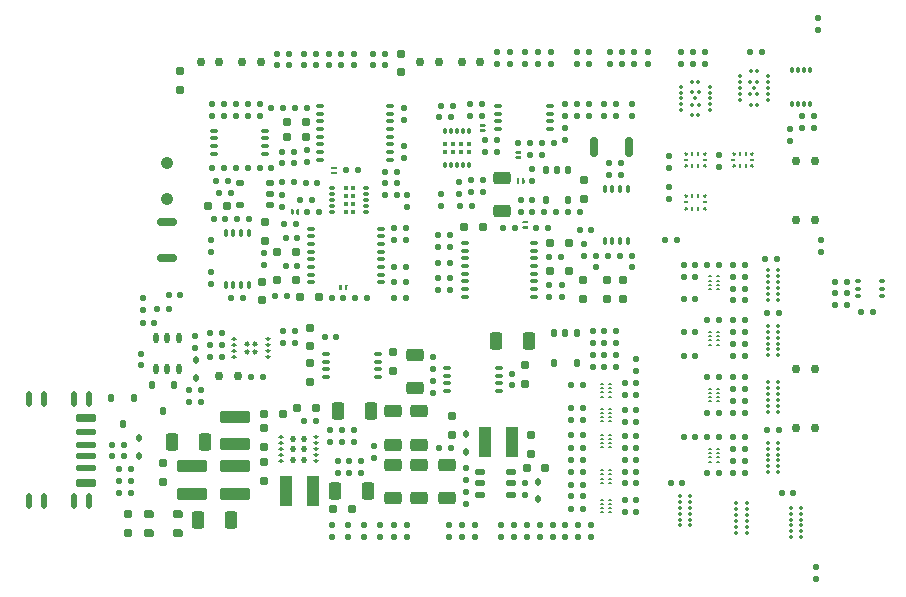
<source format=gbr>
%TF.GenerationSoftware,Altium Limited,Altium Designer,22.7.1 (60)*%
G04 Layer_Color=8421504*
%FSLAX45Y45*%
%MOMM*%
%TF.SameCoordinates,C880B6F6-60C4-4622-843B-A454360AD99E*%
%TF.FilePolarity,Positive*%
%TF.FileFunction,Paste,Top*%
%TF.Part,Single*%
G01*
G75*
%TA.AperFunction,NonConductor*%
%ADD143C,0.24000*%
%TA.AperFunction,OtherPad,Free Pad (76.77mm,9.25mm)*%
G04:AMPARAMS|DCode=144|XSize=0.38mm|YSize=0.26mm|CornerRadius=0.117mm|HoleSize=0mm|Usage=FLASHONLY|Rotation=0.000|XOffset=0mm|YOffset=0mm|HoleType=Round|Shape=RoundedRectangle|*
%AMROUNDEDRECTD144*
21,1,0.38000,0.02600,0,0,0.0*
21,1,0.14600,0.26000,0,0,0.0*
1,1,0.23400,0.07300,-0.01300*
1,1,0.23400,-0.07300,-0.01300*
1,1,0.23400,-0.07300,0.01300*
1,1,0.23400,0.07300,0.01300*
%
%ADD144ROUNDEDRECTD144*%
%TA.AperFunction,OtherPad,Free Pad (76.77mm,8.75mm)*%
G04:AMPARAMS|DCode=145|XSize=0.38mm|YSize=0.26mm|CornerRadius=0.117mm|HoleSize=0mm|Usage=FLASHONLY|Rotation=0.000|XOffset=0mm|YOffset=0mm|HoleType=Round|Shape=RoundedRectangle|*
%AMROUNDEDRECTD145*
21,1,0.38000,0.02600,0,0,0.0*
21,1,0.14600,0.26000,0,0,0.0*
1,1,0.23400,0.07300,-0.01300*
1,1,0.23400,-0.07300,-0.01300*
1,1,0.23400,-0.07300,0.01300*
1,1,0.23400,0.07300,0.01300*
%
%ADD145ROUNDEDRECTD145*%
%TA.AperFunction,OtherPad,Free Pad (76.77mm,8.25mm)*%
G04:AMPARAMS|DCode=146|XSize=0.38mm|YSize=0.26mm|CornerRadius=0.117mm|HoleSize=0mm|Usage=FLASHONLY|Rotation=0.000|XOffset=0mm|YOffset=0mm|HoleType=Round|Shape=RoundedRectangle|*
%AMROUNDEDRECTD146*
21,1,0.38000,0.02600,0,0,0.0*
21,1,0.14600,0.26000,0,0,0.0*
1,1,0.23400,0.07300,-0.01300*
1,1,0.23400,-0.07300,-0.01300*
1,1,0.23400,-0.07300,0.01300*
1,1,0.23400,0.07300,0.01300*
%
%ADD146ROUNDEDRECTD146*%
%TA.AperFunction,OtherPad,Free Pad (76.77mm,7.75mm)*%
G04:AMPARAMS|DCode=147|XSize=0.38mm|YSize=0.26mm|CornerRadius=0.117mm|HoleSize=0mm|Usage=FLASHONLY|Rotation=0.000|XOffset=0mm|YOffset=0mm|HoleType=Round|Shape=RoundedRectangle|*
%AMROUNDEDRECTD147*
21,1,0.38000,0.02600,0,0,0.0*
21,1,0.14600,0.26000,0,0,0.0*
1,1,0.23400,0.07300,-0.01300*
1,1,0.23400,-0.07300,-0.01300*
1,1,0.23400,-0.07300,0.01300*
1,1,0.23400,0.07300,0.01300*
%
%ADD147ROUNDEDRECTD147*%
%TA.AperFunction,OtherPad,Free Pad (76.77mm,7.25mm)*%
G04:AMPARAMS|DCode=148|XSize=0.38mm|YSize=0.26mm|CornerRadius=0.117mm|HoleSize=0mm|Usage=FLASHONLY|Rotation=0.000|XOffset=0mm|YOffset=0mm|HoleType=Round|Shape=RoundedRectangle|*
%AMROUNDEDRECTD148*
21,1,0.38000,0.02600,0,0,0.0*
21,1,0.14600,0.26000,0,0,0.0*
1,1,0.23400,0.07300,-0.01300*
1,1,0.23400,-0.07300,-0.01300*
1,1,0.23400,-0.07300,0.01300*
1,1,0.23400,0.07300,0.01300*
%
%ADD148ROUNDEDRECTD148*%
%TA.AperFunction,OtherPad,Free Pad (76.77mm,6.75mm)*%
G04:AMPARAMS|DCode=149|XSize=0.38mm|YSize=0.26mm|CornerRadius=0.117mm|HoleSize=0mm|Usage=FLASHONLY|Rotation=0.000|XOffset=0mm|YOffset=0mm|HoleType=Round|Shape=RoundedRectangle|*
%AMROUNDEDRECTD149*
21,1,0.38000,0.02600,0,0,0.0*
21,1,0.14600,0.26000,0,0,0.0*
1,1,0.23400,0.07300,-0.01300*
1,1,0.23400,-0.07300,-0.01300*
1,1,0.23400,-0.07300,0.01300*
1,1,0.23400,0.07300,0.01300*
%
%ADD149ROUNDEDRECTD149*%
%TA.AperFunction,OtherPad,Free Pad (77.63mm,9.25mm)*%
G04:AMPARAMS|DCode=150|XSize=0.38mm|YSize=0.26mm|CornerRadius=0.117mm|HoleSize=0mm|Usage=FLASHONLY|Rotation=0.000|XOffset=0mm|YOffset=0mm|HoleType=Round|Shape=RoundedRectangle|*
%AMROUNDEDRECTD150*
21,1,0.38000,0.02600,0,0,0.0*
21,1,0.14600,0.26000,0,0,0.0*
1,1,0.23400,0.07300,-0.01300*
1,1,0.23400,-0.07300,-0.01300*
1,1,0.23400,-0.07300,0.01300*
1,1,0.23400,0.07300,0.01300*
%
%ADD150ROUNDEDRECTD150*%
%TA.AperFunction,OtherPad,Free Pad (77.63mm,8.75mm)*%
G04:AMPARAMS|DCode=151|XSize=0.38mm|YSize=0.26mm|CornerRadius=0.117mm|HoleSize=0mm|Usage=FLASHONLY|Rotation=0.000|XOffset=0mm|YOffset=0mm|HoleType=Round|Shape=RoundedRectangle|*
%AMROUNDEDRECTD151*
21,1,0.38000,0.02600,0,0,0.0*
21,1,0.14600,0.26000,0,0,0.0*
1,1,0.23400,0.07300,-0.01300*
1,1,0.23400,-0.07300,-0.01300*
1,1,0.23400,-0.07300,0.01300*
1,1,0.23400,0.07300,0.01300*
%
%ADD151ROUNDEDRECTD151*%
%TA.AperFunction,OtherPad,Free Pad (77.63mm,8.25mm)*%
G04:AMPARAMS|DCode=152|XSize=0.38mm|YSize=0.26mm|CornerRadius=0.117mm|HoleSize=0mm|Usage=FLASHONLY|Rotation=0.000|XOffset=0mm|YOffset=0mm|HoleType=Round|Shape=RoundedRectangle|*
%AMROUNDEDRECTD152*
21,1,0.38000,0.02600,0,0,0.0*
21,1,0.14600,0.26000,0,0,0.0*
1,1,0.23400,0.07300,-0.01300*
1,1,0.23400,-0.07300,-0.01300*
1,1,0.23400,-0.07300,0.01300*
1,1,0.23400,0.07300,0.01300*
%
%ADD152ROUNDEDRECTD152*%
%TA.AperFunction,OtherPad,Free Pad (77.63mm,7.75mm)*%
G04:AMPARAMS|DCode=153|XSize=0.38mm|YSize=0.26mm|CornerRadius=0.117mm|HoleSize=0mm|Usage=FLASHONLY|Rotation=0.000|XOffset=0mm|YOffset=0mm|HoleType=Round|Shape=RoundedRectangle|*
%AMROUNDEDRECTD153*
21,1,0.38000,0.02600,0,0,0.0*
21,1,0.14600,0.26000,0,0,0.0*
1,1,0.23400,0.07300,-0.01300*
1,1,0.23400,-0.07300,-0.01300*
1,1,0.23400,-0.07300,0.01300*
1,1,0.23400,0.07300,0.01300*
%
%ADD153ROUNDEDRECTD153*%
%TA.AperFunction,OtherPad,Free Pad (77.63mm,7.25mm)*%
G04:AMPARAMS|DCode=154|XSize=0.38mm|YSize=0.26mm|CornerRadius=0.117mm|HoleSize=0mm|Usage=FLASHONLY|Rotation=0.000|XOffset=0mm|YOffset=0mm|HoleType=Round|Shape=RoundedRectangle|*
%AMROUNDEDRECTD154*
21,1,0.38000,0.02600,0,0,0.0*
21,1,0.14600,0.26000,0,0,0.0*
1,1,0.23400,0.07300,-0.01300*
1,1,0.23400,-0.07300,-0.01300*
1,1,0.23400,-0.07300,0.01300*
1,1,0.23400,0.07300,0.01300*
%
%ADD154ROUNDEDRECTD154*%
%TA.AperFunction,OtherPad,Free Pad (77.63mm,6.75mm)*%
G04:AMPARAMS|DCode=155|XSize=0.38mm|YSize=0.26mm|CornerRadius=0.117mm|HoleSize=0mm|Usage=FLASHONLY|Rotation=0.000|XOffset=0mm|YOffset=0mm|HoleType=Round|Shape=RoundedRectangle|*
%AMROUNDEDRECTD155*
21,1,0.38000,0.02600,0,0,0.0*
21,1,0.14600,0.26000,0,0,0.0*
1,1,0.23400,0.07300,-0.01300*
1,1,0.23400,-0.07300,-0.01300*
1,1,0.23400,-0.07300,0.01300*
1,1,0.23400,0.07300,0.01300*
%
%ADD155ROUNDEDRECTD155*%
%TA.AperFunction,OtherPad,Free Pad (74.87mm,19.85mm)*%
G04:AMPARAMS|DCode=156|XSize=0.38mm|YSize=0.26mm|CornerRadius=0.117mm|HoleSize=0mm|Usage=FLASHONLY|Rotation=0.000|XOffset=0mm|YOffset=0mm|HoleType=Round|Shape=RoundedRectangle|*
%AMROUNDEDRECTD156*
21,1,0.38000,0.02600,0,0,0.0*
21,1,0.14600,0.26000,0,0,0.0*
1,1,0.23400,0.07300,-0.01300*
1,1,0.23400,-0.07300,-0.01300*
1,1,0.23400,-0.07300,0.01300*
1,1,0.23400,0.07300,0.01300*
%
%ADD156ROUNDEDRECTD156*%
%TA.AperFunction,OtherPad,Free Pad (74.87mm,19.35mm)*%
G04:AMPARAMS|DCode=157|XSize=0.38mm|YSize=0.26mm|CornerRadius=0.117mm|HoleSize=0mm|Usage=FLASHONLY|Rotation=0.000|XOffset=0mm|YOffset=0mm|HoleType=Round|Shape=RoundedRectangle|*
%AMROUNDEDRECTD157*
21,1,0.38000,0.02600,0,0,0.0*
21,1,0.14600,0.26000,0,0,0.0*
1,1,0.23400,0.07300,-0.01300*
1,1,0.23400,-0.07300,-0.01300*
1,1,0.23400,-0.07300,0.01300*
1,1,0.23400,0.07300,0.01300*
%
%ADD157ROUNDEDRECTD157*%
%TA.AperFunction,OtherPad,Free Pad (74.87mm,18.85mm)*%
G04:AMPARAMS|DCode=158|XSize=0.38mm|YSize=0.26mm|CornerRadius=0.117mm|HoleSize=0mm|Usage=FLASHONLY|Rotation=0.000|XOffset=0mm|YOffset=0mm|HoleType=Round|Shape=RoundedRectangle|*
%AMROUNDEDRECTD158*
21,1,0.38000,0.02600,0,0,0.0*
21,1,0.14600,0.26000,0,0,0.0*
1,1,0.23400,0.07300,-0.01300*
1,1,0.23400,-0.07300,-0.01300*
1,1,0.23400,-0.07300,0.01300*
1,1,0.23400,0.07300,0.01300*
%
%ADD158ROUNDEDRECTD158*%
%TA.AperFunction,OtherPad,Free Pad (74.87mm,18.35mm)*%
G04:AMPARAMS|DCode=159|XSize=0.38mm|YSize=0.26mm|CornerRadius=0.117mm|HoleSize=0mm|Usage=FLASHONLY|Rotation=0.000|XOffset=0mm|YOffset=0mm|HoleType=Round|Shape=RoundedRectangle|*
%AMROUNDEDRECTD159*
21,1,0.38000,0.02600,0,0,0.0*
21,1,0.14600,0.26000,0,0,0.0*
1,1,0.23400,0.07300,-0.01300*
1,1,0.23400,-0.07300,-0.01300*
1,1,0.23400,-0.07300,0.01300*
1,1,0.23400,0.07300,0.01300*
%
%ADD159ROUNDEDRECTD159*%
%TA.AperFunction,OtherPad,Free Pad (74.87mm,17.85mm)*%
G04:AMPARAMS|DCode=160|XSize=0.38mm|YSize=0.26mm|CornerRadius=0.117mm|HoleSize=0mm|Usage=FLASHONLY|Rotation=0.000|XOffset=0mm|YOffset=0mm|HoleType=Round|Shape=RoundedRectangle|*
%AMROUNDEDRECTD160*
21,1,0.38000,0.02600,0,0,0.0*
21,1,0.14600,0.26000,0,0,0.0*
1,1,0.23400,0.07300,-0.01300*
1,1,0.23400,-0.07300,-0.01300*
1,1,0.23400,-0.07300,0.01300*
1,1,0.23400,0.07300,0.01300*
%
%ADD160ROUNDEDRECTD160*%
%TA.AperFunction,OtherPad,Free Pad (74.87mm,17.35mm)*%
G04:AMPARAMS|DCode=161|XSize=0.38mm|YSize=0.26mm|CornerRadius=0.117mm|HoleSize=0mm|Usage=FLASHONLY|Rotation=0.000|XOffset=0mm|YOffset=0mm|HoleType=Round|Shape=RoundedRectangle|*
%AMROUNDEDRECTD161*
21,1,0.38000,0.02600,0,0,0.0*
21,1,0.14600,0.26000,0,0,0.0*
1,1,0.23400,0.07300,-0.01300*
1,1,0.23400,-0.07300,-0.01300*
1,1,0.23400,-0.07300,0.01300*
1,1,0.23400,0.07300,0.01300*
%
%ADD161ROUNDEDRECTD161*%
%TA.AperFunction,OtherPad,Free Pad (75.73mm,19.85mm)*%
G04:AMPARAMS|DCode=162|XSize=0.38mm|YSize=0.26mm|CornerRadius=0.117mm|HoleSize=0mm|Usage=FLASHONLY|Rotation=0.000|XOffset=0mm|YOffset=0mm|HoleType=Round|Shape=RoundedRectangle|*
%AMROUNDEDRECTD162*
21,1,0.38000,0.02600,0,0,0.0*
21,1,0.14600,0.26000,0,0,0.0*
1,1,0.23400,0.07300,-0.01300*
1,1,0.23400,-0.07300,-0.01300*
1,1,0.23400,-0.07300,0.01300*
1,1,0.23400,0.07300,0.01300*
%
%ADD162ROUNDEDRECTD162*%
%TA.AperFunction,OtherPad,Free Pad (75.73mm,19.35mm)*%
G04:AMPARAMS|DCode=163|XSize=0.38mm|YSize=0.26mm|CornerRadius=0.117mm|HoleSize=0mm|Usage=FLASHONLY|Rotation=0.000|XOffset=0mm|YOffset=0mm|HoleType=Round|Shape=RoundedRectangle|*
%AMROUNDEDRECTD163*
21,1,0.38000,0.02600,0,0,0.0*
21,1,0.14600,0.26000,0,0,0.0*
1,1,0.23400,0.07300,-0.01300*
1,1,0.23400,-0.07300,-0.01300*
1,1,0.23400,-0.07300,0.01300*
1,1,0.23400,0.07300,0.01300*
%
%ADD163ROUNDEDRECTD163*%
%TA.AperFunction,OtherPad,Free Pad (75.73mm,18.85mm)*%
G04:AMPARAMS|DCode=164|XSize=0.38mm|YSize=0.26mm|CornerRadius=0.117mm|HoleSize=0mm|Usage=FLASHONLY|Rotation=0.000|XOffset=0mm|YOffset=0mm|HoleType=Round|Shape=RoundedRectangle|*
%AMROUNDEDRECTD164*
21,1,0.38000,0.02600,0,0,0.0*
21,1,0.14600,0.26000,0,0,0.0*
1,1,0.23400,0.07300,-0.01300*
1,1,0.23400,-0.07300,-0.01300*
1,1,0.23400,-0.07300,0.01300*
1,1,0.23400,0.07300,0.01300*
%
%ADD164ROUNDEDRECTD164*%
%TA.AperFunction,OtherPad,Free Pad (75.73mm,18.35mm)*%
G04:AMPARAMS|DCode=165|XSize=0.38mm|YSize=0.26mm|CornerRadius=0.117mm|HoleSize=0mm|Usage=FLASHONLY|Rotation=0.000|XOffset=0mm|YOffset=0mm|HoleType=Round|Shape=RoundedRectangle|*
%AMROUNDEDRECTD165*
21,1,0.38000,0.02600,0,0,0.0*
21,1,0.14600,0.26000,0,0,0.0*
1,1,0.23400,0.07300,-0.01300*
1,1,0.23400,-0.07300,-0.01300*
1,1,0.23400,-0.07300,0.01300*
1,1,0.23400,0.07300,0.01300*
%
%ADD165ROUNDEDRECTD165*%
%TA.AperFunction,OtherPad,Free Pad (75.73mm,17.85mm)*%
G04:AMPARAMS|DCode=166|XSize=0.38mm|YSize=0.26mm|CornerRadius=0.117mm|HoleSize=0mm|Usage=FLASHONLY|Rotation=0.000|XOffset=0mm|YOffset=0mm|HoleType=Round|Shape=RoundedRectangle|*
%AMROUNDEDRECTD166*
21,1,0.38000,0.02600,0,0,0.0*
21,1,0.14600,0.26000,0,0,0.0*
1,1,0.23400,0.07300,-0.01300*
1,1,0.23400,-0.07300,-0.01300*
1,1,0.23400,-0.07300,0.01300*
1,1,0.23400,0.07300,0.01300*
%
%ADD166ROUNDEDRECTD166*%
%TA.AperFunction,OtherPad,Free Pad (75.73mm,17.35mm)*%
G04:AMPARAMS|DCode=167|XSize=0.38mm|YSize=0.26mm|CornerRadius=0.117mm|HoleSize=0mm|Usage=FLASHONLY|Rotation=0.000|XOffset=0mm|YOffset=0mm|HoleType=Round|Shape=RoundedRectangle|*
%AMROUNDEDRECTD167*
21,1,0.38000,0.02600,0,0,0.0*
21,1,0.14600,0.26000,0,0,0.0*
1,1,0.23400,0.07300,-0.01300*
1,1,0.23400,-0.07300,-0.01300*
1,1,0.23400,-0.07300,0.01300*
1,1,0.23400,0.07300,0.01300*
%
%ADD167ROUNDEDRECTD167*%
%TA.AperFunction,OtherPad,Free Pad (72.17mm,9.65mm)*%
G04:AMPARAMS|DCode=168|XSize=0.38mm|YSize=0.26mm|CornerRadius=0.117mm|HoleSize=0mm|Usage=FLASHONLY|Rotation=0.000|XOffset=0mm|YOffset=0mm|HoleType=Round|Shape=RoundedRectangle|*
%AMROUNDEDRECTD168*
21,1,0.38000,0.02600,0,0,0.0*
21,1,0.14600,0.26000,0,0,0.0*
1,1,0.23400,0.07300,-0.01300*
1,1,0.23400,-0.07300,-0.01300*
1,1,0.23400,-0.07300,0.01300*
1,1,0.23400,0.07300,0.01300*
%
%ADD168ROUNDEDRECTD168*%
%TA.AperFunction,OtherPad,Free Pad (72.17mm,9.15mm)*%
G04:AMPARAMS|DCode=169|XSize=0.38mm|YSize=0.26mm|CornerRadius=0.117mm|HoleSize=0mm|Usage=FLASHONLY|Rotation=0.000|XOffset=0mm|YOffset=0mm|HoleType=Round|Shape=RoundedRectangle|*
%AMROUNDEDRECTD169*
21,1,0.38000,0.02600,0,0,0.0*
21,1,0.14600,0.26000,0,0,0.0*
1,1,0.23400,0.07300,-0.01300*
1,1,0.23400,-0.07300,-0.01300*
1,1,0.23400,-0.07300,0.01300*
1,1,0.23400,0.07300,0.01300*
%
%ADD169ROUNDEDRECTD169*%
%TA.AperFunction,OtherPad,Free Pad (72.17mm,8.65mm)*%
G04:AMPARAMS|DCode=170|XSize=0.38mm|YSize=0.26mm|CornerRadius=0.117mm|HoleSize=0mm|Usage=FLASHONLY|Rotation=0.000|XOffset=0mm|YOffset=0mm|HoleType=Round|Shape=RoundedRectangle|*
%AMROUNDEDRECTD170*
21,1,0.38000,0.02600,0,0,0.0*
21,1,0.14600,0.26000,0,0,0.0*
1,1,0.23400,0.07300,-0.01300*
1,1,0.23400,-0.07300,-0.01300*
1,1,0.23400,-0.07300,0.01300*
1,1,0.23400,0.07300,0.01300*
%
%ADD170ROUNDEDRECTD170*%
%TA.AperFunction,OtherPad,Free Pad (72.17mm,8.15mm)*%
G04:AMPARAMS|DCode=171|XSize=0.38mm|YSize=0.26mm|CornerRadius=0.117mm|HoleSize=0mm|Usage=FLASHONLY|Rotation=0.000|XOffset=0mm|YOffset=0mm|HoleType=Round|Shape=RoundedRectangle|*
%AMROUNDEDRECTD171*
21,1,0.38000,0.02600,0,0,0.0*
21,1,0.14600,0.26000,0,0,0.0*
1,1,0.23400,0.07300,-0.01300*
1,1,0.23400,-0.07300,-0.01300*
1,1,0.23400,-0.07300,0.01300*
1,1,0.23400,0.07300,0.01300*
%
%ADD171ROUNDEDRECTD171*%
%TA.AperFunction,OtherPad,Free Pad (72.17mm,7.65mm)*%
G04:AMPARAMS|DCode=172|XSize=0.38mm|YSize=0.26mm|CornerRadius=0.117mm|HoleSize=0mm|Usage=FLASHONLY|Rotation=0.000|XOffset=0mm|YOffset=0mm|HoleType=Round|Shape=RoundedRectangle|*
%AMROUNDEDRECTD172*
21,1,0.38000,0.02600,0,0,0.0*
21,1,0.14600,0.26000,0,0,0.0*
1,1,0.23400,0.07300,-0.01300*
1,1,0.23400,-0.07300,-0.01300*
1,1,0.23400,-0.07300,0.01300*
1,1,0.23400,0.07300,0.01300*
%
%ADD172ROUNDEDRECTD172*%
%TA.AperFunction,OtherPad,Free Pad (72.17mm,7.15mm)*%
G04:AMPARAMS|DCode=173|XSize=0.38mm|YSize=0.26mm|CornerRadius=0.117mm|HoleSize=0mm|Usage=FLASHONLY|Rotation=0.000|XOffset=0mm|YOffset=0mm|HoleType=Round|Shape=RoundedRectangle|*
%AMROUNDEDRECTD173*
21,1,0.38000,0.02600,0,0,0.0*
21,1,0.14600,0.26000,0,0,0.0*
1,1,0.23400,0.07300,-0.01300*
1,1,0.23400,-0.07300,-0.01300*
1,1,0.23400,-0.07300,0.01300*
1,1,0.23400,0.07300,0.01300*
%
%ADD173ROUNDEDRECTD173*%
%TA.AperFunction,OtherPad,Free Pad (73.03mm,9.65mm)*%
G04:AMPARAMS|DCode=174|XSize=0.38mm|YSize=0.26mm|CornerRadius=0.117mm|HoleSize=0mm|Usage=FLASHONLY|Rotation=0.000|XOffset=0mm|YOffset=0mm|HoleType=Round|Shape=RoundedRectangle|*
%AMROUNDEDRECTD174*
21,1,0.38000,0.02600,0,0,0.0*
21,1,0.14600,0.26000,0,0,0.0*
1,1,0.23400,0.07300,-0.01300*
1,1,0.23400,-0.07300,-0.01300*
1,1,0.23400,-0.07300,0.01300*
1,1,0.23400,0.07300,0.01300*
%
%ADD174ROUNDEDRECTD174*%
%TA.AperFunction,OtherPad,Free Pad (73.03mm,9.15mm)*%
G04:AMPARAMS|DCode=175|XSize=0.38mm|YSize=0.26mm|CornerRadius=0.117mm|HoleSize=0mm|Usage=FLASHONLY|Rotation=0.000|XOffset=0mm|YOffset=0mm|HoleType=Round|Shape=RoundedRectangle|*
%AMROUNDEDRECTD175*
21,1,0.38000,0.02600,0,0,0.0*
21,1,0.14600,0.26000,0,0,0.0*
1,1,0.23400,0.07300,-0.01300*
1,1,0.23400,-0.07300,-0.01300*
1,1,0.23400,-0.07300,0.01300*
1,1,0.23400,0.07300,0.01300*
%
%ADD175ROUNDEDRECTD175*%
%TA.AperFunction,OtherPad,Free Pad (73.03mm,8.65mm)*%
G04:AMPARAMS|DCode=176|XSize=0.38mm|YSize=0.26mm|CornerRadius=0.117mm|HoleSize=0mm|Usage=FLASHONLY|Rotation=0.000|XOffset=0mm|YOffset=0mm|HoleType=Round|Shape=RoundedRectangle|*
%AMROUNDEDRECTD176*
21,1,0.38000,0.02600,0,0,0.0*
21,1,0.14600,0.26000,0,0,0.0*
1,1,0.23400,0.07300,-0.01300*
1,1,0.23400,-0.07300,-0.01300*
1,1,0.23400,-0.07300,0.01300*
1,1,0.23400,0.07300,0.01300*
%
%ADD176ROUNDEDRECTD176*%
%TA.AperFunction,OtherPad,Free Pad (73.03mm,8.15mm)*%
G04:AMPARAMS|DCode=177|XSize=0.38mm|YSize=0.26mm|CornerRadius=0.117mm|HoleSize=0mm|Usage=FLASHONLY|Rotation=0.000|XOffset=0mm|YOffset=0mm|HoleType=Round|Shape=RoundedRectangle|*
%AMROUNDEDRECTD177*
21,1,0.38000,0.02600,0,0,0.0*
21,1,0.14600,0.26000,0,0,0.0*
1,1,0.23400,0.07300,-0.01300*
1,1,0.23400,-0.07300,-0.01300*
1,1,0.23400,-0.07300,0.01300*
1,1,0.23400,0.07300,0.01300*
%
%ADD177ROUNDEDRECTD177*%
%TA.AperFunction,OtherPad,Free Pad (73.03mm,7.65mm)*%
G04:AMPARAMS|DCode=178|XSize=0.38mm|YSize=0.26mm|CornerRadius=0.117mm|HoleSize=0mm|Usage=FLASHONLY|Rotation=0.000|XOffset=0mm|YOffset=0mm|HoleType=Round|Shape=RoundedRectangle|*
%AMROUNDEDRECTD178*
21,1,0.38000,0.02600,0,0,0.0*
21,1,0.14600,0.26000,0,0,0.0*
1,1,0.23400,0.07300,-0.01300*
1,1,0.23400,-0.07300,-0.01300*
1,1,0.23400,-0.07300,0.01300*
1,1,0.23400,0.07300,0.01300*
%
%ADD178ROUNDEDRECTD178*%
%TA.AperFunction,OtherPad,Free Pad (73.03mm,7.15mm)*%
G04:AMPARAMS|DCode=179|XSize=0.38mm|YSize=0.26mm|CornerRadius=0.117mm|HoleSize=0mm|Usage=FLASHONLY|Rotation=0.000|XOffset=0mm|YOffset=0mm|HoleType=Round|Shape=RoundedRectangle|*
%AMROUNDEDRECTD179*
21,1,0.38000,0.02600,0,0,0.0*
21,1,0.14600,0.26000,0,0,0.0*
1,1,0.23400,0.07300,-0.01300*
1,1,0.23400,-0.07300,-0.01300*
1,1,0.23400,-0.07300,0.01300*
1,1,0.23400,0.07300,0.01300*
%
%ADD179ROUNDEDRECTD179*%
%TA.AperFunction,OtherPad,Free Pad (74.87mm,24.65mm)*%
G04:AMPARAMS|DCode=180|XSize=0.38mm|YSize=0.26mm|CornerRadius=0.117mm|HoleSize=0mm|Usage=FLASHONLY|Rotation=0.000|XOffset=0mm|YOffset=0mm|HoleType=Round|Shape=RoundedRectangle|*
%AMROUNDEDRECTD180*
21,1,0.38000,0.02600,0,0,0.0*
21,1,0.14600,0.26000,0,0,0.0*
1,1,0.23400,0.07300,-0.01300*
1,1,0.23400,-0.07300,-0.01300*
1,1,0.23400,-0.07300,0.01300*
1,1,0.23400,0.07300,0.01300*
%
%ADD180ROUNDEDRECTD180*%
%TA.AperFunction,OtherPad,Free Pad (74.87mm,24.15mm)*%
G04:AMPARAMS|DCode=181|XSize=0.38mm|YSize=0.26mm|CornerRadius=0.117mm|HoleSize=0mm|Usage=FLASHONLY|Rotation=0.000|XOffset=0mm|YOffset=0mm|HoleType=Round|Shape=RoundedRectangle|*
%AMROUNDEDRECTD181*
21,1,0.38000,0.02600,0,0,0.0*
21,1,0.14600,0.26000,0,0,0.0*
1,1,0.23400,0.07300,-0.01300*
1,1,0.23400,-0.07300,-0.01300*
1,1,0.23400,-0.07300,0.01300*
1,1,0.23400,0.07300,0.01300*
%
%ADD181ROUNDEDRECTD181*%
%TA.AperFunction,OtherPad,Free Pad (74.87mm,23.65mm)*%
G04:AMPARAMS|DCode=182|XSize=0.38mm|YSize=0.26mm|CornerRadius=0.117mm|HoleSize=0mm|Usage=FLASHONLY|Rotation=0.000|XOffset=0mm|YOffset=0mm|HoleType=Round|Shape=RoundedRectangle|*
%AMROUNDEDRECTD182*
21,1,0.38000,0.02600,0,0,0.0*
21,1,0.14600,0.26000,0,0,0.0*
1,1,0.23400,0.07300,-0.01300*
1,1,0.23400,-0.07300,-0.01300*
1,1,0.23400,-0.07300,0.01300*
1,1,0.23400,0.07300,0.01300*
%
%ADD182ROUNDEDRECTD182*%
%TA.AperFunction,OtherPad,Free Pad (74.87mm,23.15mm)*%
G04:AMPARAMS|DCode=183|XSize=0.38mm|YSize=0.26mm|CornerRadius=0.117mm|HoleSize=0mm|Usage=FLASHONLY|Rotation=0.000|XOffset=0mm|YOffset=0mm|HoleType=Round|Shape=RoundedRectangle|*
%AMROUNDEDRECTD183*
21,1,0.38000,0.02600,0,0,0.0*
21,1,0.14600,0.26000,0,0,0.0*
1,1,0.23400,0.07300,-0.01300*
1,1,0.23400,-0.07300,-0.01300*
1,1,0.23400,-0.07300,0.01300*
1,1,0.23400,0.07300,0.01300*
%
%ADD183ROUNDEDRECTD183*%
%TA.AperFunction,OtherPad,Free Pad (74.87mm,22.65mm)*%
G04:AMPARAMS|DCode=184|XSize=0.38mm|YSize=0.26mm|CornerRadius=0.117mm|HoleSize=0mm|Usage=FLASHONLY|Rotation=0.000|XOffset=0mm|YOffset=0mm|HoleType=Round|Shape=RoundedRectangle|*
%AMROUNDEDRECTD184*
21,1,0.38000,0.02600,0,0,0.0*
21,1,0.14600,0.26000,0,0,0.0*
1,1,0.23400,0.07300,-0.01300*
1,1,0.23400,-0.07300,-0.01300*
1,1,0.23400,-0.07300,0.01300*
1,1,0.23400,0.07300,0.01300*
%
%ADD184ROUNDEDRECTD184*%
%TA.AperFunction,OtherPad,Free Pad (74.87mm,22.15mm)*%
G04:AMPARAMS|DCode=185|XSize=0.38mm|YSize=0.26mm|CornerRadius=0.117mm|HoleSize=0mm|Usage=FLASHONLY|Rotation=0.000|XOffset=0mm|YOffset=0mm|HoleType=Round|Shape=RoundedRectangle|*
%AMROUNDEDRECTD185*
21,1,0.38000,0.02600,0,0,0.0*
21,1,0.14600,0.26000,0,0,0.0*
1,1,0.23400,0.07300,-0.01300*
1,1,0.23400,-0.07300,-0.01300*
1,1,0.23400,-0.07300,0.01300*
1,1,0.23400,0.07300,0.01300*
%
%ADD185ROUNDEDRECTD185*%
%TA.AperFunction,OtherPad,Free Pad (75.73mm,24.65mm)*%
G04:AMPARAMS|DCode=186|XSize=0.38mm|YSize=0.26mm|CornerRadius=0.117mm|HoleSize=0mm|Usage=FLASHONLY|Rotation=0.000|XOffset=0mm|YOffset=0mm|HoleType=Round|Shape=RoundedRectangle|*
%AMROUNDEDRECTD186*
21,1,0.38000,0.02600,0,0,0.0*
21,1,0.14600,0.26000,0,0,0.0*
1,1,0.23400,0.07300,-0.01300*
1,1,0.23400,-0.07300,-0.01300*
1,1,0.23400,-0.07300,0.01300*
1,1,0.23400,0.07300,0.01300*
%
%ADD186ROUNDEDRECTD186*%
%TA.AperFunction,OtherPad,Free Pad (75.73mm,24.15mm)*%
G04:AMPARAMS|DCode=187|XSize=0.38mm|YSize=0.26mm|CornerRadius=0.117mm|HoleSize=0mm|Usage=FLASHONLY|Rotation=0.000|XOffset=0mm|YOffset=0mm|HoleType=Round|Shape=RoundedRectangle|*
%AMROUNDEDRECTD187*
21,1,0.38000,0.02600,0,0,0.0*
21,1,0.14600,0.26000,0,0,0.0*
1,1,0.23400,0.07300,-0.01300*
1,1,0.23400,-0.07300,-0.01300*
1,1,0.23400,-0.07300,0.01300*
1,1,0.23400,0.07300,0.01300*
%
%ADD187ROUNDEDRECTD187*%
%TA.AperFunction,OtherPad,Free Pad (75.73mm,23.65mm)*%
G04:AMPARAMS|DCode=188|XSize=0.38mm|YSize=0.26mm|CornerRadius=0.117mm|HoleSize=0mm|Usage=FLASHONLY|Rotation=0.000|XOffset=0mm|YOffset=0mm|HoleType=Round|Shape=RoundedRectangle|*
%AMROUNDEDRECTD188*
21,1,0.38000,0.02600,0,0,0.0*
21,1,0.14600,0.26000,0,0,0.0*
1,1,0.23400,0.07300,-0.01300*
1,1,0.23400,-0.07300,-0.01300*
1,1,0.23400,-0.07300,0.01300*
1,1,0.23400,0.07300,0.01300*
%
%ADD188ROUNDEDRECTD188*%
%TA.AperFunction,OtherPad,Free Pad (75.73mm,23.15mm)*%
G04:AMPARAMS|DCode=189|XSize=0.38mm|YSize=0.26mm|CornerRadius=0.117mm|HoleSize=0mm|Usage=FLASHONLY|Rotation=0.000|XOffset=0mm|YOffset=0mm|HoleType=Round|Shape=RoundedRectangle|*
%AMROUNDEDRECTD189*
21,1,0.38000,0.02600,0,0,0.0*
21,1,0.14600,0.26000,0,0,0.0*
1,1,0.23400,0.07300,-0.01300*
1,1,0.23400,-0.07300,-0.01300*
1,1,0.23400,-0.07300,0.01300*
1,1,0.23400,0.07300,0.01300*
%
%ADD189ROUNDEDRECTD189*%
%TA.AperFunction,OtherPad,Free Pad (75.73mm,22.65mm)*%
G04:AMPARAMS|DCode=190|XSize=0.38mm|YSize=0.26mm|CornerRadius=0.117mm|HoleSize=0mm|Usage=FLASHONLY|Rotation=0.000|XOffset=0mm|YOffset=0mm|HoleType=Round|Shape=RoundedRectangle|*
%AMROUNDEDRECTD190*
21,1,0.38000,0.02600,0,0,0.0*
21,1,0.14600,0.26000,0,0,0.0*
1,1,0.23400,0.07300,-0.01300*
1,1,0.23400,-0.07300,-0.01300*
1,1,0.23400,-0.07300,0.01300*
1,1,0.23400,0.07300,0.01300*
%
%ADD190ROUNDEDRECTD190*%
%TA.AperFunction,OtherPad,Free Pad (75.73mm,22.15mm)*%
G04:AMPARAMS|DCode=191|XSize=0.38mm|YSize=0.26mm|CornerRadius=0.117mm|HoleSize=0mm|Usage=FLASHONLY|Rotation=0.000|XOffset=0mm|YOffset=0mm|HoleType=Round|Shape=RoundedRectangle|*
%AMROUNDEDRECTD191*
21,1,0.38000,0.02600,0,0,0.0*
21,1,0.14600,0.26000,0,0,0.0*
1,1,0.23400,0.07300,-0.01300*
1,1,0.23400,-0.07300,-0.01300*
1,1,0.23400,-0.07300,0.01300*
1,1,0.23400,0.07300,0.01300*
%
%ADD191ROUNDEDRECTD191*%
%TA.AperFunction,OtherPad,Free Pad (67.37mm,10.25mm)*%
G04:AMPARAMS|DCode=192|XSize=0.38mm|YSize=0.26mm|CornerRadius=0.117mm|HoleSize=0mm|Usage=FLASHONLY|Rotation=0.000|XOffset=0mm|YOffset=0mm|HoleType=Round|Shape=RoundedRectangle|*
%AMROUNDEDRECTD192*
21,1,0.38000,0.02600,0,0,0.0*
21,1,0.14600,0.26000,0,0,0.0*
1,1,0.23400,0.07300,-0.01300*
1,1,0.23400,-0.07300,-0.01300*
1,1,0.23400,-0.07300,0.01300*
1,1,0.23400,0.07300,0.01300*
%
%ADD192ROUNDEDRECTD192*%
%TA.AperFunction,OtherPad,Free Pad (67.37mm,9.75mm)*%
G04:AMPARAMS|DCode=193|XSize=0.38mm|YSize=0.26mm|CornerRadius=0.117mm|HoleSize=0mm|Usage=FLASHONLY|Rotation=0.000|XOffset=0mm|YOffset=0mm|HoleType=Round|Shape=RoundedRectangle|*
%AMROUNDEDRECTD193*
21,1,0.38000,0.02600,0,0,0.0*
21,1,0.14600,0.26000,0,0,0.0*
1,1,0.23400,0.07300,-0.01300*
1,1,0.23400,-0.07300,-0.01300*
1,1,0.23400,-0.07300,0.01300*
1,1,0.23400,0.07300,0.01300*
%
%ADD193ROUNDEDRECTD193*%
%TA.AperFunction,OtherPad,Free Pad (67.37mm,9.25mm)*%
G04:AMPARAMS|DCode=194|XSize=0.38mm|YSize=0.26mm|CornerRadius=0.117mm|HoleSize=0mm|Usage=FLASHONLY|Rotation=0.000|XOffset=0mm|YOffset=0mm|HoleType=Round|Shape=RoundedRectangle|*
%AMROUNDEDRECTD194*
21,1,0.38000,0.02600,0,0,0.0*
21,1,0.14600,0.26000,0,0,0.0*
1,1,0.23400,0.07300,-0.01300*
1,1,0.23400,-0.07300,-0.01300*
1,1,0.23400,-0.07300,0.01300*
1,1,0.23400,0.07300,0.01300*
%
%ADD194ROUNDEDRECTD194*%
%TA.AperFunction,OtherPad,Free Pad (67.37mm,8.75mm)*%
G04:AMPARAMS|DCode=195|XSize=0.38mm|YSize=0.26mm|CornerRadius=0.117mm|HoleSize=0mm|Usage=FLASHONLY|Rotation=0.000|XOffset=0mm|YOffset=0mm|HoleType=Round|Shape=RoundedRectangle|*
%AMROUNDEDRECTD195*
21,1,0.38000,0.02600,0,0,0.0*
21,1,0.14600,0.26000,0,0,0.0*
1,1,0.23400,0.07300,-0.01300*
1,1,0.23400,-0.07300,-0.01300*
1,1,0.23400,-0.07300,0.01300*
1,1,0.23400,0.07300,0.01300*
%
%ADD195ROUNDEDRECTD195*%
%TA.AperFunction,OtherPad,Free Pad (67.37mm,8.25mm)*%
G04:AMPARAMS|DCode=196|XSize=0.38mm|YSize=0.26mm|CornerRadius=0.117mm|HoleSize=0mm|Usage=FLASHONLY|Rotation=0.000|XOffset=0mm|YOffset=0mm|HoleType=Round|Shape=RoundedRectangle|*
%AMROUNDEDRECTD196*
21,1,0.38000,0.02600,0,0,0.0*
21,1,0.14600,0.26000,0,0,0.0*
1,1,0.23400,0.07300,-0.01300*
1,1,0.23400,-0.07300,-0.01300*
1,1,0.23400,-0.07300,0.01300*
1,1,0.23400,0.07300,0.01300*
%
%ADD196ROUNDEDRECTD196*%
%TA.AperFunction,OtherPad,Free Pad (67.37mm,7.75mm)*%
G04:AMPARAMS|DCode=197|XSize=0.38mm|YSize=0.26mm|CornerRadius=0.117mm|HoleSize=0mm|Usage=FLASHONLY|Rotation=0.000|XOffset=0mm|YOffset=0mm|HoleType=Round|Shape=RoundedRectangle|*
%AMROUNDEDRECTD197*
21,1,0.38000,0.02600,0,0,0.0*
21,1,0.14600,0.26000,0,0,0.0*
1,1,0.23400,0.07300,-0.01300*
1,1,0.23400,-0.07300,-0.01300*
1,1,0.23400,-0.07300,0.01300*
1,1,0.23400,0.07300,0.01300*
%
%ADD197ROUNDEDRECTD197*%
%TA.AperFunction,OtherPad,Free Pad (68.23mm,10.25mm)*%
G04:AMPARAMS|DCode=198|XSize=0.38mm|YSize=0.26mm|CornerRadius=0.117mm|HoleSize=0mm|Usage=FLASHONLY|Rotation=0.000|XOffset=0mm|YOffset=0mm|HoleType=Round|Shape=RoundedRectangle|*
%AMROUNDEDRECTD198*
21,1,0.38000,0.02600,0,0,0.0*
21,1,0.14600,0.26000,0,0,0.0*
1,1,0.23400,0.07300,-0.01300*
1,1,0.23400,-0.07300,-0.01300*
1,1,0.23400,-0.07300,0.01300*
1,1,0.23400,0.07300,0.01300*
%
%ADD198ROUNDEDRECTD198*%
%TA.AperFunction,OtherPad,Free Pad (68.23mm,9.75mm)*%
G04:AMPARAMS|DCode=199|XSize=0.38mm|YSize=0.26mm|CornerRadius=0.117mm|HoleSize=0mm|Usage=FLASHONLY|Rotation=0.000|XOffset=0mm|YOffset=0mm|HoleType=Round|Shape=RoundedRectangle|*
%AMROUNDEDRECTD199*
21,1,0.38000,0.02600,0,0,0.0*
21,1,0.14600,0.26000,0,0,0.0*
1,1,0.23400,0.07300,-0.01300*
1,1,0.23400,-0.07300,-0.01300*
1,1,0.23400,-0.07300,0.01300*
1,1,0.23400,0.07300,0.01300*
%
%ADD199ROUNDEDRECTD199*%
%TA.AperFunction,OtherPad,Free Pad (68.23mm,9.25mm)*%
G04:AMPARAMS|DCode=200|XSize=0.38mm|YSize=0.26mm|CornerRadius=0.117mm|HoleSize=0mm|Usage=FLASHONLY|Rotation=0.000|XOffset=0mm|YOffset=0mm|HoleType=Round|Shape=RoundedRectangle|*
%AMROUNDEDRECTD200*
21,1,0.38000,0.02600,0,0,0.0*
21,1,0.14600,0.26000,0,0,0.0*
1,1,0.23400,0.07300,-0.01300*
1,1,0.23400,-0.07300,-0.01300*
1,1,0.23400,-0.07300,0.01300*
1,1,0.23400,0.07300,0.01300*
%
%ADD200ROUNDEDRECTD200*%
%TA.AperFunction,OtherPad,Free Pad (68.23mm,8.75mm)*%
G04:AMPARAMS|DCode=201|XSize=0.38mm|YSize=0.26mm|CornerRadius=0.117mm|HoleSize=0mm|Usage=FLASHONLY|Rotation=0.000|XOffset=0mm|YOffset=0mm|HoleType=Round|Shape=RoundedRectangle|*
%AMROUNDEDRECTD201*
21,1,0.38000,0.02600,0,0,0.0*
21,1,0.14600,0.26000,0,0,0.0*
1,1,0.23400,0.07300,-0.01300*
1,1,0.23400,-0.07300,-0.01300*
1,1,0.23400,-0.07300,0.01300*
1,1,0.23400,0.07300,0.01300*
%
%ADD201ROUNDEDRECTD201*%
%TA.AperFunction,OtherPad,Free Pad (68.23mm,8.25mm)*%
G04:AMPARAMS|DCode=202|XSize=0.38mm|YSize=0.26mm|CornerRadius=0.117mm|HoleSize=0mm|Usage=FLASHONLY|Rotation=0.000|XOffset=0mm|YOffset=0mm|HoleType=Round|Shape=RoundedRectangle|*
%AMROUNDEDRECTD202*
21,1,0.38000,0.02600,0,0,0.0*
21,1,0.14600,0.26000,0,0,0.0*
1,1,0.23400,0.07300,-0.01300*
1,1,0.23400,-0.07300,-0.01300*
1,1,0.23400,-0.07300,0.01300*
1,1,0.23400,0.07300,0.01300*
%
%ADD202ROUNDEDRECTD202*%
%TA.AperFunction,OtherPad,Free Pad (68.23mm,7.75mm)*%
G04:AMPARAMS|DCode=203|XSize=0.38mm|YSize=0.26mm|CornerRadius=0.117mm|HoleSize=0mm|Usage=FLASHONLY|Rotation=0.000|XOffset=0mm|YOffset=0mm|HoleType=Round|Shape=RoundedRectangle|*
%AMROUNDEDRECTD203*
21,1,0.38000,0.02600,0,0,0.0*
21,1,0.14600,0.26000,0,0,0.0*
1,1,0.23400,0.07300,-0.01300*
1,1,0.23400,-0.07300,-0.01300*
1,1,0.23400,-0.07300,0.01300*
1,1,0.23400,0.07300,0.01300*
%
%ADD203ROUNDEDRECTD203*%
%TA.AperFunction,OtherPad,Free Pad (74.87mm,29.35mm)*%
G04:AMPARAMS|DCode=204|XSize=0.38mm|YSize=0.26mm|CornerRadius=0.117mm|HoleSize=0mm|Usage=FLASHONLY|Rotation=0.000|XOffset=0mm|YOffset=0mm|HoleType=Round|Shape=RoundedRectangle|*
%AMROUNDEDRECTD204*
21,1,0.38000,0.02600,0,0,0.0*
21,1,0.14600,0.26000,0,0,0.0*
1,1,0.23400,0.07300,-0.01300*
1,1,0.23400,-0.07300,-0.01300*
1,1,0.23400,-0.07300,0.01300*
1,1,0.23400,0.07300,0.01300*
%
%ADD204ROUNDEDRECTD204*%
%TA.AperFunction,OtherPad,Free Pad (74.87mm,28.85mm)*%
G04:AMPARAMS|DCode=205|XSize=0.38mm|YSize=0.26mm|CornerRadius=0.117mm|HoleSize=0mm|Usage=FLASHONLY|Rotation=0.000|XOffset=0mm|YOffset=0mm|HoleType=Round|Shape=RoundedRectangle|*
%AMROUNDEDRECTD205*
21,1,0.38000,0.02600,0,0,0.0*
21,1,0.14600,0.26000,0,0,0.0*
1,1,0.23400,0.07300,-0.01300*
1,1,0.23400,-0.07300,-0.01300*
1,1,0.23400,-0.07300,0.01300*
1,1,0.23400,0.07300,0.01300*
%
%ADD205ROUNDEDRECTD205*%
%TA.AperFunction,OtherPad,Free Pad (74.87mm,28.35mm)*%
G04:AMPARAMS|DCode=206|XSize=0.38mm|YSize=0.26mm|CornerRadius=0.117mm|HoleSize=0mm|Usage=FLASHONLY|Rotation=0.000|XOffset=0mm|YOffset=0mm|HoleType=Round|Shape=RoundedRectangle|*
%AMROUNDEDRECTD206*
21,1,0.38000,0.02600,0,0,0.0*
21,1,0.14600,0.26000,0,0,0.0*
1,1,0.23400,0.07300,-0.01300*
1,1,0.23400,-0.07300,-0.01300*
1,1,0.23400,-0.07300,0.01300*
1,1,0.23400,0.07300,0.01300*
%
%ADD206ROUNDEDRECTD206*%
%TA.AperFunction,OtherPad,Free Pad (74.87mm,27.85mm)*%
G04:AMPARAMS|DCode=207|XSize=0.38mm|YSize=0.26mm|CornerRadius=0.117mm|HoleSize=0mm|Usage=FLASHONLY|Rotation=0.000|XOffset=0mm|YOffset=0mm|HoleType=Round|Shape=RoundedRectangle|*
%AMROUNDEDRECTD207*
21,1,0.38000,0.02600,0,0,0.0*
21,1,0.14600,0.26000,0,0,0.0*
1,1,0.23400,0.07300,-0.01300*
1,1,0.23400,-0.07300,-0.01300*
1,1,0.23400,-0.07300,0.01300*
1,1,0.23400,0.07300,0.01300*
%
%ADD207ROUNDEDRECTD207*%
%TA.AperFunction,OtherPad,Free Pad (74.87mm,27.35mm)*%
G04:AMPARAMS|DCode=208|XSize=0.38mm|YSize=0.26mm|CornerRadius=0.117mm|HoleSize=0mm|Usage=FLASHONLY|Rotation=0.000|XOffset=0mm|YOffset=0mm|HoleType=Round|Shape=RoundedRectangle|*
%AMROUNDEDRECTD208*
21,1,0.38000,0.02600,0,0,0.0*
21,1,0.14600,0.26000,0,0,0.0*
1,1,0.23400,0.07300,-0.01300*
1,1,0.23400,-0.07300,-0.01300*
1,1,0.23400,-0.07300,0.01300*
1,1,0.23400,0.07300,0.01300*
%
%ADD208ROUNDEDRECTD208*%
%TA.AperFunction,OtherPad,Free Pad (74.87mm,26.85mm)*%
G04:AMPARAMS|DCode=209|XSize=0.38mm|YSize=0.26mm|CornerRadius=0.117mm|HoleSize=0mm|Usage=FLASHONLY|Rotation=0.000|XOffset=0mm|YOffset=0mm|HoleType=Round|Shape=RoundedRectangle|*
%AMROUNDEDRECTD209*
21,1,0.38000,0.02600,0,0,0.0*
21,1,0.14600,0.26000,0,0,0.0*
1,1,0.23400,0.07300,-0.01300*
1,1,0.23400,-0.07300,-0.01300*
1,1,0.23400,-0.07300,0.01300*
1,1,0.23400,0.07300,0.01300*
%
%ADD209ROUNDEDRECTD209*%
%TA.AperFunction,OtherPad,Free Pad (75.73mm,29.35mm)*%
G04:AMPARAMS|DCode=210|XSize=0.38mm|YSize=0.26mm|CornerRadius=0.117mm|HoleSize=0mm|Usage=FLASHONLY|Rotation=0.000|XOffset=0mm|YOffset=0mm|HoleType=Round|Shape=RoundedRectangle|*
%AMROUNDEDRECTD210*
21,1,0.38000,0.02600,0,0,0.0*
21,1,0.14600,0.26000,0,0,0.0*
1,1,0.23400,0.07300,-0.01300*
1,1,0.23400,-0.07300,-0.01300*
1,1,0.23400,-0.07300,0.01300*
1,1,0.23400,0.07300,0.01300*
%
%ADD210ROUNDEDRECTD210*%
%TA.AperFunction,OtherPad,Free Pad (75.73mm,28.85mm)*%
G04:AMPARAMS|DCode=211|XSize=0.38mm|YSize=0.26mm|CornerRadius=0.117mm|HoleSize=0mm|Usage=FLASHONLY|Rotation=0.000|XOffset=0mm|YOffset=0mm|HoleType=Round|Shape=RoundedRectangle|*
%AMROUNDEDRECTD211*
21,1,0.38000,0.02600,0,0,0.0*
21,1,0.14600,0.26000,0,0,0.0*
1,1,0.23400,0.07300,-0.01300*
1,1,0.23400,-0.07300,-0.01300*
1,1,0.23400,-0.07300,0.01300*
1,1,0.23400,0.07300,0.01300*
%
%ADD211ROUNDEDRECTD211*%
%TA.AperFunction,OtherPad,Free Pad (75.73mm,28.35mm)*%
G04:AMPARAMS|DCode=212|XSize=0.38mm|YSize=0.26mm|CornerRadius=0.117mm|HoleSize=0mm|Usage=FLASHONLY|Rotation=0.000|XOffset=0mm|YOffset=0mm|HoleType=Round|Shape=RoundedRectangle|*
%AMROUNDEDRECTD212*
21,1,0.38000,0.02600,0,0,0.0*
21,1,0.14600,0.26000,0,0,0.0*
1,1,0.23400,0.07300,-0.01300*
1,1,0.23400,-0.07300,-0.01300*
1,1,0.23400,-0.07300,0.01300*
1,1,0.23400,0.07300,0.01300*
%
%ADD212ROUNDEDRECTD212*%
%TA.AperFunction,OtherPad,Free Pad (75.73mm,27.85mm)*%
G04:AMPARAMS|DCode=213|XSize=0.38mm|YSize=0.26mm|CornerRadius=0.117mm|HoleSize=0mm|Usage=FLASHONLY|Rotation=0.000|XOffset=0mm|YOffset=0mm|HoleType=Round|Shape=RoundedRectangle|*
%AMROUNDEDRECTD213*
21,1,0.38000,0.02600,0,0,0.0*
21,1,0.14600,0.26000,0,0,0.0*
1,1,0.23400,0.07300,-0.01300*
1,1,0.23400,-0.07300,-0.01300*
1,1,0.23400,-0.07300,0.01300*
1,1,0.23400,0.07300,0.01300*
%
%ADD213ROUNDEDRECTD213*%
%TA.AperFunction,OtherPad,Free Pad (75.73mm,27.35mm)*%
G04:AMPARAMS|DCode=214|XSize=0.38mm|YSize=0.26mm|CornerRadius=0.117mm|HoleSize=0mm|Usage=FLASHONLY|Rotation=0.000|XOffset=0mm|YOffset=0mm|HoleType=Round|Shape=RoundedRectangle|*
%AMROUNDEDRECTD214*
21,1,0.38000,0.02600,0,0,0.0*
21,1,0.14600,0.26000,0,0,0.0*
1,1,0.23400,0.07300,-0.01300*
1,1,0.23400,-0.07300,-0.01300*
1,1,0.23400,-0.07300,0.01300*
1,1,0.23400,0.07300,0.01300*
%
%ADD214ROUNDEDRECTD214*%
%TA.AperFunction,OtherPad,Free Pad (75.73mm,26.85mm)*%
G04:AMPARAMS|DCode=215|XSize=0.38mm|YSize=0.26mm|CornerRadius=0.117mm|HoleSize=0mm|Usage=FLASHONLY|Rotation=0.000|XOffset=0mm|YOffset=0mm|HoleType=Round|Shape=RoundedRectangle|*
%AMROUNDEDRECTD215*
21,1,0.38000,0.02600,0,0,0.0*
21,1,0.14600,0.26000,0,0,0.0*
1,1,0.23400,0.07300,-0.01300*
1,1,0.23400,-0.07300,-0.01300*
1,1,0.23400,-0.07300,0.01300*
1,1,0.23400,0.07300,0.01300*
%
%ADD215ROUNDEDRECTD215*%
%TA.AperFunction,OtherPad,Free Pad (69.48mm,38.7mm)*%
G04:AMPARAMS|DCode=216|XSize=0.34mm|YSize=0.25mm|CornerRadius=0.1125mm|HoleSize=0mm|Usage=FLASHONLY|Rotation=180.000|XOffset=0mm|YOffset=0mm|HoleType=Round|Shape=RoundedRectangle|*
%AMROUNDEDRECTD216*
21,1,0.34000,0.02500,0,0,180.0*
21,1,0.11500,0.25000,0,0,180.0*
1,1,0.22500,-0.05750,0.01250*
1,1,0.22500,0.05750,0.01250*
1,1,0.22500,0.05750,-0.01250*
1,1,0.22500,-0.05750,-0.01250*
%
%ADD216ROUNDEDRECTD216*%
%TA.AperFunction,OtherPad,Free Pad (67.92mm,38.7mm)*%
G04:AMPARAMS|DCode=217|XSize=0.34mm|YSize=0.25mm|CornerRadius=0.1125mm|HoleSize=0mm|Usage=FLASHONLY|Rotation=180.000|XOffset=0mm|YOffset=0mm|HoleType=Round|Shape=RoundedRectangle|*
%AMROUNDEDRECTD217*
21,1,0.34000,0.02500,0,0,180.0*
21,1,0.11500,0.25000,0,0,180.0*
1,1,0.22500,-0.05750,0.01250*
1,1,0.22500,0.05750,0.01250*
1,1,0.22500,0.05750,-0.01250*
1,1,0.22500,-0.05750,-0.01250*
%
%ADD217ROUNDEDRECTD217*%
%TA.AperFunction,OtherPad,Free Pad (68.95mm,38.17mm)*%
G04:AMPARAMS|DCode=218|XSize=0.34mm|YSize=0.25mm|CornerRadius=0.1125mm|HoleSize=0mm|Usage=FLASHONLY|Rotation=270.000|XOffset=0mm|YOffset=0mm|HoleType=Round|Shape=RoundedRectangle|*
%AMROUNDEDRECTD218*
21,1,0.34000,0.02500,0,0,270.0*
21,1,0.11500,0.25000,0,0,270.0*
1,1,0.22500,-0.01250,-0.05750*
1,1,0.22500,-0.01250,0.05750*
1,1,0.22500,0.01250,0.05750*
1,1,0.22500,0.01250,-0.05750*
%
%ADD218ROUNDEDRECTD218*%
%TA.AperFunction,OtherPad,Free Pad (68.45mm,38.17mm)*%
G04:AMPARAMS|DCode=219|XSize=0.34mm|YSize=0.25mm|CornerRadius=0.1125mm|HoleSize=0mm|Usage=FLASHONLY|Rotation=270.000|XOffset=0mm|YOffset=0mm|HoleType=Round|Shape=RoundedRectangle|*
%AMROUNDEDRECTD219*
21,1,0.34000,0.02500,0,0,270.0*
21,1,0.11500,0.25000,0,0,270.0*
1,1,0.22500,-0.01250,-0.05750*
1,1,0.22500,-0.01250,0.05750*
1,1,0.22500,0.01250,0.05750*
1,1,0.22500,0.01250,-0.05750*
%
%ADD219ROUNDEDRECTD219*%
%TA.AperFunction,OtherPad,Free Pad (68.45mm,39.23mm)*%
G04:AMPARAMS|DCode=220|XSize=0.34mm|YSize=0.25mm|CornerRadius=0.1125mm|HoleSize=0mm|Usage=FLASHONLY|Rotation=90.000|XOffset=0mm|YOffset=0mm|HoleType=Round|Shape=RoundedRectangle|*
%AMROUNDEDRECTD220*
21,1,0.34000,0.02500,0,0,90.0*
21,1,0.11500,0.25000,0,0,90.0*
1,1,0.22500,0.01250,0.05750*
1,1,0.22500,0.01250,-0.05750*
1,1,0.22500,-0.01250,-0.05750*
1,1,0.22500,-0.01250,0.05750*
%
%ADD220ROUNDEDRECTD220*%
%TA.AperFunction,OtherPad,Free Pad (68.95mm,39.23mm)*%
G04:AMPARAMS|DCode=221|XSize=0.34mm|YSize=0.25mm|CornerRadius=0.1125mm|HoleSize=0mm|Usage=FLASHONLY|Rotation=90.000|XOffset=0mm|YOffset=0mm|HoleType=Round|Shape=RoundedRectangle|*
%AMROUNDEDRECTD221*
21,1,0.34000,0.02500,0,0,90.0*
21,1,0.11500,0.25000,0,0,90.0*
1,1,0.22500,0.01250,0.05750*
1,1,0.22500,0.01250,-0.05750*
1,1,0.22500,-0.01250,-0.05750*
1,1,0.22500,-0.01250,0.05750*
%
%ADD221ROUNDEDRECTD221*%
%TA.AperFunction,OtherPad,Free Pad (69.47mm,38.18mm)*%
G04:AMPARAMS|DCode=222|XSize=0.34mm|YSize=0.25mm|CornerRadius=0.1125mm|HoleSize=0mm|Usage=FLASHONLY|Rotation=315.000|XOffset=0mm|YOffset=0mm|HoleType=Round|Shape=RoundedRectangle|*
%AMROUNDEDRECTD222*
21,1,0.34000,0.02500,0,0,315.0*
21,1,0.11500,0.25000,0,0,315.0*
1,1,0.22500,0.03182,-0.04950*
1,1,0.22500,-0.04950,0.03182*
1,1,0.22500,-0.03182,0.04950*
1,1,0.22500,0.04950,-0.03182*
%
%ADD222ROUNDEDRECTD222*%
%TA.AperFunction,OtherPad,Free Pad (67.93mm,38.18mm)*%
G04:AMPARAMS|DCode=223|XSize=0.34mm|YSize=0.25mm|CornerRadius=0.1125mm|HoleSize=0mm|Usage=FLASHONLY|Rotation=225.000|XOffset=0mm|YOffset=0mm|HoleType=Round|Shape=RoundedRectangle|*
%AMROUNDEDRECTD223*
21,1,0.34000,0.02500,0,0,225.0*
21,1,0.11500,0.25000,0,0,225.0*
1,1,0.22500,-0.04950,-0.03182*
1,1,0.22500,0.03182,0.04950*
1,1,0.22500,0.04950,0.03182*
1,1,0.22500,-0.03182,-0.04950*
%
%ADD223ROUNDEDRECTD223*%
%TA.AperFunction,OtherPad,Free Pad (67.93mm,39.22mm)*%
G04:AMPARAMS|DCode=224|XSize=0.34mm|YSize=0.25mm|CornerRadius=0.1125mm|HoleSize=0mm|Usage=FLASHONLY|Rotation=135.000|XOffset=0mm|YOffset=0mm|HoleType=Round|Shape=RoundedRectangle|*
%AMROUNDEDRECTD224*
21,1,0.34000,0.02500,0,0,135.0*
21,1,0.11500,0.25000,0,0,135.0*
1,1,0.22500,-0.03182,0.04950*
1,1,0.22500,0.04950,-0.03182*
1,1,0.22500,0.03182,-0.04950*
1,1,0.22500,-0.04950,0.03182*
%
%ADD224ROUNDEDRECTD224*%
%TA.AperFunction,OtherPad,Free Pad (69.47mm,39.22mm)*%
G04:AMPARAMS|DCode=225|XSize=0.34mm|YSize=0.25mm|CornerRadius=0.1125mm|HoleSize=0mm|Usage=FLASHONLY|Rotation=45.000|XOffset=0mm|YOffset=0mm|HoleType=Round|Shape=RoundedRectangle|*
%AMROUNDEDRECTD225*
21,1,0.34000,0.02500,0,0,45.0*
21,1,0.11500,0.25000,0,0,45.0*
1,1,0.22500,0.04950,0.03182*
1,1,0.22500,-0.03182,-0.04950*
1,1,0.22500,-0.04950,-0.03182*
1,1,0.22500,0.03182,0.04950*
%
%ADD225ROUNDEDRECTD225*%
%TA.AperFunction,OtherPad,Free Pad (74.87mm,14.75mm)*%
G04:AMPARAMS|DCode=226|XSize=0.38mm|YSize=0.26mm|CornerRadius=0.117mm|HoleSize=0mm|Usage=FLASHONLY|Rotation=0.000|XOffset=0mm|YOffset=0mm|HoleType=Round|Shape=RoundedRectangle|*
%AMROUNDEDRECTD226*
21,1,0.38000,0.02600,0,0,0.0*
21,1,0.14600,0.26000,0,0,0.0*
1,1,0.23400,0.07300,-0.01300*
1,1,0.23400,-0.07300,-0.01300*
1,1,0.23400,-0.07300,0.01300*
1,1,0.23400,0.07300,0.01300*
%
%ADD226ROUNDEDRECTD226*%
%TA.AperFunction,OtherPad,Free Pad (74.87mm,14.25mm)*%
G04:AMPARAMS|DCode=227|XSize=0.38mm|YSize=0.26mm|CornerRadius=0.117mm|HoleSize=0mm|Usage=FLASHONLY|Rotation=0.000|XOffset=0mm|YOffset=0mm|HoleType=Round|Shape=RoundedRectangle|*
%AMROUNDEDRECTD227*
21,1,0.38000,0.02600,0,0,0.0*
21,1,0.14600,0.26000,0,0,0.0*
1,1,0.23400,0.07300,-0.01300*
1,1,0.23400,-0.07300,-0.01300*
1,1,0.23400,-0.07300,0.01300*
1,1,0.23400,0.07300,0.01300*
%
%ADD227ROUNDEDRECTD227*%
%TA.AperFunction,OtherPad,Free Pad (74.87mm,13.75mm)*%
G04:AMPARAMS|DCode=228|XSize=0.38mm|YSize=0.26mm|CornerRadius=0.117mm|HoleSize=0mm|Usage=FLASHONLY|Rotation=0.000|XOffset=0mm|YOffset=0mm|HoleType=Round|Shape=RoundedRectangle|*
%AMROUNDEDRECTD228*
21,1,0.38000,0.02600,0,0,0.0*
21,1,0.14600,0.26000,0,0,0.0*
1,1,0.23400,0.07300,-0.01300*
1,1,0.23400,-0.07300,-0.01300*
1,1,0.23400,-0.07300,0.01300*
1,1,0.23400,0.07300,0.01300*
%
%ADD228ROUNDEDRECTD228*%
%TA.AperFunction,OtherPad,Free Pad (74.87mm,13.25mm)*%
G04:AMPARAMS|DCode=229|XSize=0.38mm|YSize=0.26mm|CornerRadius=0.117mm|HoleSize=0mm|Usage=FLASHONLY|Rotation=0.000|XOffset=0mm|YOffset=0mm|HoleType=Round|Shape=RoundedRectangle|*
%AMROUNDEDRECTD229*
21,1,0.38000,0.02600,0,0,0.0*
21,1,0.14600,0.26000,0,0,0.0*
1,1,0.23400,0.07300,-0.01300*
1,1,0.23400,-0.07300,-0.01300*
1,1,0.23400,-0.07300,0.01300*
1,1,0.23400,0.07300,0.01300*
%
%ADD229ROUNDEDRECTD229*%
%TA.AperFunction,OtherPad,Free Pad (74.87mm,12.75mm)*%
G04:AMPARAMS|DCode=230|XSize=0.38mm|YSize=0.26mm|CornerRadius=0.117mm|HoleSize=0mm|Usage=FLASHONLY|Rotation=0.000|XOffset=0mm|YOffset=0mm|HoleType=Round|Shape=RoundedRectangle|*
%AMROUNDEDRECTD230*
21,1,0.38000,0.02600,0,0,0.0*
21,1,0.14600,0.26000,0,0,0.0*
1,1,0.23400,0.07300,-0.01300*
1,1,0.23400,-0.07300,-0.01300*
1,1,0.23400,-0.07300,0.01300*
1,1,0.23400,0.07300,0.01300*
%
%ADD230ROUNDEDRECTD230*%
%TA.AperFunction,OtherPad,Free Pad (74.87mm,12.25mm)*%
G04:AMPARAMS|DCode=231|XSize=0.38mm|YSize=0.26mm|CornerRadius=0.117mm|HoleSize=0mm|Usage=FLASHONLY|Rotation=0.000|XOffset=0mm|YOffset=0mm|HoleType=Round|Shape=RoundedRectangle|*
%AMROUNDEDRECTD231*
21,1,0.38000,0.02600,0,0,0.0*
21,1,0.14600,0.26000,0,0,0.0*
1,1,0.23400,0.07300,-0.01300*
1,1,0.23400,-0.07300,-0.01300*
1,1,0.23400,-0.07300,0.01300*
1,1,0.23400,0.07300,0.01300*
%
%ADD231ROUNDEDRECTD231*%
%TA.AperFunction,OtherPad,Free Pad (75.73mm,14.75mm)*%
G04:AMPARAMS|DCode=232|XSize=0.38mm|YSize=0.26mm|CornerRadius=0.117mm|HoleSize=0mm|Usage=FLASHONLY|Rotation=0.000|XOffset=0mm|YOffset=0mm|HoleType=Round|Shape=RoundedRectangle|*
%AMROUNDEDRECTD232*
21,1,0.38000,0.02600,0,0,0.0*
21,1,0.14600,0.26000,0,0,0.0*
1,1,0.23400,0.07300,-0.01300*
1,1,0.23400,-0.07300,-0.01300*
1,1,0.23400,-0.07300,0.01300*
1,1,0.23400,0.07300,0.01300*
%
%ADD232ROUNDEDRECTD232*%
%TA.AperFunction,OtherPad,Free Pad (75.73mm,14.25mm)*%
G04:AMPARAMS|DCode=233|XSize=0.38mm|YSize=0.26mm|CornerRadius=0.117mm|HoleSize=0mm|Usage=FLASHONLY|Rotation=0.000|XOffset=0mm|YOffset=0mm|HoleType=Round|Shape=RoundedRectangle|*
%AMROUNDEDRECTD233*
21,1,0.38000,0.02600,0,0,0.0*
21,1,0.14600,0.26000,0,0,0.0*
1,1,0.23400,0.07300,-0.01300*
1,1,0.23400,-0.07300,-0.01300*
1,1,0.23400,-0.07300,0.01300*
1,1,0.23400,0.07300,0.01300*
%
%ADD233ROUNDEDRECTD233*%
%TA.AperFunction,OtherPad,Free Pad (75.73mm,13.75mm)*%
G04:AMPARAMS|DCode=234|XSize=0.38mm|YSize=0.26mm|CornerRadius=0.117mm|HoleSize=0mm|Usage=FLASHONLY|Rotation=0.000|XOffset=0mm|YOffset=0mm|HoleType=Round|Shape=RoundedRectangle|*
%AMROUNDEDRECTD234*
21,1,0.38000,0.02600,0,0,0.0*
21,1,0.14600,0.26000,0,0,0.0*
1,1,0.23400,0.07300,-0.01300*
1,1,0.23400,-0.07300,-0.01300*
1,1,0.23400,-0.07300,0.01300*
1,1,0.23400,0.07300,0.01300*
%
%ADD234ROUNDEDRECTD234*%
%TA.AperFunction,OtherPad,Free Pad (75.73mm,13.25mm)*%
G04:AMPARAMS|DCode=235|XSize=0.38mm|YSize=0.26mm|CornerRadius=0.117mm|HoleSize=0mm|Usage=FLASHONLY|Rotation=0.000|XOffset=0mm|YOffset=0mm|HoleType=Round|Shape=RoundedRectangle|*
%AMROUNDEDRECTD235*
21,1,0.38000,0.02600,0,0,0.0*
21,1,0.14600,0.26000,0,0,0.0*
1,1,0.23400,0.07300,-0.01300*
1,1,0.23400,-0.07300,-0.01300*
1,1,0.23400,-0.07300,0.01300*
1,1,0.23400,0.07300,0.01300*
%
%ADD235ROUNDEDRECTD235*%
%TA.AperFunction,OtherPad,Free Pad (75.73mm,12.75mm)*%
G04:AMPARAMS|DCode=236|XSize=0.38mm|YSize=0.26mm|CornerRadius=0.117mm|HoleSize=0mm|Usage=FLASHONLY|Rotation=0.000|XOffset=0mm|YOffset=0mm|HoleType=Round|Shape=RoundedRectangle|*
%AMROUNDEDRECTD236*
21,1,0.38000,0.02600,0,0,0.0*
21,1,0.14600,0.26000,0,0,0.0*
1,1,0.23400,0.07300,-0.01300*
1,1,0.23400,-0.07300,-0.01300*
1,1,0.23400,-0.07300,0.01300*
1,1,0.23400,0.07300,0.01300*
%
%ADD236ROUNDEDRECTD236*%
%TA.AperFunction,OtherPad,Free Pad (75.73mm,12.25mm)*%
G04:AMPARAMS|DCode=237|XSize=0.38mm|YSize=0.26mm|CornerRadius=0.117mm|HoleSize=0mm|Usage=FLASHONLY|Rotation=0.000|XOffset=0mm|YOffset=0mm|HoleType=Round|Shape=RoundedRectangle|*
%AMROUNDEDRECTD237*
21,1,0.38000,0.02600,0,0,0.0*
21,1,0.14600,0.26000,0,0,0.0*
1,1,0.23400,0.07300,-0.01300*
1,1,0.23400,-0.07300,-0.01300*
1,1,0.23400,-0.07300,0.01300*
1,1,0.23400,0.07300,0.01300*
%
%ADD237ROUNDEDRECTD237*%
%TA.AperFunction,OtherPad,Free Pad (73.48mm,38.7mm)*%
G04:AMPARAMS|DCode=238|XSize=0.34mm|YSize=0.25mm|CornerRadius=0.1125mm|HoleSize=0mm|Usage=FLASHONLY|Rotation=180.000|XOffset=0mm|YOffset=0mm|HoleType=Round|Shape=RoundedRectangle|*
%AMROUNDEDRECTD238*
21,1,0.34000,0.02500,0,0,180.0*
21,1,0.11500,0.25000,0,0,180.0*
1,1,0.22500,-0.05750,0.01250*
1,1,0.22500,0.05750,0.01250*
1,1,0.22500,0.05750,-0.01250*
1,1,0.22500,-0.05750,-0.01250*
%
%ADD238ROUNDEDRECTD238*%
%TA.AperFunction,OtherPad,Free Pad (71.92mm,38.7mm)*%
G04:AMPARAMS|DCode=239|XSize=0.34mm|YSize=0.25mm|CornerRadius=0.1125mm|HoleSize=0mm|Usage=FLASHONLY|Rotation=180.000|XOffset=0mm|YOffset=0mm|HoleType=Round|Shape=RoundedRectangle|*
%AMROUNDEDRECTD239*
21,1,0.34000,0.02500,0,0,180.0*
21,1,0.11500,0.25000,0,0,180.0*
1,1,0.22500,-0.05750,0.01250*
1,1,0.22500,0.05750,0.01250*
1,1,0.22500,0.05750,-0.01250*
1,1,0.22500,-0.05750,-0.01250*
%
%ADD239ROUNDEDRECTD239*%
%TA.AperFunction,OtherPad,Free Pad (72.95mm,38.17mm)*%
G04:AMPARAMS|DCode=240|XSize=0.34mm|YSize=0.25mm|CornerRadius=0.1125mm|HoleSize=0mm|Usage=FLASHONLY|Rotation=270.000|XOffset=0mm|YOffset=0mm|HoleType=Round|Shape=RoundedRectangle|*
%AMROUNDEDRECTD240*
21,1,0.34000,0.02500,0,0,270.0*
21,1,0.11500,0.25000,0,0,270.0*
1,1,0.22500,-0.01250,-0.05750*
1,1,0.22500,-0.01250,0.05750*
1,1,0.22500,0.01250,0.05750*
1,1,0.22500,0.01250,-0.05750*
%
%ADD240ROUNDEDRECTD240*%
%TA.AperFunction,OtherPad,Free Pad (72.45mm,38.17mm)*%
G04:AMPARAMS|DCode=241|XSize=0.34mm|YSize=0.25mm|CornerRadius=0.1125mm|HoleSize=0mm|Usage=FLASHONLY|Rotation=270.000|XOffset=0mm|YOffset=0mm|HoleType=Round|Shape=RoundedRectangle|*
%AMROUNDEDRECTD241*
21,1,0.34000,0.02500,0,0,270.0*
21,1,0.11500,0.25000,0,0,270.0*
1,1,0.22500,-0.01250,-0.05750*
1,1,0.22500,-0.01250,0.05750*
1,1,0.22500,0.01250,0.05750*
1,1,0.22500,0.01250,-0.05750*
%
%ADD241ROUNDEDRECTD241*%
%TA.AperFunction,OtherPad,Free Pad (72.45mm,39.23mm)*%
G04:AMPARAMS|DCode=242|XSize=0.34mm|YSize=0.25mm|CornerRadius=0.1125mm|HoleSize=0mm|Usage=FLASHONLY|Rotation=90.000|XOffset=0mm|YOffset=0mm|HoleType=Round|Shape=RoundedRectangle|*
%AMROUNDEDRECTD242*
21,1,0.34000,0.02500,0,0,90.0*
21,1,0.11500,0.25000,0,0,90.0*
1,1,0.22500,0.01250,0.05750*
1,1,0.22500,0.01250,-0.05750*
1,1,0.22500,-0.01250,-0.05750*
1,1,0.22500,-0.01250,0.05750*
%
%ADD242ROUNDEDRECTD242*%
%TA.AperFunction,OtherPad,Free Pad (72.95mm,39.23mm)*%
G04:AMPARAMS|DCode=243|XSize=0.34mm|YSize=0.25mm|CornerRadius=0.1125mm|HoleSize=0mm|Usage=FLASHONLY|Rotation=90.000|XOffset=0mm|YOffset=0mm|HoleType=Round|Shape=RoundedRectangle|*
%AMROUNDEDRECTD243*
21,1,0.34000,0.02500,0,0,90.0*
21,1,0.11500,0.25000,0,0,90.0*
1,1,0.22500,0.01250,0.05750*
1,1,0.22500,0.01250,-0.05750*
1,1,0.22500,-0.01250,-0.05750*
1,1,0.22500,-0.01250,0.05750*
%
%ADD243ROUNDEDRECTD243*%
%TA.AperFunction,OtherPad,Free Pad (73.47mm,38.18mm)*%
G04:AMPARAMS|DCode=244|XSize=0.34mm|YSize=0.25mm|CornerRadius=0.1125mm|HoleSize=0mm|Usage=FLASHONLY|Rotation=315.000|XOffset=0mm|YOffset=0mm|HoleType=Round|Shape=RoundedRectangle|*
%AMROUNDEDRECTD244*
21,1,0.34000,0.02500,0,0,315.0*
21,1,0.11500,0.25000,0,0,315.0*
1,1,0.22500,0.03182,-0.04950*
1,1,0.22500,-0.04950,0.03182*
1,1,0.22500,-0.03182,0.04950*
1,1,0.22500,0.04950,-0.03182*
%
%ADD244ROUNDEDRECTD244*%
%TA.AperFunction,OtherPad,Free Pad (71.93mm,38.18mm)*%
G04:AMPARAMS|DCode=245|XSize=0.34mm|YSize=0.25mm|CornerRadius=0.1125mm|HoleSize=0mm|Usage=FLASHONLY|Rotation=225.000|XOffset=0mm|YOffset=0mm|HoleType=Round|Shape=RoundedRectangle|*
%AMROUNDEDRECTD245*
21,1,0.34000,0.02500,0,0,225.0*
21,1,0.11500,0.25000,0,0,225.0*
1,1,0.22500,-0.04950,-0.03182*
1,1,0.22500,0.03182,0.04950*
1,1,0.22500,0.04950,0.03182*
1,1,0.22500,-0.03182,-0.04950*
%
%ADD245ROUNDEDRECTD245*%
%TA.AperFunction,OtherPad,Free Pad (71.93mm,39.22mm)*%
G04:AMPARAMS|DCode=246|XSize=0.34mm|YSize=0.25mm|CornerRadius=0.1125mm|HoleSize=0mm|Usage=FLASHONLY|Rotation=135.000|XOffset=0mm|YOffset=0mm|HoleType=Round|Shape=RoundedRectangle|*
%AMROUNDEDRECTD246*
21,1,0.34000,0.02500,0,0,135.0*
21,1,0.11500,0.25000,0,0,135.0*
1,1,0.22500,-0.03182,0.04950*
1,1,0.22500,0.04950,-0.03182*
1,1,0.22500,0.03182,-0.04950*
1,1,0.22500,-0.04950,0.03182*
%
%ADD246ROUNDEDRECTD246*%
%TA.AperFunction,OtherPad,Free Pad (73.47mm,39.22mm)*%
G04:AMPARAMS|DCode=247|XSize=0.34mm|YSize=0.25mm|CornerRadius=0.1125mm|HoleSize=0mm|Usage=FLASHONLY|Rotation=45.000|XOffset=0mm|YOffset=0mm|HoleType=Round|Shape=RoundedRectangle|*
%AMROUNDEDRECTD247*
21,1,0.34000,0.02500,0,0,45.0*
21,1,0.11500,0.25000,0,0,45.0*
1,1,0.22500,0.04950,0.03182*
1,1,0.22500,-0.03182,-0.04950*
1,1,0.22500,-0.04950,-0.03182*
1,1,0.22500,0.03182,0.04950*
%
%ADD247ROUNDEDRECTD247*%
%TA.AperFunction,OtherPad,Free Pad (67.5mm,44.9mm)*%
G04:AMPARAMS|DCode=248|XSize=0.42mm|YSize=0.27mm|CornerRadius=0.1215mm|HoleSize=0mm|Usage=FLASHONLY|Rotation=0.000|XOffset=0mm|YOffset=0mm|HoleType=Round|Shape=RoundedRectangle|*
%AMROUNDEDRECTD248*
21,1,0.42000,0.02700,0,0,0.0*
21,1,0.17700,0.27000,0,0,0.0*
1,1,0.24300,0.08850,-0.01350*
1,1,0.24300,-0.08850,-0.01350*
1,1,0.24300,-0.08850,0.01350*
1,1,0.24300,0.08850,0.01350*
%
%ADD248ROUNDEDRECTD248*%
%TA.AperFunction,OtherPad,Free Pad (67.5mm,44.4mm)*%
G04:AMPARAMS|DCode=249|XSize=0.42mm|YSize=0.27mm|CornerRadius=0.1215mm|HoleSize=0mm|Usage=FLASHONLY|Rotation=0.000|XOffset=0mm|YOffset=0mm|HoleType=Round|Shape=RoundedRectangle|*
%AMROUNDEDRECTD249*
21,1,0.42000,0.02700,0,0,0.0*
21,1,0.17700,0.27000,0,0,0.0*
1,1,0.24300,0.08850,-0.01350*
1,1,0.24300,-0.08850,-0.01350*
1,1,0.24300,-0.08850,0.01350*
1,1,0.24300,0.08850,0.01350*
%
%ADD249ROUNDEDRECTD249*%
%TA.AperFunction,OtherPad,Free Pad (67.5mm,43.9mm)*%
G04:AMPARAMS|DCode=250|XSize=0.42mm|YSize=0.27mm|CornerRadius=0.1215mm|HoleSize=0mm|Usage=FLASHONLY|Rotation=0.000|XOffset=0mm|YOffset=0mm|HoleType=Round|Shape=RoundedRectangle|*
%AMROUNDEDRECTD250*
21,1,0.42000,0.02700,0,0,0.0*
21,1,0.17700,0.27000,0,0,0.0*
1,1,0.24300,0.08850,-0.01350*
1,1,0.24300,-0.08850,-0.01350*
1,1,0.24300,-0.08850,0.01350*
1,1,0.24300,0.08850,0.01350*
%
%ADD250ROUNDEDRECTD250*%
%TA.AperFunction,OtherPad,Free Pad (67.5mm,43.4mm)*%
G04:AMPARAMS|DCode=251|XSize=0.42mm|YSize=0.27mm|CornerRadius=0.1215mm|HoleSize=0mm|Usage=FLASHONLY|Rotation=0.000|XOffset=0mm|YOffset=0mm|HoleType=Round|Shape=RoundedRectangle|*
%AMROUNDEDRECTD251*
21,1,0.42000,0.02700,0,0,0.0*
21,1,0.17700,0.27000,0,0,0.0*
1,1,0.24300,0.08850,-0.01350*
1,1,0.24300,-0.08850,-0.01350*
1,1,0.24300,-0.08850,0.01350*
1,1,0.24300,0.08850,0.01350*
%
%ADD251ROUNDEDRECTD251*%
%TA.AperFunction,OtherPad,Free Pad (67.5mm,42.9mm)*%
G04:AMPARAMS|DCode=252|XSize=0.42mm|YSize=0.27mm|CornerRadius=0.1215mm|HoleSize=0mm|Usage=FLASHONLY|Rotation=0.000|XOffset=0mm|YOffset=0mm|HoleType=Round|Shape=RoundedRectangle|*
%AMROUNDEDRECTD252*
21,1,0.42000,0.02700,0,0,0.0*
21,1,0.17700,0.27000,0,0,0.0*
1,1,0.24300,0.08850,-0.01350*
1,1,0.24300,-0.08850,-0.01350*
1,1,0.24300,-0.08850,0.01350*
1,1,0.24300,0.08850,0.01350*
%
%ADD252ROUNDEDRECTD252*%
%TA.AperFunction,OtherPad,Free Pad (68.45mm,45.32mm)*%
G04:AMPARAMS|DCode=253|XSize=0.42mm|YSize=0.27mm|CornerRadius=0.1215mm|HoleSize=0mm|Usage=FLASHONLY|Rotation=90.000|XOffset=0mm|YOffset=0mm|HoleType=Round|Shape=RoundedRectangle|*
%AMROUNDEDRECTD253*
21,1,0.42000,0.02700,0,0,90.0*
21,1,0.17700,0.27000,0,0,90.0*
1,1,0.24300,0.01350,0.08850*
1,1,0.24300,0.01350,-0.08850*
1,1,0.24300,-0.01350,-0.08850*
1,1,0.24300,-0.01350,0.08850*
%
%ADD253ROUNDEDRECTD253*%
%TA.AperFunction,OtherPad,Free Pad (68.95mm,45.32mm)*%
G04:AMPARAMS|DCode=254|XSize=0.42mm|YSize=0.27mm|CornerRadius=0.1215mm|HoleSize=0mm|Usage=FLASHONLY|Rotation=90.000|XOffset=0mm|YOffset=0mm|HoleType=Round|Shape=RoundedRectangle|*
%AMROUNDEDRECTD254*
21,1,0.42000,0.02700,0,0,90.0*
21,1,0.17700,0.27000,0,0,90.0*
1,1,0.24300,0.01350,0.08850*
1,1,0.24300,0.01350,-0.08850*
1,1,0.24300,-0.01350,-0.08850*
1,1,0.24300,-0.01350,0.08850*
%
%ADD254ROUNDEDRECTD254*%
%TA.AperFunction,OtherPad,Free Pad (69.9mm,42.901mm)*%
G04:AMPARAMS|DCode=255|XSize=0.42mm|YSize=0.27mm|CornerRadius=0.1215mm|HoleSize=0mm|Usage=FLASHONLY|Rotation=180.000|XOffset=0mm|YOffset=0mm|HoleType=Round|Shape=RoundedRectangle|*
%AMROUNDEDRECTD255*
21,1,0.42000,0.02700,0,0,180.0*
21,1,0.17700,0.27000,0,0,180.0*
1,1,0.24300,-0.08850,0.01350*
1,1,0.24300,0.08850,0.01350*
1,1,0.24300,0.08850,-0.01350*
1,1,0.24300,-0.08850,-0.01350*
%
%ADD255ROUNDEDRECTD255*%
%TA.AperFunction,OtherPad,Free Pad (69.9mm,43.4mm)*%
G04:AMPARAMS|DCode=256|XSize=0.42mm|YSize=0.27mm|CornerRadius=0.1215mm|HoleSize=0mm|Usage=FLASHONLY|Rotation=180.000|XOffset=0mm|YOffset=0mm|HoleType=Round|Shape=RoundedRectangle|*
%AMROUNDEDRECTD256*
21,1,0.42000,0.02700,0,0,180.0*
21,1,0.17700,0.27000,0,0,180.0*
1,1,0.24300,-0.08850,0.01350*
1,1,0.24300,0.08850,0.01350*
1,1,0.24300,0.08850,-0.01350*
1,1,0.24300,-0.08850,-0.01350*
%
%ADD256ROUNDEDRECTD256*%
%TA.AperFunction,OtherPad,Free Pad (69.9mm,43.9mm)*%
G04:AMPARAMS|DCode=257|XSize=0.42mm|YSize=0.27mm|CornerRadius=0.1215mm|HoleSize=0mm|Usage=FLASHONLY|Rotation=180.000|XOffset=0mm|YOffset=0mm|HoleType=Round|Shape=RoundedRectangle|*
%AMROUNDEDRECTD257*
21,1,0.42000,0.02700,0,0,180.0*
21,1,0.17700,0.27000,0,0,180.0*
1,1,0.24300,-0.08850,0.01350*
1,1,0.24300,0.08850,0.01350*
1,1,0.24300,0.08850,-0.01350*
1,1,0.24300,-0.08850,-0.01350*
%
%ADD257ROUNDEDRECTD257*%
%TA.AperFunction,OtherPad,Free Pad (69.9mm,44.4mm)*%
G04:AMPARAMS|DCode=258|XSize=0.42mm|YSize=0.27mm|CornerRadius=0.1215mm|HoleSize=0mm|Usage=FLASHONLY|Rotation=180.000|XOffset=0mm|YOffset=0mm|HoleType=Round|Shape=RoundedRectangle|*
%AMROUNDEDRECTD258*
21,1,0.42000,0.02700,0,0,180.0*
21,1,0.17700,0.27000,0,0,180.0*
1,1,0.24300,-0.08850,0.01350*
1,1,0.24300,0.08850,0.01350*
1,1,0.24300,0.08850,-0.01350*
1,1,0.24300,-0.08850,-0.01350*
%
%ADD258ROUNDEDRECTD258*%
%TA.AperFunction,OtherPad,Free Pad (69.9mm,44.9mm)*%
G04:AMPARAMS|DCode=259|XSize=0.42mm|YSize=0.27mm|CornerRadius=0.1215mm|HoleSize=0mm|Usage=FLASHONLY|Rotation=180.000|XOffset=0mm|YOffset=0mm|HoleType=Round|Shape=RoundedRectangle|*
%AMROUNDEDRECTD259*
21,1,0.42000,0.02700,0,0,180.0*
21,1,0.17700,0.27000,0,0,180.0*
1,1,0.24300,-0.08850,0.01350*
1,1,0.24300,0.08850,0.01350*
1,1,0.24300,0.08850,-0.01350*
1,1,0.24300,-0.08850,-0.01350*
%
%ADD259ROUNDEDRECTD259*%
%TA.AperFunction,OtherPad,Free Pad (68.95mm,42.48mm)*%
G04:AMPARAMS|DCode=260|XSize=0.42mm|YSize=0.27mm|CornerRadius=0.1215mm|HoleSize=0mm|Usage=FLASHONLY|Rotation=270.000|XOffset=0mm|YOffset=0mm|HoleType=Round|Shape=RoundedRectangle|*
%AMROUNDEDRECTD260*
21,1,0.42000,0.02700,0,0,270.0*
21,1,0.17700,0.27000,0,0,270.0*
1,1,0.24300,-0.01350,-0.08850*
1,1,0.24300,-0.01350,0.08850*
1,1,0.24300,0.01350,0.08850*
1,1,0.24300,0.01350,-0.08850*
%
%ADD260ROUNDEDRECTD260*%
%TA.AperFunction,OtherPad,Free Pad (68.45mm,42.48mm)*%
G04:AMPARAMS|DCode=261|XSize=0.42mm|YSize=0.27mm|CornerRadius=0.1215mm|HoleSize=0mm|Usage=FLASHONLY|Rotation=270.000|XOffset=0mm|YOffset=0mm|HoleType=Round|Shape=RoundedRectangle|*
%AMROUNDEDRECTD261*
21,1,0.42000,0.02700,0,0,270.0*
21,1,0.17700,0.27000,0,0,270.0*
1,1,0.24300,-0.01350,-0.08850*
1,1,0.24300,-0.01350,0.08850*
1,1,0.24300,0.01350,0.08850*
1,1,0.24300,0.01350,-0.08850*
%
%ADD261ROUNDEDRECTD261*%
%TA.AperFunction,OtherPad,Free Pad (68.4mm,44.42mm)*%
G04:AMPARAMS|DCode=262|XSize=0.38mm|YSize=0.38mm|CornerRadius=0.171mm|HoleSize=0mm|Usage=FLASHONLY|Rotation=90.000|XOffset=0mm|YOffset=0mm|HoleType=Round|Shape=RoundedRectangle|*
%AMROUNDEDRECTD262*
21,1,0.38000,0.03800,0,0,90.0*
21,1,0.03800,0.38000,0,0,90.0*
1,1,0.34200,0.01900,0.01900*
1,1,0.34200,0.01900,-0.01900*
1,1,0.34200,-0.01900,-0.01900*
1,1,0.34200,-0.01900,0.01900*
%
%ADD262ROUNDEDRECTD262*%
%TA.AperFunction,OtherPad,Free Pad (68.4mm,43.38mm)*%
G04:AMPARAMS|DCode=263|XSize=0.38mm|YSize=0.38mm|CornerRadius=0.171mm|HoleSize=0mm|Usage=FLASHONLY|Rotation=90.000|XOffset=0mm|YOffset=0mm|HoleType=Round|Shape=RoundedRectangle|*
%AMROUNDEDRECTD263*
21,1,0.38000,0.03800,0,0,90.0*
21,1,0.03800,0.38000,0,0,90.0*
1,1,0.34200,0.01900,0.01900*
1,1,0.34200,0.01900,-0.01900*
1,1,0.34200,-0.01900,-0.01900*
1,1,0.34200,-0.01900,0.01900*
%
%ADD263ROUNDEDRECTD263*%
%TA.AperFunction,OtherPad,Free Pad (69mm,43.38mm)*%
G04:AMPARAMS|DCode=264|XSize=0.38mm|YSize=0.38mm|CornerRadius=0.171mm|HoleSize=0mm|Usage=FLASHONLY|Rotation=90.000|XOffset=0mm|YOffset=0mm|HoleType=Round|Shape=RoundedRectangle|*
%AMROUNDEDRECTD264*
21,1,0.38000,0.03800,0,0,90.0*
21,1,0.03800,0.38000,0,0,90.0*
1,1,0.34200,0.01900,0.01900*
1,1,0.34200,0.01900,-0.01900*
1,1,0.34200,-0.01900,-0.01900*
1,1,0.34200,-0.01900,0.01900*
%
%ADD264ROUNDEDRECTD264*%
%TA.AperFunction,OtherPad,Free Pad (69mm,44.42mm)*%
G04:AMPARAMS|DCode=265|XSize=0.38mm|YSize=0.38mm|CornerRadius=0.171mm|HoleSize=0mm|Usage=FLASHONLY|Rotation=90.000|XOffset=0mm|YOffset=0mm|HoleType=Round|Shape=RoundedRectangle|*
%AMROUNDEDRECTD265*
21,1,0.38000,0.03800,0,0,90.0*
21,1,0.03800,0.38000,0,0,90.0*
1,1,0.34200,0.01900,0.01900*
1,1,0.34200,0.01900,-0.01900*
1,1,0.34200,-0.01900,-0.01900*
1,1,0.34200,-0.01900,0.01900*
%
%ADD265ROUNDEDRECTD265*%
%TA.AperFunction,OtherPad,Free Pad (68.7mm,43.9mm)*%
G04:AMPARAMS|DCode=266|XSize=0.38mm|YSize=0.38mm|CornerRadius=0.171mm|HoleSize=0mm|Usage=FLASHONLY|Rotation=90.000|XOffset=0mm|YOffset=0mm|HoleType=Round|Shape=RoundedRectangle|*
%AMROUNDEDRECTD266*
21,1,0.38000,0.03800,0,0,90.0*
21,1,0.03800,0.38000,0,0,90.0*
1,1,0.34200,0.01900,0.01900*
1,1,0.34200,0.01900,-0.01900*
1,1,0.34200,-0.01900,-0.01900*
1,1,0.34200,-0.01900,0.01900*
%
%ADD266ROUNDEDRECTD266*%
%TA.AperFunction,OtherPad,Free Pad (72.45mm,45.8mm)*%
G04:AMPARAMS|DCode=267|XSize=0.42mm|YSize=0.27mm|CornerRadius=0.1215mm|HoleSize=0mm|Usage=FLASHONLY|Rotation=0.000|XOffset=0mm|YOffset=0mm|HoleType=Round|Shape=RoundedRectangle|*
%AMROUNDEDRECTD267*
21,1,0.42000,0.02700,0,0,0.0*
21,1,0.17700,0.27000,0,0,0.0*
1,1,0.24300,0.08850,-0.01350*
1,1,0.24300,-0.08850,-0.01350*
1,1,0.24300,-0.08850,0.01350*
1,1,0.24300,0.08850,0.01350*
%
%ADD267ROUNDEDRECTD267*%
%TA.AperFunction,OtherPad,Free Pad (72.45mm,45.3mm)*%
G04:AMPARAMS|DCode=268|XSize=0.42mm|YSize=0.27mm|CornerRadius=0.1215mm|HoleSize=0mm|Usage=FLASHONLY|Rotation=0.000|XOffset=0mm|YOffset=0mm|HoleType=Round|Shape=RoundedRectangle|*
%AMROUNDEDRECTD268*
21,1,0.42000,0.02700,0,0,0.0*
21,1,0.17700,0.27000,0,0,0.0*
1,1,0.24300,0.08850,-0.01350*
1,1,0.24300,-0.08850,-0.01350*
1,1,0.24300,-0.08850,0.01350*
1,1,0.24300,0.08850,0.01350*
%
%ADD268ROUNDEDRECTD268*%
%TA.AperFunction,OtherPad,Free Pad (72.45mm,44.8mm)*%
G04:AMPARAMS|DCode=269|XSize=0.42mm|YSize=0.27mm|CornerRadius=0.1215mm|HoleSize=0mm|Usage=FLASHONLY|Rotation=0.000|XOffset=0mm|YOffset=0mm|HoleType=Round|Shape=RoundedRectangle|*
%AMROUNDEDRECTD269*
21,1,0.42000,0.02700,0,0,0.0*
21,1,0.17700,0.27000,0,0,0.0*
1,1,0.24300,0.08850,-0.01350*
1,1,0.24300,-0.08850,-0.01350*
1,1,0.24300,-0.08850,0.01350*
1,1,0.24300,0.08850,0.01350*
%
%ADD269ROUNDEDRECTD269*%
%TA.AperFunction,OtherPad,Free Pad (72.45mm,44.3mm)*%
G04:AMPARAMS|DCode=270|XSize=0.42mm|YSize=0.27mm|CornerRadius=0.1215mm|HoleSize=0mm|Usage=FLASHONLY|Rotation=0.000|XOffset=0mm|YOffset=0mm|HoleType=Round|Shape=RoundedRectangle|*
%AMROUNDEDRECTD270*
21,1,0.42000,0.02700,0,0,0.0*
21,1,0.17700,0.27000,0,0,0.0*
1,1,0.24300,0.08850,-0.01350*
1,1,0.24300,-0.08850,-0.01350*
1,1,0.24300,-0.08850,0.01350*
1,1,0.24300,0.08850,0.01350*
%
%ADD270ROUNDEDRECTD270*%
%TA.AperFunction,OtherPad,Free Pad (72.45mm,43.8mm)*%
G04:AMPARAMS|DCode=271|XSize=0.42mm|YSize=0.27mm|CornerRadius=0.1215mm|HoleSize=0mm|Usage=FLASHONLY|Rotation=0.000|XOffset=0mm|YOffset=0mm|HoleType=Round|Shape=RoundedRectangle|*
%AMROUNDEDRECTD271*
21,1,0.42000,0.02700,0,0,0.0*
21,1,0.17700,0.27000,0,0,0.0*
1,1,0.24300,0.08850,-0.01350*
1,1,0.24300,-0.08850,-0.01350*
1,1,0.24300,-0.08850,0.01350*
1,1,0.24300,0.08850,0.01350*
%
%ADD271ROUNDEDRECTD271*%
%TA.AperFunction,OtherPad,Free Pad (73.4mm,46.22mm)*%
G04:AMPARAMS|DCode=272|XSize=0.42mm|YSize=0.27mm|CornerRadius=0.1215mm|HoleSize=0mm|Usage=FLASHONLY|Rotation=90.000|XOffset=0mm|YOffset=0mm|HoleType=Round|Shape=RoundedRectangle|*
%AMROUNDEDRECTD272*
21,1,0.42000,0.02700,0,0,90.0*
21,1,0.17700,0.27000,0,0,90.0*
1,1,0.24300,0.01350,0.08850*
1,1,0.24300,0.01350,-0.08850*
1,1,0.24300,-0.01350,-0.08850*
1,1,0.24300,-0.01350,0.08850*
%
%ADD272ROUNDEDRECTD272*%
%TA.AperFunction,OtherPad,Free Pad (73.9mm,46.22mm)*%
G04:AMPARAMS|DCode=273|XSize=0.42mm|YSize=0.27mm|CornerRadius=0.1215mm|HoleSize=0mm|Usage=FLASHONLY|Rotation=90.000|XOffset=0mm|YOffset=0mm|HoleType=Round|Shape=RoundedRectangle|*
%AMROUNDEDRECTD273*
21,1,0.42000,0.02700,0,0,90.0*
21,1,0.17700,0.27000,0,0,90.0*
1,1,0.24300,0.01350,0.08850*
1,1,0.24300,0.01350,-0.08850*
1,1,0.24300,-0.01350,-0.08850*
1,1,0.24300,-0.01350,0.08850*
%
%ADD273ROUNDEDRECTD273*%
%TA.AperFunction,OtherPad,Free Pad (74.85mm,43.801mm)*%
G04:AMPARAMS|DCode=274|XSize=0.42mm|YSize=0.27mm|CornerRadius=0.1215mm|HoleSize=0mm|Usage=FLASHONLY|Rotation=180.000|XOffset=0mm|YOffset=0mm|HoleType=Round|Shape=RoundedRectangle|*
%AMROUNDEDRECTD274*
21,1,0.42000,0.02700,0,0,180.0*
21,1,0.17700,0.27000,0,0,180.0*
1,1,0.24300,-0.08850,0.01350*
1,1,0.24300,0.08850,0.01350*
1,1,0.24300,0.08850,-0.01350*
1,1,0.24300,-0.08850,-0.01350*
%
%ADD274ROUNDEDRECTD274*%
%TA.AperFunction,OtherPad,Free Pad (74.85mm,44.3mm)*%
G04:AMPARAMS|DCode=275|XSize=0.42mm|YSize=0.27mm|CornerRadius=0.1215mm|HoleSize=0mm|Usage=FLASHONLY|Rotation=180.000|XOffset=0mm|YOffset=0mm|HoleType=Round|Shape=RoundedRectangle|*
%AMROUNDEDRECTD275*
21,1,0.42000,0.02700,0,0,180.0*
21,1,0.17700,0.27000,0,0,180.0*
1,1,0.24300,-0.08850,0.01350*
1,1,0.24300,0.08850,0.01350*
1,1,0.24300,0.08850,-0.01350*
1,1,0.24300,-0.08850,-0.01350*
%
%ADD275ROUNDEDRECTD275*%
%TA.AperFunction,OtherPad,Free Pad (74.85mm,44.8mm)*%
G04:AMPARAMS|DCode=276|XSize=0.42mm|YSize=0.27mm|CornerRadius=0.1215mm|HoleSize=0mm|Usage=FLASHONLY|Rotation=180.000|XOffset=0mm|YOffset=0mm|HoleType=Round|Shape=RoundedRectangle|*
%AMROUNDEDRECTD276*
21,1,0.42000,0.02700,0,0,180.0*
21,1,0.17700,0.27000,0,0,180.0*
1,1,0.24300,-0.08850,0.01350*
1,1,0.24300,0.08850,0.01350*
1,1,0.24300,0.08850,-0.01350*
1,1,0.24300,-0.08850,-0.01350*
%
%ADD276ROUNDEDRECTD276*%
%TA.AperFunction,OtherPad,Free Pad (74.85mm,45.3mm)*%
G04:AMPARAMS|DCode=277|XSize=0.42mm|YSize=0.27mm|CornerRadius=0.1215mm|HoleSize=0mm|Usage=FLASHONLY|Rotation=180.000|XOffset=0mm|YOffset=0mm|HoleType=Round|Shape=RoundedRectangle|*
%AMROUNDEDRECTD277*
21,1,0.42000,0.02700,0,0,180.0*
21,1,0.17700,0.27000,0,0,180.0*
1,1,0.24300,-0.08850,0.01350*
1,1,0.24300,0.08850,0.01350*
1,1,0.24300,0.08850,-0.01350*
1,1,0.24300,-0.08850,-0.01350*
%
%ADD277ROUNDEDRECTD277*%
%TA.AperFunction,OtherPad,Free Pad (74.85mm,45.8mm)*%
G04:AMPARAMS|DCode=278|XSize=0.42mm|YSize=0.27mm|CornerRadius=0.1215mm|HoleSize=0mm|Usage=FLASHONLY|Rotation=180.000|XOffset=0mm|YOffset=0mm|HoleType=Round|Shape=RoundedRectangle|*
%AMROUNDEDRECTD278*
21,1,0.42000,0.02700,0,0,180.0*
21,1,0.17700,0.27000,0,0,180.0*
1,1,0.24300,-0.08850,0.01350*
1,1,0.24300,0.08850,0.01350*
1,1,0.24300,0.08850,-0.01350*
1,1,0.24300,-0.08850,-0.01350*
%
%ADD278ROUNDEDRECTD278*%
%TA.AperFunction,OtherPad,Free Pad (73.9mm,43.38mm)*%
G04:AMPARAMS|DCode=279|XSize=0.42mm|YSize=0.27mm|CornerRadius=0.1215mm|HoleSize=0mm|Usage=FLASHONLY|Rotation=270.000|XOffset=0mm|YOffset=0mm|HoleType=Round|Shape=RoundedRectangle|*
%AMROUNDEDRECTD279*
21,1,0.42000,0.02700,0,0,270.0*
21,1,0.17700,0.27000,0,0,270.0*
1,1,0.24300,-0.01350,-0.08850*
1,1,0.24300,-0.01350,0.08850*
1,1,0.24300,0.01350,0.08850*
1,1,0.24300,0.01350,-0.08850*
%
%ADD279ROUNDEDRECTD279*%
%TA.AperFunction,OtherPad,Free Pad (73.4mm,43.38mm)*%
G04:AMPARAMS|DCode=280|XSize=0.42mm|YSize=0.27mm|CornerRadius=0.1215mm|HoleSize=0mm|Usage=FLASHONLY|Rotation=270.000|XOffset=0mm|YOffset=0mm|HoleType=Round|Shape=RoundedRectangle|*
%AMROUNDEDRECTD280*
21,1,0.42000,0.02700,0,0,270.0*
21,1,0.17700,0.27000,0,0,270.0*
1,1,0.24300,-0.01350,-0.08850*
1,1,0.24300,-0.01350,0.08850*
1,1,0.24300,0.01350,0.08850*
1,1,0.24300,0.01350,-0.08850*
%
%ADD280ROUNDEDRECTD280*%
%TA.AperFunction,OtherPad,Free Pad (73.35mm,45.32mm)*%
G04:AMPARAMS|DCode=281|XSize=0.38mm|YSize=0.38mm|CornerRadius=0.171mm|HoleSize=0mm|Usage=FLASHONLY|Rotation=90.000|XOffset=0mm|YOffset=0mm|HoleType=Round|Shape=RoundedRectangle|*
%AMROUNDEDRECTD281*
21,1,0.38000,0.03800,0,0,90.0*
21,1,0.03800,0.38000,0,0,90.0*
1,1,0.34200,0.01900,0.01900*
1,1,0.34200,0.01900,-0.01900*
1,1,0.34200,-0.01900,-0.01900*
1,1,0.34200,-0.01900,0.01900*
%
%ADD281ROUNDEDRECTD281*%
%TA.AperFunction,OtherPad,Free Pad (73.35mm,44.28mm)*%
G04:AMPARAMS|DCode=282|XSize=0.38mm|YSize=0.38mm|CornerRadius=0.171mm|HoleSize=0mm|Usage=FLASHONLY|Rotation=90.000|XOffset=0mm|YOffset=0mm|HoleType=Round|Shape=RoundedRectangle|*
%AMROUNDEDRECTD282*
21,1,0.38000,0.03800,0,0,90.0*
21,1,0.03800,0.38000,0,0,90.0*
1,1,0.34200,0.01900,0.01900*
1,1,0.34200,0.01900,-0.01900*
1,1,0.34200,-0.01900,-0.01900*
1,1,0.34200,-0.01900,0.01900*
%
%ADD282ROUNDEDRECTD282*%
%TA.AperFunction,OtherPad,Free Pad (73.95mm,44.28mm)*%
G04:AMPARAMS|DCode=283|XSize=0.38mm|YSize=0.38mm|CornerRadius=0.171mm|HoleSize=0mm|Usage=FLASHONLY|Rotation=90.000|XOffset=0mm|YOffset=0mm|HoleType=Round|Shape=RoundedRectangle|*
%AMROUNDEDRECTD283*
21,1,0.38000,0.03800,0,0,90.0*
21,1,0.03800,0.38000,0,0,90.0*
1,1,0.34200,0.01900,0.01900*
1,1,0.34200,0.01900,-0.01900*
1,1,0.34200,-0.01900,-0.01900*
1,1,0.34200,-0.01900,0.01900*
%
%ADD283ROUNDEDRECTD283*%
%TA.AperFunction,OtherPad,Free Pad (73.95mm,45.32mm)*%
G04:AMPARAMS|DCode=284|XSize=0.38mm|YSize=0.38mm|CornerRadius=0.171mm|HoleSize=0mm|Usage=FLASHONLY|Rotation=90.000|XOffset=0mm|YOffset=0mm|HoleType=Round|Shape=RoundedRectangle|*
%AMROUNDEDRECTD284*
21,1,0.38000,0.03800,0,0,90.0*
21,1,0.03800,0.38000,0,0,90.0*
1,1,0.34200,0.01900,0.01900*
1,1,0.34200,0.01900,-0.01900*
1,1,0.34200,-0.01900,-0.01900*
1,1,0.34200,-0.01900,0.01900*
%
%ADD284ROUNDEDRECTD284*%
%TA.AperFunction,OtherPad,Free Pad (73.65mm,44.8mm)*%
G04:AMPARAMS|DCode=285|XSize=0.38mm|YSize=0.38mm|CornerRadius=0.171mm|HoleSize=0mm|Usage=FLASHONLY|Rotation=90.000|XOffset=0mm|YOffset=0mm|HoleType=Round|Shape=RoundedRectangle|*
%AMROUNDEDRECTD285*
21,1,0.38000,0.03800,0,0,90.0*
21,1,0.03800,0.38000,0,0,90.0*
1,1,0.34200,0.01900,0.01900*
1,1,0.34200,0.01900,-0.01900*
1,1,0.34200,-0.01900,-0.01900*
1,1,0.34200,-0.01900,0.01900*
%
%ADD285ROUNDEDRECTD285*%
%TA.AperFunction,OtherPad,Free Pad (61.45mm,8.86mm)*%
G04:AMPARAMS|DCode=286|XSize=0.3mm|YSize=0.21mm|CornerRadius=0.0945mm|HoleSize=0mm|Usage=FLASHONLY|Rotation=0.000|XOffset=0mm|YOffset=0mm|HoleType=Round|Shape=RoundedRectangle|*
%AMROUNDEDRECTD286*
21,1,0.30000,0.02100,0,0,0.0*
21,1,0.11100,0.21000,0,0,0.0*
1,1,0.18900,0.05550,-0.01050*
1,1,0.18900,-0.05550,-0.01050*
1,1,0.18900,-0.05550,0.01050*
1,1,0.18900,0.05550,0.01050*
%
%ADD286ROUNDEDRECTD286*%
%TA.AperFunction,OtherPad,Free Pad (61.45mm,9.94mm)*%
G04:AMPARAMS|DCode=287|XSize=0.3mm|YSize=0.21mm|CornerRadius=0.0945mm|HoleSize=0mm|Usage=FLASHONLY|Rotation=0.000|XOffset=0mm|YOffset=0mm|HoleType=Round|Shape=RoundedRectangle|*
%AMROUNDEDRECTD287*
21,1,0.30000,0.02100,0,0,0.0*
21,1,0.11100,0.21000,0,0,0.0*
1,1,0.18900,0.05550,-0.01050*
1,1,0.18900,-0.05550,-0.01050*
1,1,0.18900,-0.05550,0.01050*
1,1,0.18900,0.05550,0.01050*
%
%ADD287ROUNDEDRECTD287*%
%TA.AperFunction,OtherPad,Free Pad (61.45mm,9.584mm)*%
G04:AMPARAMS|DCode=288|XSize=0.3mm|YSize=0.21mm|CornerRadius=0.0945mm|HoleSize=0mm|Usage=FLASHONLY|Rotation=0.000|XOffset=0mm|YOffset=0mm|HoleType=Round|Shape=RoundedRectangle|*
%AMROUNDEDRECTD288*
21,1,0.30000,0.02100,0,0,0.0*
21,1,0.11100,0.21000,0,0,0.0*
1,1,0.18900,0.05550,-0.01050*
1,1,0.18900,-0.05550,-0.01050*
1,1,0.18900,-0.05550,0.01050*
1,1,0.18900,0.05550,0.01050*
%
%ADD288ROUNDEDRECTD288*%
%TA.AperFunction,OtherPad,Free Pad (61.45mm,9.216mm)*%
G04:AMPARAMS|DCode=289|XSize=0.3mm|YSize=0.21mm|CornerRadius=0.0945mm|HoleSize=0mm|Usage=FLASHONLY|Rotation=0.000|XOffset=0mm|YOffset=0mm|HoleType=Round|Shape=RoundedRectangle|*
%AMROUNDEDRECTD289*
21,1,0.30000,0.02100,0,0,0.0*
21,1,0.11100,0.21000,0,0,0.0*
1,1,0.18900,0.05550,-0.01050*
1,1,0.18900,-0.05550,-0.01050*
1,1,0.18900,-0.05550,0.01050*
1,1,0.18900,0.05550,0.01050*
%
%ADD289ROUNDEDRECTD289*%
%TA.AperFunction,OtherPad,Free Pad (60.75mm,8.86mm)*%
G04:AMPARAMS|DCode=290|XSize=0.3mm|YSize=0.21mm|CornerRadius=0.0945mm|HoleSize=0mm|Usage=FLASHONLY|Rotation=0.000|XOffset=0mm|YOffset=0mm|HoleType=Round|Shape=RoundedRectangle|*
%AMROUNDEDRECTD290*
21,1,0.30000,0.02100,0,0,0.0*
21,1,0.11100,0.21000,0,0,0.0*
1,1,0.18900,0.05550,-0.01050*
1,1,0.18900,-0.05550,-0.01050*
1,1,0.18900,-0.05550,0.01050*
1,1,0.18900,0.05550,0.01050*
%
%ADD290ROUNDEDRECTD290*%
%TA.AperFunction,OtherPad,Free Pad (60.75mm,9.94mm)*%
G04:AMPARAMS|DCode=291|XSize=0.3mm|YSize=0.21mm|CornerRadius=0.0945mm|HoleSize=0mm|Usage=FLASHONLY|Rotation=0.000|XOffset=0mm|YOffset=0mm|HoleType=Round|Shape=RoundedRectangle|*
%AMROUNDEDRECTD291*
21,1,0.30000,0.02100,0,0,0.0*
21,1,0.11100,0.21000,0,0,0.0*
1,1,0.18900,0.05550,-0.01050*
1,1,0.18900,-0.05550,-0.01050*
1,1,0.18900,-0.05550,0.01050*
1,1,0.18900,0.05550,0.01050*
%
%ADD291ROUNDEDRECTD291*%
%TA.AperFunction,OtherPad,Free Pad (60.75mm,9.584mm)*%
G04:AMPARAMS|DCode=292|XSize=0.3mm|YSize=0.21mm|CornerRadius=0.0945mm|HoleSize=0mm|Usage=FLASHONLY|Rotation=0.000|XOffset=0mm|YOffset=0mm|HoleType=Round|Shape=RoundedRectangle|*
%AMROUNDEDRECTD292*
21,1,0.30000,0.02100,0,0,0.0*
21,1,0.11100,0.21000,0,0,0.0*
1,1,0.18900,0.05550,-0.01050*
1,1,0.18900,-0.05550,-0.01050*
1,1,0.18900,-0.05550,0.01050*
1,1,0.18900,0.05550,0.01050*
%
%ADD292ROUNDEDRECTD292*%
%TA.AperFunction,OtherPad,Free Pad (60.75mm,9.216mm)*%
G04:AMPARAMS|DCode=293|XSize=0.3mm|YSize=0.21mm|CornerRadius=0.0945mm|HoleSize=0mm|Usage=FLASHONLY|Rotation=0.000|XOffset=0mm|YOffset=0mm|HoleType=Round|Shape=RoundedRectangle|*
%AMROUNDEDRECTD293*
21,1,0.30000,0.02100,0,0,0.0*
21,1,0.11100,0.21000,0,0,0.0*
1,1,0.18900,0.05550,-0.01050*
1,1,0.18900,-0.05550,-0.01050*
1,1,0.18900,-0.05550,0.01050*
1,1,0.18900,0.05550,0.01050*
%
%ADD293ROUNDEDRECTD293*%
%TA.AperFunction,OtherPad,Free Pad (61.45mm,16.56mm)*%
G04:AMPARAMS|DCode=294|XSize=0.3mm|YSize=0.21mm|CornerRadius=0.0945mm|HoleSize=0mm|Usage=FLASHONLY|Rotation=0.000|XOffset=0mm|YOffset=0mm|HoleType=Round|Shape=RoundedRectangle|*
%AMROUNDEDRECTD294*
21,1,0.30000,0.02100,0,0,0.0*
21,1,0.11100,0.21000,0,0,0.0*
1,1,0.18900,0.05550,-0.01050*
1,1,0.18900,-0.05550,-0.01050*
1,1,0.18900,-0.05550,0.01050*
1,1,0.18900,0.05550,0.01050*
%
%ADD294ROUNDEDRECTD294*%
%TA.AperFunction,OtherPad,Free Pad (61.45mm,17.64mm)*%
G04:AMPARAMS|DCode=295|XSize=0.3mm|YSize=0.21mm|CornerRadius=0.0945mm|HoleSize=0mm|Usage=FLASHONLY|Rotation=0.000|XOffset=0mm|YOffset=0mm|HoleType=Round|Shape=RoundedRectangle|*
%AMROUNDEDRECTD295*
21,1,0.30000,0.02100,0,0,0.0*
21,1,0.11100,0.21000,0,0,0.0*
1,1,0.18900,0.05550,-0.01050*
1,1,0.18900,-0.05550,-0.01050*
1,1,0.18900,-0.05550,0.01050*
1,1,0.18900,0.05550,0.01050*
%
%ADD295ROUNDEDRECTD295*%
%TA.AperFunction,OtherPad,Free Pad (61.45mm,17.284mm)*%
G04:AMPARAMS|DCode=296|XSize=0.3mm|YSize=0.21mm|CornerRadius=0.0945mm|HoleSize=0mm|Usage=FLASHONLY|Rotation=0.000|XOffset=0mm|YOffset=0mm|HoleType=Round|Shape=RoundedRectangle|*
%AMROUNDEDRECTD296*
21,1,0.30000,0.02100,0,0,0.0*
21,1,0.11100,0.21000,0,0,0.0*
1,1,0.18900,0.05550,-0.01050*
1,1,0.18900,-0.05550,-0.01050*
1,1,0.18900,-0.05550,0.01050*
1,1,0.18900,0.05550,0.01050*
%
%ADD296ROUNDEDRECTD296*%
%TA.AperFunction,OtherPad,Free Pad (61.45mm,16.916mm)*%
G04:AMPARAMS|DCode=297|XSize=0.3mm|YSize=0.21mm|CornerRadius=0.0945mm|HoleSize=0mm|Usage=FLASHONLY|Rotation=0.000|XOffset=0mm|YOffset=0mm|HoleType=Round|Shape=RoundedRectangle|*
%AMROUNDEDRECTD297*
21,1,0.30000,0.02100,0,0,0.0*
21,1,0.11100,0.21000,0,0,0.0*
1,1,0.18900,0.05550,-0.01050*
1,1,0.18900,-0.05550,-0.01050*
1,1,0.18900,-0.05550,0.01050*
1,1,0.18900,0.05550,0.01050*
%
%ADD297ROUNDEDRECTD297*%
%TA.AperFunction,OtherPad,Free Pad (60.75mm,16.56mm)*%
G04:AMPARAMS|DCode=298|XSize=0.3mm|YSize=0.21mm|CornerRadius=0.0945mm|HoleSize=0mm|Usage=FLASHONLY|Rotation=0.000|XOffset=0mm|YOffset=0mm|HoleType=Round|Shape=RoundedRectangle|*
%AMROUNDEDRECTD298*
21,1,0.30000,0.02100,0,0,0.0*
21,1,0.11100,0.21000,0,0,0.0*
1,1,0.18900,0.05550,-0.01050*
1,1,0.18900,-0.05550,-0.01050*
1,1,0.18900,-0.05550,0.01050*
1,1,0.18900,0.05550,0.01050*
%
%ADD298ROUNDEDRECTD298*%
%TA.AperFunction,OtherPad,Free Pad (60.75mm,17.64mm)*%
G04:AMPARAMS|DCode=299|XSize=0.3mm|YSize=0.21mm|CornerRadius=0.0945mm|HoleSize=0mm|Usage=FLASHONLY|Rotation=0.000|XOffset=0mm|YOffset=0mm|HoleType=Round|Shape=RoundedRectangle|*
%AMROUNDEDRECTD299*
21,1,0.30000,0.02100,0,0,0.0*
21,1,0.11100,0.21000,0,0,0.0*
1,1,0.18900,0.05550,-0.01050*
1,1,0.18900,-0.05550,-0.01050*
1,1,0.18900,-0.05550,0.01050*
1,1,0.18900,0.05550,0.01050*
%
%ADD299ROUNDEDRECTD299*%
%TA.AperFunction,OtherPad,Free Pad (60.75mm,17.284mm)*%
G04:AMPARAMS|DCode=300|XSize=0.3mm|YSize=0.21mm|CornerRadius=0.0945mm|HoleSize=0mm|Usage=FLASHONLY|Rotation=0.000|XOffset=0mm|YOffset=0mm|HoleType=Round|Shape=RoundedRectangle|*
%AMROUNDEDRECTD300*
21,1,0.30000,0.02100,0,0,0.0*
21,1,0.11100,0.21000,0,0,0.0*
1,1,0.18900,0.05550,-0.01050*
1,1,0.18900,-0.05550,-0.01050*
1,1,0.18900,-0.05550,0.01050*
1,1,0.18900,0.05550,0.01050*
%
%ADD300ROUNDEDRECTD300*%
%TA.AperFunction,OtherPad,Free Pad (60.75mm,16.916mm)*%
G04:AMPARAMS|DCode=301|XSize=0.3mm|YSize=0.21mm|CornerRadius=0.0945mm|HoleSize=0mm|Usage=FLASHONLY|Rotation=0.000|XOffset=0mm|YOffset=0mm|HoleType=Round|Shape=RoundedRectangle|*
%AMROUNDEDRECTD301*
21,1,0.30000,0.02100,0,0,0.0*
21,1,0.11100,0.21000,0,0,0.0*
1,1,0.18900,0.05550,-0.01050*
1,1,0.18900,-0.05550,-0.01050*
1,1,0.18900,-0.05550,0.01050*
1,1,0.18900,0.05550,0.01050*
%
%ADD301ROUNDEDRECTD301*%
%TA.AperFunction,OtherPad,Free Pad (61.45mm,18.66mm)*%
G04:AMPARAMS|DCode=302|XSize=0.3mm|YSize=0.21mm|CornerRadius=0.0945mm|HoleSize=0mm|Usage=FLASHONLY|Rotation=0.000|XOffset=0mm|YOffset=0mm|HoleType=Round|Shape=RoundedRectangle|*
%AMROUNDEDRECTD302*
21,1,0.30000,0.02100,0,0,0.0*
21,1,0.11100,0.21000,0,0,0.0*
1,1,0.18900,0.05550,-0.01050*
1,1,0.18900,-0.05550,-0.01050*
1,1,0.18900,-0.05550,0.01050*
1,1,0.18900,0.05550,0.01050*
%
%ADD302ROUNDEDRECTD302*%
%TA.AperFunction,OtherPad,Free Pad (61.45mm,19.74mm)*%
G04:AMPARAMS|DCode=303|XSize=0.3mm|YSize=0.21mm|CornerRadius=0.0945mm|HoleSize=0mm|Usage=FLASHONLY|Rotation=0.000|XOffset=0mm|YOffset=0mm|HoleType=Round|Shape=RoundedRectangle|*
%AMROUNDEDRECTD303*
21,1,0.30000,0.02100,0,0,0.0*
21,1,0.11100,0.21000,0,0,0.0*
1,1,0.18900,0.05550,-0.01050*
1,1,0.18900,-0.05550,-0.01050*
1,1,0.18900,-0.05550,0.01050*
1,1,0.18900,0.05550,0.01050*
%
%ADD303ROUNDEDRECTD303*%
%TA.AperFunction,OtherPad,Free Pad (61.45mm,19.384mm)*%
G04:AMPARAMS|DCode=304|XSize=0.3mm|YSize=0.21mm|CornerRadius=0.0945mm|HoleSize=0mm|Usage=FLASHONLY|Rotation=0.000|XOffset=0mm|YOffset=0mm|HoleType=Round|Shape=RoundedRectangle|*
%AMROUNDEDRECTD304*
21,1,0.30000,0.02100,0,0,0.0*
21,1,0.11100,0.21000,0,0,0.0*
1,1,0.18900,0.05550,-0.01050*
1,1,0.18900,-0.05550,-0.01050*
1,1,0.18900,-0.05550,0.01050*
1,1,0.18900,0.05550,0.01050*
%
%ADD304ROUNDEDRECTD304*%
%TA.AperFunction,OtherPad,Free Pad (61.45mm,19.016mm)*%
G04:AMPARAMS|DCode=305|XSize=0.3mm|YSize=0.21mm|CornerRadius=0.0945mm|HoleSize=0mm|Usage=FLASHONLY|Rotation=0.000|XOffset=0mm|YOffset=0mm|HoleType=Round|Shape=RoundedRectangle|*
%AMROUNDEDRECTD305*
21,1,0.30000,0.02100,0,0,0.0*
21,1,0.11100,0.21000,0,0,0.0*
1,1,0.18900,0.05550,-0.01050*
1,1,0.18900,-0.05550,-0.01050*
1,1,0.18900,-0.05550,0.01050*
1,1,0.18900,0.05550,0.01050*
%
%ADD305ROUNDEDRECTD305*%
%TA.AperFunction,OtherPad,Free Pad (60.75mm,18.66mm)*%
G04:AMPARAMS|DCode=306|XSize=0.3mm|YSize=0.21mm|CornerRadius=0.0945mm|HoleSize=0mm|Usage=FLASHONLY|Rotation=0.000|XOffset=0mm|YOffset=0mm|HoleType=Round|Shape=RoundedRectangle|*
%AMROUNDEDRECTD306*
21,1,0.30000,0.02100,0,0,0.0*
21,1,0.11100,0.21000,0,0,0.0*
1,1,0.18900,0.05550,-0.01050*
1,1,0.18900,-0.05550,-0.01050*
1,1,0.18900,-0.05550,0.01050*
1,1,0.18900,0.05550,0.01050*
%
%ADD306ROUNDEDRECTD306*%
%TA.AperFunction,OtherPad,Free Pad (60.75mm,19.74mm)*%
G04:AMPARAMS|DCode=307|XSize=0.3mm|YSize=0.21mm|CornerRadius=0.0945mm|HoleSize=0mm|Usage=FLASHONLY|Rotation=0.000|XOffset=0mm|YOffset=0mm|HoleType=Round|Shape=RoundedRectangle|*
%AMROUNDEDRECTD307*
21,1,0.30000,0.02100,0,0,0.0*
21,1,0.11100,0.21000,0,0,0.0*
1,1,0.18900,0.05550,-0.01050*
1,1,0.18900,-0.05550,-0.01050*
1,1,0.18900,-0.05550,0.01050*
1,1,0.18900,0.05550,0.01050*
%
%ADD307ROUNDEDRECTD307*%
%TA.AperFunction,OtherPad,Free Pad (60.75mm,19.384mm)*%
G04:AMPARAMS|DCode=308|XSize=0.3mm|YSize=0.21mm|CornerRadius=0.0945mm|HoleSize=0mm|Usage=FLASHONLY|Rotation=0.000|XOffset=0mm|YOffset=0mm|HoleType=Round|Shape=RoundedRectangle|*
%AMROUNDEDRECTD308*
21,1,0.30000,0.02100,0,0,0.0*
21,1,0.11100,0.21000,0,0,0.0*
1,1,0.18900,0.05550,-0.01050*
1,1,0.18900,-0.05550,-0.01050*
1,1,0.18900,-0.05550,0.01050*
1,1,0.18900,0.05550,0.01050*
%
%ADD308ROUNDEDRECTD308*%
%TA.AperFunction,OtherPad,Free Pad (60.75mm,19.016mm)*%
G04:AMPARAMS|DCode=309|XSize=0.3mm|YSize=0.21mm|CornerRadius=0.0945mm|HoleSize=0mm|Usage=FLASHONLY|Rotation=0.000|XOffset=0mm|YOffset=0mm|HoleType=Round|Shape=RoundedRectangle|*
%AMROUNDEDRECTD309*
21,1,0.30000,0.02100,0,0,0.0*
21,1,0.11100,0.21000,0,0,0.0*
1,1,0.18900,0.05550,-0.01050*
1,1,0.18900,-0.05550,-0.01050*
1,1,0.18900,-0.05550,0.01050*
1,1,0.18900,0.05550,0.01050*
%
%ADD309ROUNDEDRECTD309*%
%TA.AperFunction,OtherPad,Free Pad (61.45mm,11.36mm)*%
G04:AMPARAMS|DCode=310|XSize=0.3mm|YSize=0.21mm|CornerRadius=0.0945mm|HoleSize=0mm|Usage=FLASHONLY|Rotation=0.000|XOffset=0mm|YOffset=0mm|HoleType=Round|Shape=RoundedRectangle|*
%AMROUNDEDRECTD310*
21,1,0.30000,0.02100,0,0,0.0*
21,1,0.11100,0.21000,0,0,0.0*
1,1,0.18900,0.05550,-0.01050*
1,1,0.18900,-0.05550,-0.01050*
1,1,0.18900,-0.05550,0.01050*
1,1,0.18900,0.05550,0.01050*
%
%ADD310ROUNDEDRECTD310*%
%TA.AperFunction,OtherPad,Free Pad (61.45mm,12.44mm)*%
G04:AMPARAMS|DCode=311|XSize=0.3mm|YSize=0.21mm|CornerRadius=0.0945mm|HoleSize=0mm|Usage=FLASHONLY|Rotation=0.000|XOffset=0mm|YOffset=0mm|HoleType=Round|Shape=RoundedRectangle|*
%AMROUNDEDRECTD311*
21,1,0.30000,0.02100,0,0,0.0*
21,1,0.11100,0.21000,0,0,0.0*
1,1,0.18900,0.05550,-0.01050*
1,1,0.18900,-0.05550,-0.01050*
1,1,0.18900,-0.05550,0.01050*
1,1,0.18900,0.05550,0.01050*
%
%ADD311ROUNDEDRECTD311*%
%TA.AperFunction,OtherPad,Free Pad (61.45mm,12.084mm)*%
G04:AMPARAMS|DCode=312|XSize=0.3mm|YSize=0.21mm|CornerRadius=0.0945mm|HoleSize=0mm|Usage=FLASHONLY|Rotation=0.000|XOffset=0mm|YOffset=0mm|HoleType=Round|Shape=RoundedRectangle|*
%AMROUNDEDRECTD312*
21,1,0.30000,0.02100,0,0,0.0*
21,1,0.11100,0.21000,0,0,0.0*
1,1,0.18900,0.05550,-0.01050*
1,1,0.18900,-0.05550,-0.01050*
1,1,0.18900,-0.05550,0.01050*
1,1,0.18900,0.05550,0.01050*
%
%ADD312ROUNDEDRECTD312*%
%TA.AperFunction,OtherPad,Free Pad (61.45mm,11.716mm)*%
G04:AMPARAMS|DCode=313|XSize=0.3mm|YSize=0.21mm|CornerRadius=0.0945mm|HoleSize=0mm|Usage=FLASHONLY|Rotation=0.000|XOffset=0mm|YOffset=0mm|HoleType=Round|Shape=RoundedRectangle|*
%AMROUNDEDRECTD313*
21,1,0.30000,0.02100,0,0,0.0*
21,1,0.11100,0.21000,0,0,0.0*
1,1,0.18900,0.05550,-0.01050*
1,1,0.18900,-0.05550,-0.01050*
1,1,0.18900,-0.05550,0.01050*
1,1,0.18900,0.05550,0.01050*
%
%ADD313ROUNDEDRECTD313*%
%TA.AperFunction,OtherPad,Free Pad (60.75mm,11.36mm)*%
G04:AMPARAMS|DCode=314|XSize=0.3mm|YSize=0.21mm|CornerRadius=0.0945mm|HoleSize=0mm|Usage=FLASHONLY|Rotation=0.000|XOffset=0mm|YOffset=0mm|HoleType=Round|Shape=RoundedRectangle|*
%AMROUNDEDRECTD314*
21,1,0.30000,0.02100,0,0,0.0*
21,1,0.11100,0.21000,0,0,0.0*
1,1,0.18900,0.05550,-0.01050*
1,1,0.18900,-0.05550,-0.01050*
1,1,0.18900,-0.05550,0.01050*
1,1,0.18900,0.05550,0.01050*
%
%ADD314ROUNDEDRECTD314*%
%TA.AperFunction,OtherPad,Free Pad (60.75mm,12.44mm)*%
G04:AMPARAMS|DCode=315|XSize=0.3mm|YSize=0.21mm|CornerRadius=0.0945mm|HoleSize=0mm|Usage=FLASHONLY|Rotation=0.000|XOffset=0mm|YOffset=0mm|HoleType=Round|Shape=RoundedRectangle|*
%AMROUNDEDRECTD315*
21,1,0.30000,0.02100,0,0,0.0*
21,1,0.11100,0.21000,0,0,0.0*
1,1,0.18900,0.05550,-0.01050*
1,1,0.18900,-0.05550,-0.01050*
1,1,0.18900,-0.05550,0.01050*
1,1,0.18900,0.05550,0.01050*
%
%ADD315ROUNDEDRECTD315*%
%TA.AperFunction,OtherPad,Free Pad (60.75mm,12.084mm)*%
G04:AMPARAMS|DCode=316|XSize=0.3mm|YSize=0.21mm|CornerRadius=0.0945mm|HoleSize=0mm|Usage=FLASHONLY|Rotation=0.000|XOffset=0mm|YOffset=0mm|HoleType=Round|Shape=RoundedRectangle|*
%AMROUNDEDRECTD316*
21,1,0.30000,0.02100,0,0,0.0*
21,1,0.11100,0.21000,0,0,0.0*
1,1,0.18900,0.05550,-0.01050*
1,1,0.18900,-0.05550,-0.01050*
1,1,0.18900,-0.05550,0.01050*
1,1,0.18900,0.05550,0.01050*
%
%ADD316ROUNDEDRECTD316*%
%TA.AperFunction,OtherPad,Free Pad (60.75mm,11.716mm)*%
G04:AMPARAMS|DCode=317|XSize=0.3mm|YSize=0.21mm|CornerRadius=0.0945mm|HoleSize=0mm|Usage=FLASHONLY|Rotation=0.000|XOffset=0mm|YOffset=0mm|HoleType=Round|Shape=RoundedRectangle|*
%AMROUNDEDRECTD317*
21,1,0.30000,0.02100,0,0,0.0*
21,1,0.11100,0.21000,0,0,0.0*
1,1,0.18900,0.05550,-0.01050*
1,1,0.18900,-0.05550,-0.01050*
1,1,0.18900,-0.05550,0.01050*
1,1,0.18900,0.05550,0.01050*
%
%ADD317ROUNDEDRECTD317*%
%TA.AperFunction,OtherPad,Free Pad (70.65mm,13.16mm)*%
G04:AMPARAMS|DCode=318|XSize=0.3mm|YSize=0.21mm|CornerRadius=0.0945mm|HoleSize=0mm|Usage=FLASHONLY|Rotation=0.000|XOffset=0mm|YOffset=0mm|HoleType=Round|Shape=RoundedRectangle|*
%AMROUNDEDRECTD318*
21,1,0.30000,0.02100,0,0,0.0*
21,1,0.11100,0.21000,0,0,0.0*
1,1,0.18900,0.05550,-0.01050*
1,1,0.18900,-0.05550,-0.01050*
1,1,0.18900,-0.05550,0.01050*
1,1,0.18900,0.05550,0.01050*
%
%ADD318ROUNDEDRECTD318*%
%TA.AperFunction,OtherPad,Free Pad (70.65mm,14.24mm)*%
G04:AMPARAMS|DCode=319|XSize=0.3mm|YSize=0.21mm|CornerRadius=0.0945mm|HoleSize=0mm|Usage=FLASHONLY|Rotation=0.000|XOffset=0mm|YOffset=0mm|HoleType=Round|Shape=RoundedRectangle|*
%AMROUNDEDRECTD319*
21,1,0.30000,0.02100,0,0,0.0*
21,1,0.11100,0.21000,0,0,0.0*
1,1,0.18900,0.05550,-0.01050*
1,1,0.18900,-0.05550,-0.01050*
1,1,0.18900,-0.05550,0.01050*
1,1,0.18900,0.05550,0.01050*
%
%ADD319ROUNDEDRECTD319*%
%TA.AperFunction,OtherPad,Free Pad (70.65mm,13.884mm)*%
G04:AMPARAMS|DCode=320|XSize=0.3mm|YSize=0.21mm|CornerRadius=0.0945mm|HoleSize=0mm|Usage=FLASHONLY|Rotation=0.000|XOffset=0mm|YOffset=0mm|HoleType=Round|Shape=RoundedRectangle|*
%AMROUNDEDRECTD320*
21,1,0.30000,0.02100,0,0,0.0*
21,1,0.11100,0.21000,0,0,0.0*
1,1,0.18900,0.05550,-0.01050*
1,1,0.18900,-0.05550,-0.01050*
1,1,0.18900,-0.05550,0.01050*
1,1,0.18900,0.05550,0.01050*
%
%ADD320ROUNDEDRECTD320*%
%TA.AperFunction,OtherPad,Free Pad (70.65mm,13.516mm)*%
G04:AMPARAMS|DCode=321|XSize=0.3mm|YSize=0.21mm|CornerRadius=0.0945mm|HoleSize=0mm|Usage=FLASHONLY|Rotation=0.000|XOffset=0mm|YOffset=0mm|HoleType=Round|Shape=RoundedRectangle|*
%AMROUNDEDRECTD321*
21,1,0.30000,0.02100,0,0,0.0*
21,1,0.11100,0.21000,0,0,0.0*
1,1,0.18900,0.05550,-0.01050*
1,1,0.18900,-0.05550,-0.01050*
1,1,0.18900,-0.05550,0.01050*
1,1,0.18900,0.05550,0.01050*
%
%ADD321ROUNDEDRECTD321*%
%TA.AperFunction,OtherPad,Free Pad (69.95mm,13.16mm)*%
G04:AMPARAMS|DCode=322|XSize=0.3mm|YSize=0.21mm|CornerRadius=0.0945mm|HoleSize=0mm|Usage=FLASHONLY|Rotation=0.000|XOffset=0mm|YOffset=0mm|HoleType=Round|Shape=RoundedRectangle|*
%AMROUNDEDRECTD322*
21,1,0.30000,0.02100,0,0,0.0*
21,1,0.11100,0.21000,0,0,0.0*
1,1,0.18900,0.05550,-0.01050*
1,1,0.18900,-0.05550,-0.01050*
1,1,0.18900,-0.05550,0.01050*
1,1,0.18900,0.05550,0.01050*
%
%ADD322ROUNDEDRECTD322*%
%TA.AperFunction,OtherPad,Free Pad (69.95mm,14.24mm)*%
G04:AMPARAMS|DCode=323|XSize=0.3mm|YSize=0.21mm|CornerRadius=0.0945mm|HoleSize=0mm|Usage=FLASHONLY|Rotation=0.000|XOffset=0mm|YOffset=0mm|HoleType=Round|Shape=RoundedRectangle|*
%AMROUNDEDRECTD323*
21,1,0.30000,0.02100,0,0,0.0*
21,1,0.11100,0.21000,0,0,0.0*
1,1,0.18900,0.05550,-0.01050*
1,1,0.18900,-0.05550,-0.01050*
1,1,0.18900,-0.05550,0.01050*
1,1,0.18900,0.05550,0.01050*
%
%ADD323ROUNDEDRECTD323*%
%TA.AperFunction,OtherPad,Free Pad (69.95mm,13.884mm)*%
G04:AMPARAMS|DCode=324|XSize=0.3mm|YSize=0.21mm|CornerRadius=0.0945mm|HoleSize=0mm|Usage=FLASHONLY|Rotation=0.000|XOffset=0mm|YOffset=0mm|HoleType=Round|Shape=RoundedRectangle|*
%AMROUNDEDRECTD324*
21,1,0.30000,0.02100,0,0,0.0*
21,1,0.11100,0.21000,0,0,0.0*
1,1,0.18900,0.05550,-0.01050*
1,1,0.18900,-0.05550,-0.01050*
1,1,0.18900,-0.05550,0.01050*
1,1,0.18900,0.05550,0.01050*
%
%ADD324ROUNDEDRECTD324*%
%TA.AperFunction,OtherPad,Free Pad (69.95mm,13.516mm)*%
G04:AMPARAMS|DCode=325|XSize=0.3mm|YSize=0.21mm|CornerRadius=0.0945mm|HoleSize=0mm|Usage=FLASHONLY|Rotation=0.000|XOffset=0mm|YOffset=0mm|HoleType=Round|Shape=RoundedRectangle|*
%AMROUNDEDRECTD325*
21,1,0.30000,0.02100,0,0,0.0*
21,1,0.11100,0.21000,0,0,0.0*
1,1,0.18900,0.05550,-0.01050*
1,1,0.18900,-0.05550,-0.01050*
1,1,0.18900,-0.05550,0.01050*
1,1,0.18900,0.05550,0.01050*
%
%ADD325ROUNDEDRECTD325*%
%TA.AperFunction,OtherPad,Free Pad (61.45mm,14.36mm)*%
G04:AMPARAMS|DCode=326|XSize=0.3mm|YSize=0.21mm|CornerRadius=0.0945mm|HoleSize=0mm|Usage=FLASHONLY|Rotation=0.000|XOffset=0mm|YOffset=0mm|HoleType=Round|Shape=RoundedRectangle|*
%AMROUNDEDRECTD326*
21,1,0.30000,0.02100,0,0,0.0*
21,1,0.11100,0.21000,0,0,0.0*
1,1,0.18900,0.05550,-0.01050*
1,1,0.18900,-0.05550,-0.01050*
1,1,0.18900,-0.05550,0.01050*
1,1,0.18900,0.05550,0.01050*
%
%ADD326ROUNDEDRECTD326*%
%TA.AperFunction,OtherPad,Free Pad (61.45mm,15.44mm)*%
G04:AMPARAMS|DCode=327|XSize=0.3mm|YSize=0.21mm|CornerRadius=0.0945mm|HoleSize=0mm|Usage=FLASHONLY|Rotation=0.000|XOffset=0mm|YOffset=0mm|HoleType=Round|Shape=RoundedRectangle|*
%AMROUNDEDRECTD327*
21,1,0.30000,0.02100,0,0,0.0*
21,1,0.11100,0.21000,0,0,0.0*
1,1,0.18900,0.05550,-0.01050*
1,1,0.18900,-0.05550,-0.01050*
1,1,0.18900,-0.05550,0.01050*
1,1,0.18900,0.05550,0.01050*
%
%ADD327ROUNDEDRECTD327*%
%TA.AperFunction,OtherPad,Free Pad (61.45mm,15.084mm)*%
G04:AMPARAMS|DCode=328|XSize=0.3mm|YSize=0.21mm|CornerRadius=0.0945mm|HoleSize=0mm|Usage=FLASHONLY|Rotation=0.000|XOffset=0mm|YOffset=0mm|HoleType=Round|Shape=RoundedRectangle|*
%AMROUNDEDRECTD328*
21,1,0.30000,0.02100,0,0,0.0*
21,1,0.11100,0.21000,0,0,0.0*
1,1,0.18900,0.05550,-0.01050*
1,1,0.18900,-0.05550,-0.01050*
1,1,0.18900,-0.05550,0.01050*
1,1,0.18900,0.05550,0.01050*
%
%ADD328ROUNDEDRECTD328*%
%TA.AperFunction,OtherPad,Free Pad (61.45mm,14.716mm)*%
G04:AMPARAMS|DCode=329|XSize=0.3mm|YSize=0.21mm|CornerRadius=0.0945mm|HoleSize=0mm|Usage=FLASHONLY|Rotation=0.000|XOffset=0mm|YOffset=0mm|HoleType=Round|Shape=RoundedRectangle|*
%AMROUNDEDRECTD329*
21,1,0.30000,0.02100,0,0,0.0*
21,1,0.11100,0.21000,0,0,0.0*
1,1,0.18900,0.05550,-0.01050*
1,1,0.18900,-0.05550,-0.01050*
1,1,0.18900,-0.05550,0.01050*
1,1,0.18900,0.05550,0.01050*
%
%ADD329ROUNDEDRECTD329*%
%TA.AperFunction,OtherPad,Free Pad (60.75mm,14.36mm)*%
G04:AMPARAMS|DCode=330|XSize=0.3mm|YSize=0.21mm|CornerRadius=0.0945mm|HoleSize=0mm|Usage=FLASHONLY|Rotation=0.000|XOffset=0mm|YOffset=0mm|HoleType=Round|Shape=RoundedRectangle|*
%AMROUNDEDRECTD330*
21,1,0.30000,0.02100,0,0,0.0*
21,1,0.11100,0.21000,0,0,0.0*
1,1,0.18900,0.05550,-0.01050*
1,1,0.18900,-0.05550,-0.01050*
1,1,0.18900,-0.05550,0.01050*
1,1,0.18900,0.05550,0.01050*
%
%ADD330ROUNDEDRECTD330*%
%TA.AperFunction,OtherPad,Free Pad (60.75mm,15.44mm)*%
G04:AMPARAMS|DCode=331|XSize=0.3mm|YSize=0.21mm|CornerRadius=0.0945mm|HoleSize=0mm|Usage=FLASHONLY|Rotation=0.000|XOffset=0mm|YOffset=0mm|HoleType=Round|Shape=RoundedRectangle|*
%AMROUNDEDRECTD331*
21,1,0.30000,0.02100,0,0,0.0*
21,1,0.11100,0.21000,0,0,0.0*
1,1,0.18900,0.05550,-0.01050*
1,1,0.18900,-0.05550,-0.01050*
1,1,0.18900,-0.05550,0.01050*
1,1,0.18900,0.05550,0.01050*
%
%ADD331ROUNDEDRECTD331*%
%TA.AperFunction,OtherPad,Free Pad (60.75mm,15.084mm)*%
G04:AMPARAMS|DCode=332|XSize=0.3mm|YSize=0.21mm|CornerRadius=0.0945mm|HoleSize=0mm|Usage=FLASHONLY|Rotation=0.000|XOffset=0mm|YOffset=0mm|HoleType=Round|Shape=RoundedRectangle|*
%AMROUNDEDRECTD332*
21,1,0.30000,0.02100,0,0,0.0*
21,1,0.11100,0.21000,0,0,0.0*
1,1,0.18900,0.05550,-0.01050*
1,1,0.18900,-0.05550,-0.01050*
1,1,0.18900,-0.05550,0.01050*
1,1,0.18900,0.05550,0.01050*
%
%ADD332ROUNDEDRECTD332*%
%TA.AperFunction,OtherPad,Free Pad (60.75mm,14.716mm)*%
G04:AMPARAMS|DCode=333|XSize=0.3mm|YSize=0.21mm|CornerRadius=0.0945mm|HoleSize=0mm|Usage=FLASHONLY|Rotation=0.000|XOffset=0mm|YOffset=0mm|HoleType=Round|Shape=RoundedRectangle|*
%AMROUNDEDRECTD333*
21,1,0.30000,0.02100,0,0,0.0*
21,1,0.11100,0.21000,0,0,0.0*
1,1,0.18900,0.05550,-0.01050*
1,1,0.18900,-0.05550,-0.01050*
1,1,0.18900,-0.05550,0.01050*
1,1,0.18900,0.05550,0.01050*
%
%ADD333ROUNDEDRECTD333*%
%TA.AperFunction,OtherPad,Free Pad (70.65mm,18.26mm)*%
G04:AMPARAMS|DCode=334|XSize=0.3mm|YSize=0.21mm|CornerRadius=0.0945mm|HoleSize=0mm|Usage=FLASHONLY|Rotation=0.000|XOffset=0mm|YOffset=0mm|HoleType=Round|Shape=RoundedRectangle|*
%AMROUNDEDRECTD334*
21,1,0.30000,0.02100,0,0,0.0*
21,1,0.11100,0.21000,0,0,0.0*
1,1,0.18900,0.05550,-0.01050*
1,1,0.18900,-0.05550,-0.01050*
1,1,0.18900,-0.05550,0.01050*
1,1,0.18900,0.05550,0.01050*
%
%ADD334ROUNDEDRECTD334*%
%TA.AperFunction,OtherPad,Free Pad (70.65mm,19.34mm)*%
G04:AMPARAMS|DCode=335|XSize=0.3mm|YSize=0.21mm|CornerRadius=0.0945mm|HoleSize=0mm|Usage=FLASHONLY|Rotation=0.000|XOffset=0mm|YOffset=0mm|HoleType=Round|Shape=RoundedRectangle|*
%AMROUNDEDRECTD335*
21,1,0.30000,0.02100,0,0,0.0*
21,1,0.11100,0.21000,0,0,0.0*
1,1,0.18900,0.05550,-0.01050*
1,1,0.18900,-0.05550,-0.01050*
1,1,0.18900,-0.05550,0.01050*
1,1,0.18900,0.05550,0.01050*
%
%ADD335ROUNDEDRECTD335*%
%TA.AperFunction,OtherPad,Free Pad (70.65mm,18.984mm)*%
G04:AMPARAMS|DCode=336|XSize=0.3mm|YSize=0.21mm|CornerRadius=0.0945mm|HoleSize=0mm|Usage=FLASHONLY|Rotation=0.000|XOffset=0mm|YOffset=0mm|HoleType=Round|Shape=RoundedRectangle|*
%AMROUNDEDRECTD336*
21,1,0.30000,0.02100,0,0,0.0*
21,1,0.11100,0.21000,0,0,0.0*
1,1,0.18900,0.05550,-0.01050*
1,1,0.18900,-0.05550,-0.01050*
1,1,0.18900,-0.05550,0.01050*
1,1,0.18900,0.05550,0.01050*
%
%ADD336ROUNDEDRECTD336*%
%TA.AperFunction,OtherPad,Free Pad (70.65mm,18.616mm)*%
G04:AMPARAMS|DCode=337|XSize=0.3mm|YSize=0.21mm|CornerRadius=0.0945mm|HoleSize=0mm|Usage=FLASHONLY|Rotation=0.000|XOffset=0mm|YOffset=0mm|HoleType=Round|Shape=RoundedRectangle|*
%AMROUNDEDRECTD337*
21,1,0.30000,0.02100,0,0,0.0*
21,1,0.11100,0.21000,0,0,0.0*
1,1,0.18900,0.05550,-0.01050*
1,1,0.18900,-0.05550,-0.01050*
1,1,0.18900,-0.05550,0.01050*
1,1,0.18900,0.05550,0.01050*
%
%ADD337ROUNDEDRECTD337*%
%TA.AperFunction,OtherPad,Free Pad (69.95mm,18.26mm)*%
G04:AMPARAMS|DCode=338|XSize=0.3mm|YSize=0.21mm|CornerRadius=0.0945mm|HoleSize=0mm|Usage=FLASHONLY|Rotation=0.000|XOffset=0mm|YOffset=0mm|HoleType=Round|Shape=RoundedRectangle|*
%AMROUNDEDRECTD338*
21,1,0.30000,0.02100,0,0,0.0*
21,1,0.11100,0.21000,0,0,0.0*
1,1,0.18900,0.05550,-0.01050*
1,1,0.18900,-0.05550,-0.01050*
1,1,0.18900,-0.05550,0.01050*
1,1,0.18900,0.05550,0.01050*
%
%ADD338ROUNDEDRECTD338*%
%TA.AperFunction,OtherPad,Free Pad (69.95mm,19.34mm)*%
G04:AMPARAMS|DCode=339|XSize=0.3mm|YSize=0.21mm|CornerRadius=0.0945mm|HoleSize=0mm|Usage=FLASHONLY|Rotation=0.000|XOffset=0mm|YOffset=0mm|HoleType=Round|Shape=RoundedRectangle|*
%AMROUNDEDRECTD339*
21,1,0.30000,0.02100,0,0,0.0*
21,1,0.11100,0.21000,0,0,0.0*
1,1,0.18900,0.05550,-0.01050*
1,1,0.18900,-0.05550,-0.01050*
1,1,0.18900,-0.05550,0.01050*
1,1,0.18900,0.05550,0.01050*
%
%ADD339ROUNDEDRECTD339*%
%TA.AperFunction,OtherPad,Free Pad (69.95mm,18.984mm)*%
G04:AMPARAMS|DCode=340|XSize=0.3mm|YSize=0.21mm|CornerRadius=0.0945mm|HoleSize=0mm|Usage=FLASHONLY|Rotation=0.000|XOffset=0mm|YOffset=0mm|HoleType=Round|Shape=RoundedRectangle|*
%AMROUNDEDRECTD340*
21,1,0.30000,0.02100,0,0,0.0*
21,1,0.11100,0.21000,0,0,0.0*
1,1,0.18900,0.05550,-0.01050*
1,1,0.18900,-0.05550,-0.01050*
1,1,0.18900,-0.05550,0.01050*
1,1,0.18900,0.05550,0.01050*
%
%ADD340ROUNDEDRECTD340*%
%TA.AperFunction,OtherPad,Free Pad (69.95mm,18.616mm)*%
G04:AMPARAMS|DCode=341|XSize=0.3mm|YSize=0.21mm|CornerRadius=0.0945mm|HoleSize=0mm|Usage=FLASHONLY|Rotation=0.000|XOffset=0mm|YOffset=0mm|HoleType=Round|Shape=RoundedRectangle|*
%AMROUNDEDRECTD341*
21,1,0.30000,0.02100,0,0,0.0*
21,1,0.11100,0.21000,0,0,0.0*
1,1,0.18900,0.05550,-0.01050*
1,1,0.18900,-0.05550,-0.01050*
1,1,0.18900,-0.05550,0.01050*
1,1,0.18900,0.05550,0.01050*
%
%ADD341ROUNDEDRECTD341*%
%TA.AperFunction,OtherPad,Free Pad (34.62mm,14.2mm)*%
G04:AMPARAMS|DCode=342|XSize=0.5mm|YSize=0.5mm|CornerRadius=0.225mm|HoleSize=0mm|Usage=FLASHONLY|Rotation=90.000|XOffset=0mm|YOffset=0mm|HoleType=Round|Shape=RoundedRectangle|*
%AMROUNDEDRECTD342*
21,1,0.50000,0.05000,0,0,90.0*
21,1,0.05000,0.50000,0,0,90.0*
1,1,0.45000,0.02500,0.02500*
1,1,0.45000,0.02500,-0.02500*
1,1,0.45000,-0.02500,-0.02500*
1,1,0.45000,-0.02500,0.02500*
%
%ADD342ROUNDEDRECTD342*%
%TA.AperFunction,OtherPad,Free Pad (35.58mm,14.2mm)*%
G04:AMPARAMS|DCode=343|XSize=0.5mm|YSize=0.5mm|CornerRadius=0.225mm|HoleSize=0mm|Usage=FLASHONLY|Rotation=90.000|XOffset=0mm|YOffset=0mm|HoleType=Round|Shape=RoundedRectangle|*
%AMROUNDEDRECTD343*
21,1,0.50000,0.05000,0,0,90.0*
21,1,0.05000,0.50000,0,0,90.0*
1,1,0.45000,0.02500,0.02500*
1,1,0.45000,0.02500,-0.02500*
1,1,0.45000,-0.02500,-0.02500*
1,1,0.45000,-0.02500,0.02500*
%
%ADD343ROUNDEDRECTD343*%
%TA.AperFunction,OtherPad,Free Pad (35.58mm,13.3mm)*%
G04:AMPARAMS|DCode=344|XSize=0.5mm|YSize=0.5mm|CornerRadius=0.225mm|HoleSize=0mm|Usage=FLASHONLY|Rotation=90.000|XOffset=0mm|YOffset=0mm|HoleType=Round|Shape=RoundedRectangle|*
%AMROUNDEDRECTD344*
21,1,0.50000,0.05000,0,0,90.0*
21,1,0.05000,0.50000,0,0,90.0*
1,1,0.45000,0.02500,0.02500*
1,1,0.45000,0.02500,-0.02500*
1,1,0.45000,-0.02500,-0.02500*
1,1,0.45000,-0.02500,0.02500*
%
%ADD344ROUNDEDRECTD344*%
%TA.AperFunction,OtherPad,Free Pad (34.62mm,13.3mm)*%
G04:AMPARAMS|DCode=345|XSize=0.5mm|YSize=0.5mm|CornerRadius=0.225mm|HoleSize=0mm|Usage=FLASHONLY|Rotation=90.000|XOffset=0mm|YOffset=0mm|HoleType=Round|Shape=RoundedRectangle|*
%AMROUNDEDRECTD345*
21,1,0.50000,0.05000,0,0,90.0*
21,1,0.05000,0.50000,0,0,90.0*
1,1,0.45000,0.02500,0.02500*
1,1,0.45000,0.02500,-0.02500*
1,1,0.45000,-0.02500,-0.02500*
1,1,0.45000,-0.02500,0.02500*
%
%ADD345ROUNDEDRECTD345*%
%TA.AperFunction,OtherPad,Free Pad (35.58mm,15.1mm)*%
G04:AMPARAMS|DCode=346|XSize=0.5mm|YSize=0.5mm|CornerRadius=0.225mm|HoleSize=0mm|Usage=FLASHONLY|Rotation=90.000|XOffset=0mm|YOffset=0mm|HoleType=Round|Shape=RoundedRectangle|*
%AMROUNDEDRECTD346*
21,1,0.50000,0.05000,0,0,90.0*
21,1,0.05000,0.50000,0,0,90.0*
1,1,0.45000,0.02500,0.02500*
1,1,0.45000,0.02500,-0.02500*
1,1,0.45000,-0.02500,-0.02500*
1,1,0.45000,-0.02500,0.02500*
%
%ADD346ROUNDEDRECTD346*%
%TA.AperFunction,OtherPad,Free Pad (34.62mm,15.1mm)*%
G04:AMPARAMS|DCode=347|XSize=0.5mm|YSize=0.5mm|CornerRadius=0.225mm|HoleSize=0mm|Usage=FLASHONLY|Rotation=90.000|XOffset=0mm|YOffset=0mm|HoleType=Round|Shape=RoundedRectangle|*
%AMROUNDEDRECTD347*
21,1,0.50000,0.05000,0,0,90.0*
21,1,0.05000,0.50000,0,0,90.0*
1,1,0.45000,0.02500,0.02500*
1,1,0.45000,0.02500,-0.02500*
1,1,0.45000,-0.02500,-0.02500*
1,1,0.45000,-0.02500,0.02500*
%
%ADD347ROUNDEDRECTD347*%
%TA.AperFunction,OtherPad,Free Pad (36.57mm,15.2mm)*%
G04:AMPARAMS|DCode=348|XSize=0.44mm|YSize=0.27mm|CornerRadius=0.1215mm|HoleSize=0mm|Usage=FLASHONLY|Rotation=180.000|XOffset=0mm|YOffset=0mm|HoleType=Round|Shape=RoundedRectangle|*
%AMROUNDEDRECTD348*
21,1,0.44000,0.02700,0,0,180.0*
21,1,0.19700,0.27000,0,0,180.0*
1,1,0.24300,-0.09850,0.01350*
1,1,0.24300,0.09850,0.01350*
1,1,0.24300,0.09850,-0.01350*
1,1,0.24300,-0.09850,-0.01350*
%
%ADD348ROUNDEDRECTD348*%
%TA.AperFunction,OtherPad,Free Pad (36.57mm,14.7mm)*%
G04:AMPARAMS|DCode=349|XSize=0.44mm|YSize=0.27mm|CornerRadius=0.1215mm|HoleSize=0mm|Usage=FLASHONLY|Rotation=180.000|XOffset=0mm|YOffset=0mm|HoleType=Round|Shape=RoundedRectangle|*
%AMROUNDEDRECTD349*
21,1,0.44000,0.02700,0,0,180.0*
21,1,0.19700,0.27000,0,0,180.0*
1,1,0.24300,-0.09850,0.01350*
1,1,0.24300,0.09850,0.01350*
1,1,0.24300,0.09850,-0.01350*
1,1,0.24300,-0.09850,-0.01350*
%
%ADD349ROUNDEDRECTD349*%
%TA.AperFunction,OtherPad,Free Pad (36.57mm,14.2mm)*%
G04:AMPARAMS|DCode=350|XSize=0.44mm|YSize=0.27mm|CornerRadius=0.1215mm|HoleSize=0mm|Usage=FLASHONLY|Rotation=180.000|XOffset=0mm|YOffset=0mm|HoleType=Round|Shape=RoundedRectangle|*
%AMROUNDEDRECTD350*
21,1,0.44000,0.02700,0,0,180.0*
21,1,0.19700,0.27000,0,0,180.0*
1,1,0.24300,-0.09850,0.01350*
1,1,0.24300,0.09850,0.01350*
1,1,0.24300,0.09850,-0.01350*
1,1,0.24300,-0.09850,-0.01350*
%
%ADD350ROUNDEDRECTD350*%
%TA.AperFunction,OtherPad,Free Pad (36.57mm,13.7mm)*%
G04:AMPARAMS|DCode=351|XSize=0.44mm|YSize=0.27mm|CornerRadius=0.1215mm|HoleSize=0mm|Usage=FLASHONLY|Rotation=180.000|XOffset=0mm|YOffset=0mm|HoleType=Round|Shape=RoundedRectangle|*
%AMROUNDEDRECTD351*
21,1,0.44000,0.02700,0,0,180.0*
21,1,0.19700,0.27000,0,0,180.0*
1,1,0.24300,-0.09850,0.01350*
1,1,0.24300,0.09850,0.01350*
1,1,0.24300,0.09850,-0.01350*
1,1,0.24300,-0.09850,-0.01350*
%
%ADD351ROUNDEDRECTD351*%
%TA.AperFunction,OtherPad,Free Pad (36.57mm,13.198mm)*%
G04:AMPARAMS|DCode=352|XSize=0.44mm|YSize=0.27mm|CornerRadius=0.1215mm|HoleSize=0mm|Usage=FLASHONLY|Rotation=180.000|XOffset=0mm|YOffset=0mm|HoleType=Round|Shape=RoundedRectangle|*
%AMROUNDEDRECTD352*
21,1,0.44000,0.02700,0,0,180.0*
21,1,0.19700,0.27000,0,0,180.0*
1,1,0.24300,-0.09850,0.01350*
1,1,0.24300,0.09850,0.01350*
1,1,0.24300,0.09850,-0.01350*
1,1,0.24300,-0.09850,-0.01350*
%
%ADD352ROUNDEDRECTD352*%
%TA.AperFunction,OtherPad,Free Pad (33.63mm,13.2mm)*%
G04:AMPARAMS|DCode=353|XSize=0.44mm|YSize=0.27mm|CornerRadius=0.1215mm|HoleSize=0mm|Usage=FLASHONLY|Rotation=0.000|XOffset=0mm|YOffset=0mm|HoleType=Round|Shape=RoundedRectangle|*
%AMROUNDEDRECTD353*
21,1,0.44000,0.02700,0,0,0.0*
21,1,0.19700,0.27000,0,0,0.0*
1,1,0.24300,0.09850,-0.01350*
1,1,0.24300,-0.09850,-0.01350*
1,1,0.24300,-0.09850,0.01350*
1,1,0.24300,0.09850,0.01350*
%
%ADD353ROUNDEDRECTD353*%
%TA.AperFunction,OtherPad,Free Pad (33.63mm,13.7mm)*%
G04:AMPARAMS|DCode=354|XSize=0.44mm|YSize=0.27mm|CornerRadius=0.1215mm|HoleSize=0mm|Usage=FLASHONLY|Rotation=0.000|XOffset=0mm|YOffset=0mm|HoleType=Round|Shape=RoundedRectangle|*
%AMROUNDEDRECTD354*
21,1,0.44000,0.02700,0,0,0.0*
21,1,0.19700,0.27000,0,0,0.0*
1,1,0.24300,0.09850,-0.01350*
1,1,0.24300,-0.09850,-0.01350*
1,1,0.24300,-0.09850,0.01350*
1,1,0.24300,0.09850,0.01350*
%
%ADD354ROUNDEDRECTD354*%
%TA.AperFunction,OtherPad,Free Pad (33.63mm,14.2mm)*%
G04:AMPARAMS|DCode=355|XSize=0.44mm|YSize=0.27mm|CornerRadius=0.1215mm|HoleSize=0mm|Usage=FLASHONLY|Rotation=0.000|XOffset=0mm|YOffset=0mm|HoleType=Round|Shape=RoundedRectangle|*
%AMROUNDEDRECTD355*
21,1,0.44000,0.02700,0,0,0.0*
21,1,0.19700,0.27000,0,0,0.0*
1,1,0.24300,0.09850,-0.01350*
1,1,0.24300,-0.09850,-0.01350*
1,1,0.24300,-0.09850,0.01350*
1,1,0.24300,0.09850,0.01350*
%
%ADD355ROUNDEDRECTD355*%
%TA.AperFunction,OtherPad,Free Pad (33.63mm,14.7mm)*%
G04:AMPARAMS|DCode=356|XSize=0.44mm|YSize=0.27mm|CornerRadius=0.1215mm|HoleSize=0mm|Usage=FLASHONLY|Rotation=0.000|XOffset=0mm|YOffset=0mm|HoleType=Round|Shape=RoundedRectangle|*
%AMROUNDEDRECTD356*
21,1,0.44000,0.02700,0,0,0.0*
21,1,0.19700,0.27000,0,0,0.0*
1,1,0.24300,0.09850,-0.01350*
1,1,0.24300,-0.09850,-0.01350*
1,1,0.24300,-0.09850,0.01350*
1,1,0.24300,0.09850,0.01350*
%
%ADD356ROUNDEDRECTD356*%
%TA.AperFunction,OtherPad,Free Pad (33.63mm,15.202mm)*%
G04:AMPARAMS|DCode=357|XSize=0.44mm|YSize=0.27mm|CornerRadius=0.1215mm|HoleSize=0mm|Usage=FLASHONLY|Rotation=0.000|XOffset=0mm|YOffset=0mm|HoleType=Round|Shape=RoundedRectangle|*
%AMROUNDEDRECTD357*
21,1,0.44000,0.02700,0,0,0.0*
21,1,0.19700,0.27000,0,0,0.0*
1,1,0.24300,0.09850,-0.01350*
1,1,0.24300,-0.09850,-0.01350*
1,1,0.24300,-0.09850,0.01350*
1,1,0.24300,0.09850,0.01350*
%
%ADD357ROUNDEDRECTD357*%
%TA.AperFunction,OtherPad,Free Pad (41.8mm,22.275mm)*%
G04:AMPARAMS|DCode=358|XSize=0.7mm|YSize=0.35mm|CornerRadius=0.1575mm|HoleSize=0mm|Usage=FLASHONLY|Rotation=180.000|XOffset=0mm|YOffset=0mm|HoleType=Round|Shape=RoundedRectangle|*
%AMROUNDEDRECTD358*
21,1,0.70000,0.03500,0,0,180.0*
21,1,0.38501,0.35000,0,0,180.0*
1,1,0.31500,-0.19250,0.01750*
1,1,0.31500,0.19250,0.01750*
1,1,0.31500,0.19250,-0.01750*
1,1,0.31500,-0.19250,-0.01750*
%
%ADD358ROUNDEDRECTD358*%
%TA.AperFunction,OtherPad,Free Pad (41.8mm,21.625mm)*%
G04:AMPARAMS|DCode=359|XSize=0.7mm|YSize=0.35mm|CornerRadius=0.1575mm|HoleSize=0mm|Usage=FLASHONLY|Rotation=180.000|XOffset=0mm|YOffset=0mm|HoleType=Round|Shape=RoundedRectangle|*
%AMROUNDEDRECTD359*
21,1,0.70000,0.03500,0,0,180.0*
21,1,0.38501,0.35000,0,0,180.0*
1,1,0.31500,-0.19250,0.01750*
1,1,0.31500,0.19250,0.01750*
1,1,0.31500,0.19250,-0.01750*
1,1,0.31500,-0.19250,-0.01750*
%
%ADD359ROUNDEDRECTD359*%
%TA.AperFunction,OtherPad,Free Pad (41.8mm,20.975mm)*%
G04:AMPARAMS|DCode=360|XSize=0.7mm|YSize=0.35mm|CornerRadius=0.1575mm|HoleSize=0mm|Usage=FLASHONLY|Rotation=180.000|XOffset=0mm|YOffset=0mm|HoleType=Round|Shape=RoundedRectangle|*
%AMROUNDEDRECTD360*
21,1,0.70000,0.03500,0,0,180.0*
21,1,0.38501,0.35000,0,0,180.0*
1,1,0.31500,-0.19250,0.01750*
1,1,0.31500,0.19250,0.01750*
1,1,0.31500,0.19250,-0.01750*
1,1,0.31500,-0.19250,-0.01750*
%
%ADD360ROUNDEDRECTD360*%
%TA.AperFunction,OtherPad,Free Pad (41.8mm,20.325mm)*%
G04:AMPARAMS|DCode=361|XSize=0.7mm|YSize=0.35mm|CornerRadius=0.1575mm|HoleSize=0mm|Usage=FLASHONLY|Rotation=180.000|XOffset=0mm|YOffset=0mm|HoleType=Round|Shape=RoundedRectangle|*
%AMROUNDEDRECTD361*
21,1,0.70000,0.03500,0,0,180.0*
21,1,0.38501,0.35000,0,0,180.0*
1,1,0.31500,-0.19250,0.01750*
1,1,0.31500,0.19250,0.01750*
1,1,0.31500,0.19250,-0.01750*
1,1,0.31500,-0.19250,-0.01750*
%
%ADD361ROUNDEDRECTD361*%
%TA.AperFunction,OtherPad,Free Pad (37.4mm,20.325mm)*%
G04:AMPARAMS|DCode=362|XSize=0.7mm|YSize=0.35mm|CornerRadius=0.1575mm|HoleSize=0mm|Usage=FLASHONLY|Rotation=0.000|XOffset=0mm|YOffset=0mm|HoleType=Round|Shape=RoundedRectangle|*
%AMROUNDEDRECTD362*
21,1,0.70000,0.03500,0,0,0.0*
21,1,0.38501,0.35000,0,0,0.0*
1,1,0.31500,0.19250,-0.01750*
1,1,0.31500,-0.19250,-0.01750*
1,1,0.31500,-0.19250,0.01750*
1,1,0.31500,0.19250,0.01750*
%
%ADD362ROUNDEDRECTD362*%
%TA.AperFunction,OtherPad,Free Pad (37.4mm,20.975mm)*%
G04:AMPARAMS|DCode=363|XSize=0.7mm|YSize=0.35mm|CornerRadius=0.1575mm|HoleSize=0mm|Usage=FLASHONLY|Rotation=0.000|XOffset=0mm|YOffset=0mm|HoleType=Round|Shape=RoundedRectangle|*
%AMROUNDEDRECTD363*
21,1,0.70000,0.03500,0,0,0.0*
21,1,0.38501,0.35000,0,0,0.0*
1,1,0.31500,0.19250,-0.01750*
1,1,0.31500,-0.19250,-0.01750*
1,1,0.31500,-0.19250,0.01750*
1,1,0.31500,0.19250,0.01750*
%
%ADD363ROUNDEDRECTD363*%
%TA.AperFunction,OtherPad,Free Pad (37.4mm,21.625mm)*%
G04:AMPARAMS|DCode=364|XSize=0.7mm|YSize=0.35mm|CornerRadius=0.1575mm|HoleSize=0mm|Usage=FLASHONLY|Rotation=0.000|XOffset=0mm|YOffset=0mm|HoleType=Round|Shape=RoundedRectangle|*
%AMROUNDEDRECTD364*
21,1,0.70000,0.03500,0,0,0.0*
21,1,0.38501,0.35000,0,0,0.0*
1,1,0.31500,0.19250,-0.01750*
1,1,0.31500,-0.19250,-0.01750*
1,1,0.31500,-0.19250,0.01750*
1,1,0.31500,0.19250,0.01750*
%
%ADD364ROUNDEDRECTD364*%
%TA.AperFunction,OtherPad,Free Pad (37.4mm,22.275mm)*%
G04:AMPARAMS|DCode=365|XSize=0.7mm|YSize=0.35mm|CornerRadius=0.1575mm|HoleSize=0mm|Usage=FLASHONLY|Rotation=0.000|XOffset=0mm|YOffset=0mm|HoleType=Round|Shape=RoundedRectangle|*
%AMROUNDEDRECTD365*
21,1,0.70000,0.03500,0,0,0.0*
21,1,0.38501,0.35000,0,0,0.0*
1,1,0.31500,0.19250,-0.01750*
1,1,0.31500,-0.19250,-0.01750*
1,1,0.31500,-0.19250,0.01750*
1,1,0.31500,0.19250,0.01750*
%
%ADD365ROUNDEDRECTD365*%
%TA.AperFunction,OtherPad,Free Pad (53.1mm,12.25mm)*%
G04:AMPARAMS|DCode=366|XSize=0.85mm|YSize=0.5mm|CornerRadius=0.225mm|HoleSize=0mm|Usage=FLASHONLY|Rotation=0.000|XOffset=0mm|YOffset=0mm|HoleType=Round|Shape=RoundedRectangle|*
%AMROUNDEDRECTD366*
21,1,0.85000,0.05000,0,0,0.0*
21,1,0.40000,0.50000,0,0,0.0*
1,1,0.45000,0.20000,-0.02500*
1,1,0.45000,-0.20000,-0.02500*
1,1,0.45000,-0.20000,0.02500*
1,1,0.45000,0.20000,0.02500*
%
%ADD366ROUNDEDRECTD366*%
%TA.AperFunction,OtherPad,Free Pad (53.1mm,11.3mm)*%
G04:AMPARAMS|DCode=367|XSize=0.85mm|YSize=0.5mm|CornerRadius=0.225mm|HoleSize=0mm|Usage=FLASHONLY|Rotation=0.000|XOffset=0mm|YOffset=0mm|HoleType=Round|Shape=RoundedRectangle|*
%AMROUNDEDRECTD367*
21,1,0.85000,0.05000,0,0,0.0*
21,1,0.40000,0.50000,0,0,0.0*
1,1,0.45000,0.20000,-0.02500*
1,1,0.45000,-0.20000,-0.02500*
1,1,0.45000,-0.20000,0.02500*
1,1,0.45000,0.20000,0.02500*
%
%ADD367ROUNDEDRECTD367*%
%TA.AperFunction,OtherPad,Free Pad (53.1mm,10.35mm)*%
G04:AMPARAMS|DCode=368|XSize=0.85mm|YSize=0.5mm|CornerRadius=0.225mm|HoleSize=0mm|Usage=FLASHONLY|Rotation=0.000|XOffset=0mm|YOffset=0mm|HoleType=Round|Shape=RoundedRectangle|*
%AMROUNDEDRECTD368*
21,1,0.85000,0.05000,0,0,0.0*
21,1,0.40000,0.50000,0,0,0.0*
1,1,0.45000,0.20000,-0.02500*
1,1,0.45000,-0.20000,-0.02500*
1,1,0.45000,-0.20000,0.02500*
1,1,0.45000,0.20000,0.02500*
%
%ADD368ROUNDEDRECTD368*%
%TA.AperFunction,OtherPad,Free Pad (50.5mm,10.35mm)*%
G04:AMPARAMS|DCode=369|XSize=0.85mm|YSize=0.5mm|CornerRadius=0.225mm|HoleSize=0mm|Usage=FLASHONLY|Rotation=0.000|XOffset=0mm|YOffset=0mm|HoleType=Round|Shape=RoundedRectangle|*
%AMROUNDEDRECTD369*
21,1,0.85000,0.05000,0,0,0.0*
21,1,0.40000,0.50000,0,0,0.0*
1,1,0.45000,0.20000,-0.02500*
1,1,0.45000,-0.20000,-0.02500*
1,1,0.45000,-0.20000,0.02500*
1,1,0.45000,0.20000,0.02500*
%
%ADD369ROUNDEDRECTD369*%
%TA.AperFunction,OtherPad,Free Pad (50.5mm,11.3mm)*%
G04:AMPARAMS|DCode=370|XSize=0.85mm|YSize=0.5mm|CornerRadius=0.225mm|HoleSize=0mm|Usage=FLASHONLY|Rotation=0.000|XOffset=0mm|YOffset=0mm|HoleType=Round|Shape=RoundedRectangle|*
%AMROUNDEDRECTD370*
21,1,0.85000,0.05000,0,0,0.0*
21,1,0.40000,0.50000,0,0,0.0*
1,1,0.45000,0.20000,-0.02500*
1,1,0.45000,-0.20000,-0.02500*
1,1,0.45000,-0.20000,0.02500*
1,1,0.45000,0.20000,0.02500*
%
%ADD370ROUNDEDRECTD370*%
%TA.AperFunction,OtherPad,Free Pad (50.5mm,12.25mm)*%
G04:AMPARAMS|DCode=371|XSize=0.85mm|YSize=0.5mm|CornerRadius=0.225mm|HoleSize=0mm|Usage=FLASHONLY|Rotation=0.000|XOffset=0mm|YOffset=0mm|HoleType=Round|Shape=RoundedRectangle|*
%AMROUNDEDRECTD371*
21,1,0.85000,0.05000,0,0,0.0*
21,1,0.40000,0.50000,0,0,0.0*
1,1,0.45000,0.20000,-0.02500*
1,1,0.45000,-0.20000,-0.02500*
1,1,0.45000,-0.20000,0.02500*
1,1,0.45000,0.20000,0.02500*
%
%ADD371ROUNDEDRECTD371*%
%TA.AperFunction,OtherPad,Free Pad (52.1mm,21.075mm)*%
G04:AMPARAMS|DCode=372|XSize=0.7mm|YSize=0.35mm|CornerRadius=0.1575mm|HoleSize=0mm|Usage=FLASHONLY|Rotation=180.000|XOffset=0mm|YOffset=0mm|HoleType=Round|Shape=RoundedRectangle|*
%AMROUNDEDRECTD372*
21,1,0.70000,0.03500,0,0,180.0*
21,1,0.38501,0.35000,0,0,180.0*
1,1,0.31500,-0.19250,0.01750*
1,1,0.31500,0.19250,0.01750*
1,1,0.31500,0.19250,-0.01750*
1,1,0.31500,-0.19250,-0.01750*
%
%ADD372ROUNDEDRECTD372*%
%TA.AperFunction,OtherPad,Free Pad (52.1mm,20.425mm)*%
G04:AMPARAMS|DCode=373|XSize=0.7mm|YSize=0.35mm|CornerRadius=0.1575mm|HoleSize=0mm|Usage=FLASHONLY|Rotation=180.000|XOffset=0mm|YOffset=0mm|HoleType=Round|Shape=RoundedRectangle|*
%AMROUNDEDRECTD373*
21,1,0.70000,0.03500,0,0,180.0*
21,1,0.38501,0.35000,0,0,180.0*
1,1,0.31500,-0.19250,0.01750*
1,1,0.31500,0.19250,0.01750*
1,1,0.31500,0.19250,-0.01750*
1,1,0.31500,-0.19250,-0.01750*
%
%ADD373ROUNDEDRECTD373*%
%TA.AperFunction,OtherPad,Free Pad (52.1mm,19.775mm)*%
G04:AMPARAMS|DCode=374|XSize=0.7mm|YSize=0.35mm|CornerRadius=0.1575mm|HoleSize=0mm|Usage=FLASHONLY|Rotation=180.000|XOffset=0mm|YOffset=0mm|HoleType=Round|Shape=RoundedRectangle|*
%AMROUNDEDRECTD374*
21,1,0.70000,0.03500,0,0,180.0*
21,1,0.38501,0.35000,0,0,180.0*
1,1,0.31500,-0.19250,0.01750*
1,1,0.31500,0.19250,0.01750*
1,1,0.31500,0.19250,-0.01750*
1,1,0.31500,-0.19250,-0.01750*
%
%ADD374ROUNDEDRECTD374*%
%TA.AperFunction,OtherPad,Free Pad (52.1mm,19.125mm)*%
G04:AMPARAMS|DCode=375|XSize=0.7mm|YSize=0.35mm|CornerRadius=0.1575mm|HoleSize=0mm|Usage=FLASHONLY|Rotation=180.000|XOffset=0mm|YOffset=0mm|HoleType=Round|Shape=RoundedRectangle|*
%AMROUNDEDRECTD375*
21,1,0.70000,0.03500,0,0,180.0*
21,1,0.38501,0.35000,0,0,180.0*
1,1,0.31500,-0.19250,0.01750*
1,1,0.31500,0.19250,0.01750*
1,1,0.31500,0.19250,-0.01750*
1,1,0.31500,-0.19250,-0.01750*
%
%ADD375ROUNDEDRECTD375*%
%TA.AperFunction,OtherPad,Free Pad (47.7mm,19.125mm)*%
G04:AMPARAMS|DCode=376|XSize=0.7mm|YSize=0.35mm|CornerRadius=0.1575mm|HoleSize=0mm|Usage=FLASHONLY|Rotation=0.000|XOffset=0mm|YOffset=0mm|HoleType=Round|Shape=RoundedRectangle|*
%AMROUNDEDRECTD376*
21,1,0.70000,0.03500,0,0,0.0*
21,1,0.38501,0.35000,0,0,0.0*
1,1,0.31500,0.19250,-0.01750*
1,1,0.31500,-0.19250,-0.01750*
1,1,0.31500,-0.19250,0.01750*
1,1,0.31500,0.19250,0.01750*
%
%ADD376ROUNDEDRECTD376*%
%TA.AperFunction,OtherPad,Free Pad (47.7mm,19.775mm)*%
G04:AMPARAMS|DCode=377|XSize=0.7mm|YSize=0.35mm|CornerRadius=0.1575mm|HoleSize=0mm|Usage=FLASHONLY|Rotation=0.000|XOffset=0mm|YOffset=0mm|HoleType=Round|Shape=RoundedRectangle|*
%AMROUNDEDRECTD377*
21,1,0.70000,0.03500,0,0,0.0*
21,1,0.38501,0.35000,0,0,0.0*
1,1,0.31500,0.19250,-0.01750*
1,1,0.31500,-0.19250,-0.01750*
1,1,0.31500,-0.19250,0.01750*
1,1,0.31500,0.19250,0.01750*
%
%ADD377ROUNDEDRECTD377*%
%TA.AperFunction,OtherPad,Free Pad (47.7mm,20.425mm)*%
G04:AMPARAMS|DCode=378|XSize=0.7mm|YSize=0.35mm|CornerRadius=0.1575mm|HoleSize=0mm|Usage=FLASHONLY|Rotation=0.000|XOffset=0mm|YOffset=0mm|HoleType=Round|Shape=RoundedRectangle|*
%AMROUNDEDRECTD378*
21,1,0.70000,0.03500,0,0,0.0*
21,1,0.38501,0.35000,0,0,0.0*
1,1,0.31500,0.19250,-0.01750*
1,1,0.31500,-0.19250,-0.01750*
1,1,0.31500,-0.19250,0.01750*
1,1,0.31500,0.19250,0.01750*
%
%ADD378ROUNDEDRECTD378*%
%TA.AperFunction,OtherPad,Free Pad (47.7mm,21.075mm)*%
G04:AMPARAMS|DCode=379|XSize=0.7mm|YSize=0.35mm|CornerRadius=0.1575mm|HoleSize=0mm|Usage=FLASHONLY|Rotation=0.000|XOffset=0mm|YOffset=0mm|HoleType=Round|Shape=RoundedRectangle|*
%AMROUNDEDRECTD379*
21,1,0.70000,0.03500,0,0,0.0*
21,1,0.38501,0.35000,0,0,0.0*
1,1,0.31500,0.19250,-0.01750*
1,1,0.31500,-0.19250,-0.01750*
1,1,0.31500,-0.19250,0.01750*
1,1,0.31500,0.19250,0.01750*
%
%ADD379ROUNDEDRECTD379*%
%TA.AperFunction,OtherPad,Free Pad (24.95mm,21mm)*%
G04:AMPARAMS|DCode=380|XSize=0.85mm|YSize=0.5mm|CornerRadius=0.225mm|HoleSize=0mm|Usage=FLASHONLY|Rotation=270.000|XOffset=0mm|YOffset=0mm|HoleType=Round|Shape=RoundedRectangle|*
%AMROUNDEDRECTD380*
21,1,0.85000,0.05000,0,0,270.0*
21,1,0.40000,0.50000,0,0,270.0*
1,1,0.45000,-0.02500,-0.20000*
1,1,0.45000,-0.02500,0.20000*
1,1,0.45000,0.02500,0.20000*
1,1,0.45000,0.02500,-0.20000*
%
%ADD380ROUNDEDRECTD380*%
%TA.AperFunction,OtherPad,Free Pad (24mm,21mm)*%
G04:AMPARAMS|DCode=381|XSize=0.85mm|YSize=0.5mm|CornerRadius=0.225mm|HoleSize=0mm|Usage=FLASHONLY|Rotation=270.000|XOffset=0mm|YOffset=0mm|HoleType=Round|Shape=RoundedRectangle|*
%AMROUNDEDRECTD381*
21,1,0.85000,0.05000,0,0,270.0*
21,1,0.40000,0.50000,0,0,270.0*
1,1,0.45000,-0.02500,-0.20000*
1,1,0.45000,-0.02500,0.20000*
1,1,0.45000,0.02500,0.20000*
1,1,0.45000,0.02500,-0.20000*
%
%ADD381ROUNDEDRECTD381*%
%TA.AperFunction,OtherPad,Free Pad (23.05mm,21mm)*%
G04:AMPARAMS|DCode=382|XSize=0.85mm|YSize=0.5mm|CornerRadius=0.225mm|HoleSize=0mm|Usage=FLASHONLY|Rotation=270.000|XOffset=0mm|YOffset=0mm|HoleType=Round|Shape=RoundedRectangle|*
%AMROUNDEDRECTD382*
21,1,0.85000,0.05000,0,0,270.0*
21,1,0.40000,0.50000,0,0,270.0*
1,1,0.45000,-0.02500,-0.20000*
1,1,0.45000,-0.02500,0.20000*
1,1,0.45000,0.02500,0.20000*
1,1,0.45000,0.02500,-0.20000*
%
%ADD382ROUNDEDRECTD382*%
%TA.AperFunction,OtherPad,Free Pad (23.05mm,23.6mm)*%
G04:AMPARAMS|DCode=383|XSize=0.85mm|YSize=0.5mm|CornerRadius=0.225mm|HoleSize=0mm|Usage=FLASHONLY|Rotation=270.000|XOffset=0mm|YOffset=0mm|HoleType=Round|Shape=RoundedRectangle|*
%AMROUNDEDRECTD383*
21,1,0.85000,0.05000,0,0,270.0*
21,1,0.40000,0.50000,0,0,270.0*
1,1,0.45000,-0.02500,-0.20000*
1,1,0.45000,-0.02500,0.20000*
1,1,0.45000,0.02500,0.20000*
1,1,0.45000,0.02500,-0.20000*
%
%ADD383ROUNDEDRECTD383*%
%TA.AperFunction,OtherPad,Free Pad (24mm,23.6mm)*%
G04:AMPARAMS|DCode=384|XSize=0.85mm|YSize=0.5mm|CornerRadius=0.225mm|HoleSize=0mm|Usage=FLASHONLY|Rotation=270.000|XOffset=0mm|YOffset=0mm|HoleType=Round|Shape=RoundedRectangle|*
%AMROUNDEDRECTD384*
21,1,0.85000,0.05000,0,0,270.0*
21,1,0.40000,0.50000,0,0,270.0*
1,1,0.45000,-0.02500,-0.20000*
1,1,0.45000,-0.02500,0.20000*
1,1,0.45000,0.02500,0.20000*
1,1,0.45000,0.02500,-0.20000*
%
%ADD384ROUNDEDRECTD384*%
%TA.AperFunction,OtherPad,Free Pad (24.95mm,23.6mm)*%
G04:AMPARAMS|DCode=385|XSize=0.85mm|YSize=0.5mm|CornerRadius=0.225mm|HoleSize=0mm|Usage=FLASHONLY|Rotation=270.000|XOffset=0mm|YOffset=0mm|HoleType=Round|Shape=RoundedRectangle|*
%AMROUNDEDRECTD385*
21,1,0.85000,0.05000,0,0,270.0*
21,1,0.40000,0.50000,0,0,270.0*
1,1,0.45000,-0.02500,-0.20000*
1,1,0.45000,-0.02500,0.20000*
1,1,0.45000,0.02500,0.20000*
1,1,0.45000,0.02500,-0.20000*
%
%ADD385ROUNDEDRECTD385*%
%TA.AperFunction,OtherPad,Free Pad (31.45mm,23.15mm)*%
G04:AMPARAMS|DCode=386|XSize=0.43mm|YSize=0.43mm|CornerRadius=0.1935mm|HoleSize=0mm|Usage=FLASHONLY|Rotation=0.000|XOffset=0mm|YOffset=0mm|HoleType=Round|Shape=RoundedRectangle|*
%AMROUNDEDRECTD386*
21,1,0.43000,0.04300,0,0,0.0*
21,1,0.04300,0.43000,0,0,0.0*
1,1,0.38699,0.02150,-0.02150*
1,1,0.38699,-0.02150,-0.02150*
1,1,0.38699,-0.02150,0.02150*
1,1,0.38699,0.02150,0.02150*
%
%ADD386ROUNDEDRECTD386*%
%TA.AperFunction,OtherPad,Free Pad (31.45mm,22.45mm)*%
G04:AMPARAMS|DCode=387|XSize=0.43mm|YSize=0.43mm|CornerRadius=0.1935mm|HoleSize=0mm|Usage=FLASHONLY|Rotation=270.000|XOffset=0mm|YOffset=0mm|HoleType=Round|Shape=RoundedRectangle|*
%AMROUNDEDRECTD387*
21,1,0.43000,0.04300,0,0,270.0*
21,1,0.04300,0.43000,0,0,270.0*
1,1,0.38699,-0.02150,-0.02150*
1,1,0.38699,-0.02150,0.02150*
1,1,0.38699,0.02150,0.02150*
1,1,0.38699,0.02150,-0.02150*
%
%ADD387ROUNDEDRECTD387*%
%TA.AperFunction,OtherPad,Free Pad (30.75mm,22.45mm)*%
G04:AMPARAMS|DCode=388|XSize=0.43mm|YSize=0.43mm|CornerRadius=0.1935mm|HoleSize=0mm|Usage=FLASHONLY|Rotation=180.000|XOffset=0mm|YOffset=0mm|HoleType=Round|Shape=RoundedRectangle|*
%AMROUNDEDRECTD388*
21,1,0.43000,0.04300,0,0,180.0*
21,1,0.04300,0.43000,0,0,180.0*
1,1,0.38699,-0.02150,0.02150*
1,1,0.38699,0.02150,0.02150*
1,1,0.38699,0.02150,-0.02150*
1,1,0.38699,-0.02150,-0.02150*
%
%ADD388ROUNDEDRECTD388*%
%TA.AperFunction,OtherPad,Free Pad (30.75mm,23.15mm)*%
G04:AMPARAMS|DCode=389|XSize=0.43mm|YSize=0.43mm|CornerRadius=0.1935mm|HoleSize=0mm|Usage=FLASHONLY|Rotation=90.000|XOffset=0mm|YOffset=0mm|HoleType=Round|Shape=RoundedRectangle|*
%AMROUNDEDRECTD389*
21,1,0.43000,0.04300,0,0,90.0*
21,1,0.04300,0.43000,0,0,90.0*
1,1,0.38699,0.02150,0.02150*
1,1,0.38699,0.02150,-0.02150*
1,1,0.38699,-0.02150,-0.02150*
1,1,0.38699,-0.02150,0.02150*
%
%ADD389ROUNDEDRECTD389*%
%TA.AperFunction,OtherPad,Free Pad (32.55mm,22.05mm)*%
G04:AMPARAMS|DCode=390|XSize=0.44mm|YSize=0.27mm|CornerRadius=0.1215mm|HoleSize=0mm|Usage=FLASHONLY|Rotation=180.000|XOffset=0mm|YOffset=0mm|HoleType=Round|Shape=RoundedRectangle|*
%AMROUNDEDRECTD390*
21,1,0.44000,0.02700,0,0,180.0*
21,1,0.19700,0.27000,0,0,180.0*
1,1,0.24300,-0.09850,0.01350*
1,1,0.24300,0.09850,0.01350*
1,1,0.24300,0.09850,-0.01350*
1,1,0.24300,-0.09850,-0.01350*
%
%ADD390ROUNDEDRECTD390*%
%TA.AperFunction,OtherPad,Free Pad (32.55mm,22.55mm)*%
G04:AMPARAMS|DCode=391|XSize=0.44mm|YSize=0.27mm|CornerRadius=0.1215mm|HoleSize=0mm|Usage=FLASHONLY|Rotation=180.000|XOffset=0mm|YOffset=0mm|HoleType=Round|Shape=RoundedRectangle|*
%AMROUNDEDRECTD391*
21,1,0.44000,0.02700,0,0,180.0*
21,1,0.19700,0.27000,0,0,180.0*
1,1,0.24300,-0.09850,0.01350*
1,1,0.24300,0.09850,0.01350*
1,1,0.24300,0.09850,-0.01350*
1,1,0.24300,-0.09850,-0.01350*
%
%ADD391ROUNDEDRECTD391*%
%TA.AperFunction,OtherPad,Free Pad (32.55mm,23.05mm)*%
G04:AMPARAMS|DCode=392|XSize=0.44mm|YSize=0.27mm|CornerRadius=0.1215mm|HoleSize=0mm|Usage=FLASHONLY|Rotation=180.000|XOffset=0mm|YOffset=0mm|HoleType=Round|Shape=RoundedRectangle|*
%AMROUNDEDRECTD392*
21,1,0.44000,0.02700,0,0,180.0*
21,1,0.19700,0.27000,0,0,180.0*
1,1,0.24300,-0.09850,0.01350*
1,1,0.24300,0.09850,0.01350*
1,1,0.24300,0.09850,-0.01350*
1,1,0.24300,-0.09850,-0.01350*
%
%ADD392ROUNDEDRECTD392*%
%TA.AperFunction,OtherPad,Free Pad (32.55mm,23.55mm)*%
G04:AMPARAMS|DCode=393|XSize=0.44mm|YSize=0.27mm|CornerRadius=0.1215mm|HoleSize=0mm|Usage=FLASHONLY|Rotation=180.000|XOffset=0mm|YOffset=0mm|HoleType=Round|Shape=RoundedRectangle|*
%AMROUNDEDRECTD393*
21,1,0.44000,0.02700,0,0,180.0*
21,1,0.19700,0.27000,0,0,180.0*
1,1,0.24300,-0.09850,0.01350*
1,1,0.24300,0.09850,0.01350*
1,1,0.24300,0.09850,-0.01350*
1,1,0.24300,-0.09850,-0.01350*
%
%ADD393ROUNDEDRECTD393*%
%TA.AperFunction,OtherPad,Free Pad (29.65mm,23.549mm)*%
G04:AMPARAMS|DCode=394|XSize=0.44mm|YSize=0.27mm|CornerRadius=0.1215mm|HoleSize=0mm|Usage=FLASHONLY|Rotation=0.000|XOffset=0mm|YOffset=0mm|HoleType=Round|Shape=RoundedRectangle|*
%AMROUNDEDRECTD394*
21,1,0.44000,0.02700,0,0,0.0*
21,1,0.19700,0.27000,0,0,0.0*
1,1,0.24300,0.09850,-0.01350*
1,1,0.24300,-0.09850,-0.01350*
1,1,0.24300,-0.09850,0.01350*
1,1,0.24300,0.09850,0.01350*
%
%ADD394ROUNDEDRECTD394*%
%TA.AperFunction,OtherPad,Free Pad (29.65mm,23.05mm)*%
G04:AMPARAMS|DCode=395|XSize=0.44mm|YSize=0.27mm|CornerRadius=0.1215mm|HoleSize=0mm|Usage=FLASHONLY|Rotation=0.000|XOffset=0mm|YOffset=0mm|HoleType=Round|Shape=RoundedRectangle|*
%AMROUNDEDRECTD395*
21,1,0.44000,0.02700,0,0,0.0*
21,1,0.19700,0.27000,0,0,0.0*
1,1,0.24300,0.09850,-0.01350*
1,1,0.24300,-0.09850,-0.01350*
1,1,0.24300,-0.09850,0.01350*
1,1,0.24300,0.09850,0.01350*
%
%ADD395ROUNDEDRECTD395*%
%TA.AperFunction,OtherPad,Free Pad (29.65mm,22.55mm)*%
G04:AMPARAMS|DCode=396|XSize=0.44mm|YSize=0.27mm|CornerRadius=0.1215mm|HoleSize=0mm|Usage=FLASHONLY|Rotation=0.000|XOffset=0mm|YOffset=0mm|HoleType=Round|Shape=RoundedRectangle|*
%AMROUNDEDRECTD396*
21,1,0.44000,0.02700,0,0,0.0*
21,1,0.19700,0.27000,0,0,0.0*
1,1,0.24300,0.09850,-0.01350*
1,1,0.24300,-0.09850,-0.01350*
1,1,0.24300,-0.09850,0.01350*
1,1,0.24300,0.09850,0.01350*
%
%ADD396ROUNDEDRECTD396*%
%TA.AperFunction,OtherPad,Free Pad (29.65mm,22.05mm)*%
G04:AMPARAMS|DCode=397|XSize=0.44mm|YSize=0.27mm|CornerRadius=0.1215mm|HoleSize=0mm|Usage=FLASHONLY|Rotation=0.000|XOffset=0mm|YOffset=0mm|HoleType=Round|Shape=RoundedRectangle|*
%AMROUNDEDRECTD397*
21,1,0.44000,0.02700,0,0,0.0*
21,1,0.19700,0.27000,0,0,0.0*
1,1,0.24300,0.09850,-0.01350*
1,1,0.24300,-0.09850,-0.01350*
1,1,0.24300,-0.09850,0.01350*
1,1,0.24300,0.09850,0.01350*
%
%ADD397ROUNDEDRECTD397*%
%TA.AperFunction,OtherPad,Free Pad (82.503mm,28.446mm)*%
G04:AMPARAMS|DCode=398|XSize=0.5mm|YSize=0.35mm|CornerRadius=0.1575mm|HoleSize=0mm|Usage=FLASHONLY|Rotation=180.000|XOffset=0mm|YOffset=0mm|HoleType=Round|Shape=RoundedRectangle|*
%AMROUNDEDRECTD398*
21,1,0.50000,0.03500,0,0,180.0*
21,1,0.18500,0.35000,0,0,180.0*
1,1,0.31500,-0.09250,0.01750*
1,1,0.31500,0.09250,0.01750*
1,1,0.31500,0.09250,-0.01750*
1,1,0.31500,-0.09250,-0.01750*
%
%ADD398ROUNDEDRECTD398*%
%TA.AperFunction,OtherPad,Free Pad (82.503mm,27.796mm)*%
G04:AMPARAMS|DCode=399|XSize=0.5mm|YSize=0.35mm|CornerRadius=0.1575mm|HoleSize=0mm|Usage=FLASHONLY|Rotation=180.000|XOffset=0mm|YOffset=0mm|HoleType=Round|Shape=RoundedRectangle|*
%AMROUNDEDRECTD399*
21,1,0.50000,0.03500,0,0,180.0*
21,1,0.18500,0.35000,0,0,180.0*
1,1,0.31500,-0.09250,0.01750*
1,1,0.31500,0.09250,0.01750*
1,1,0.31500,0.09250,-0.01750*
1,1,0.31500,-0.09250,-0.01750*
%
%ADD399ROUNDEDRECTD399*%
%TA.AperFunction,OtherPad,Free Pad (82.503mm,27.146mm)*%
G04:AMPARAMS|DCode=400|XSize=0.5mm|YSize=0.35mm|CornerRadius=0.1575mm|HoleSize=0mm|Usage=FLASHONLY|Rotation=180.000|XOffset=0mm|YOffset=0mm|HoleType=Round|Shape=RoundedRectangle|*
%AMROUNDEDRECTD400*
21,1,0.50000,0.03500,0,0,180.0*
21,1,0.18500,0.35000,0,0,180.0*
1,1,0.31500,-0.09250,0.01750*
1,1,0.31500,0.09250,0.01750*
1,1,0.31500,0.09250,-0.01750*
1,1,0.31500,-0.09250,-0.01750*
%
%ADD400ROUNDEDRECTD400*%
%TA.AperFunction,OtherPad,Free Pad (84.503mm,28.446mm)*%
G04:AMPARAMS|DCode=401|XSize=0.5mm|YSize=0.35mm|CornerRadius=0.1575mm|HoleSize=0mm|Usage=FLASHONLY|Rotation=180.000|XOffset=0mm|YOffset=0mm|HoleType=Round|Shape=RoundedRectangle|*
%AMROUNDEDRECTD401*
21,1,0.50000,0.03500,0,0,180.0*
21,1,0.18500,0.35000,0,0,180.0*
1,1,0.31500,-0.09250,0.01750*
1,1,0.31500,0.09250,0.01750*
1,1,0.31500,0.09250,-0.01750*
1,1,0.31500,-0.09250,-0.01750*
%
%ADD401ROUNDEDRECTD401*%
%TA.AperFunction,OtherPad,Free Pad (84.503mm,27.796mm)*%
G04:AMPARAMS|DCode=402|XSize=0.5mm|YSize=0.35mm|CornerRadius=0.1575mm|HoleSize=0mm|Usage=FLASHONLY|Rotation=180.000|XOffset=0mm|YOffset=0mm|HoleType=Round|Shape=RoundedRectangle|*
%AMROUNDEDRECTD402*
21,1,0.50000,0.03500,0,0,180.0*
21,1,0.18500,0.35000,0,0,180.0*
1,1,0.31500,-0.09250,0.01750*
1,1,0.31500,0.09250,0.01750*
1,1,0.31500,0.09250,-0.01750*
1,1,0.31500,-0.09250,-0.01750*
%
%ADD402ROUNDEDRECTD402*%
%TA.AperFunction,OtherPad,Free Pad (84.503mm,27.146mm)*%
G04:AMPARAMS|DCode=403|XSize=0.5mm|YSize=0.35mm|CornerRadius=0.1575mm|HoleSize=0mm|Usage=FLASHONLY|Rotation=180.000|XOffset=0mm|YOffset=0mm|HoleType=Round|Shape=RoundedRectangle|*
%AMROUNDEDRECTD403*
21,1,0.50000,0.03500,0,0,180.0*
21,1,0.18500,0.35000,0,0,180.0*
1,1,0.31500,-0.09250,0.01750*
1,1,0.31500,0.09250,0.01750*
1,1,0.31500,0.09250,-0.01750*
1,1,0.31500,-0.09250,-0.01750*
%
%ADD403ROUNDEDRECTD403*%
%TA.AperFunction,OtherPad,Free Pad (78.4mm,46.35mm)*%
G04:AMPARAMS|DCode=404|XSize=0.48mm|YSize=0.3mm|CornerRadius=0.135mm|HoleSize=0mm|Usage=FLASHONLY|Rotation=270.000|XOffset=0mm|YOffset=0mm|HoleType=Round|Shape=RoundedRectangle|*
%AMROUNDEDRECTD404*
21,1,0.48000,0.03000,0,0,270.0*
21,1,0.21000,0.30000,0,0,270.0*
1,1,0.27000,-0.01500,-0.10500*
1,1,0.27000,-0.01500,0.10500*
1,1,0.27000,0.01500,0.10500*
1,1,0.27000,0.01500,-0.10500*
%
%ADD404ROUNDEDRECTD404*%
%TA.AperFunction,OtherPad,Free Pad (77.9mm,46.35mm)*%
G04:AMPARAMS|DCode=405|XSize=0.48mm|YSize=0.3mm|CornerRadius=0.135mm|HoleSize=0mm|Usage=FLASHONLY|Rotation=270.000|XOffset=0mm|YOffset=0mm|HoleType=Round|Shape=RoundedRectangle|*
%AMROUNDEDRECTD405*
21,1,0.48000,0.03000,0,0,270.0*
21,1,0.21000,0.30000,0,0,270.0*
1,1,0.27000,-0.01500,-0.10500*
1,1,0.27000,-0.01500,0.10500*
1,1,0.27000,0.01500,0.10500*
1,1,0.27000,0.01500,-0.10500*
%
%ADD405ROUNDEDRECTD405*%
%TA.AperFunction,OtherPad,Free Pad (77.4mm,46.35mm)*%
G04:AMPARAMS|DCode=406|XSize=0.48mm|YSize=0.3mm|CornerRadius=0.135mm|HoleSize=0mm|Usage=FLASHONLY|Rotation=270.000|XOffset=0mm|YOffset=0mm|HoleType=Round|Shape=RoundedRectangle|*
%AMROUNDEDRECTD406*
21,1,0.48000,0.03000,0,0,270.0*
21,1,0.21000,0.30000,0,0,270.0*
1,1,0.27000,-0.01500,-0.10500*
1,1,0.27000,-0.01500,0.10500*
1,1,0.27000,0.01500,0.10500*
1,1,0.27000,0.01500,-0.10500*
%
%ADD406ROUNDEDRECTD406*%
%TA.AperFunction,OtherPad,Free Pad (76.9mm,46.35mm)*%
G04:AMPARAMS|DCode=407|XSize=0.48mm|YSize=0.3mm|CornerRadius=0.135mm|HoleSize=0mm|Usage=FLASHONLY|Rotation=270.000|XOffset=0mm|YOffset=0mm|HoleType=Round|Shape=RoundedRectangle|*
%AMROUNDEDRECTD407*
21,1,0.48000,0.03000,0,0,270.0*
21,1,0.21000,0.30000,0,0,270.0*
1,1,0.27000,-0.01500,-0.10500*
1,1,0.27000,-0.01500,0.10500*
1,1,0.27000,0.01500,0.10500*
1,1,0.27000,0.01500,-0.10500*
%
%ADD407ROUNDEDRECTD407*%
%TA.AperFunction,OtherPad,Free Pad (76.9mm,43.45mm)*%
G04:AMPARAMS|DCode=408|XSize=0.48mm|YSize=0.3mm|CornerRadius=0.135mm|HoleSize=0mm|Usage=FLASHONLY|Rotation=90.000|XOffset=0mm|YOffset=0mm|HoleType=Round|Shape=RoundedRectangle|*
%AMROUNDEDRECTD408*
21,1,0.48000,0.03000,0,0,90.0*
21,1,0.21000,0.30000,0,0,90.0*
1,1,0.27000,0.01500,0.10500*
1,1,0.27000,0.01500,-0.10500*
1,1,0.27000,-0.01500,-0.10500*
1,1,0.27000,-0.01500,0.10500*
%
%ADD408ROUNDEDRECTD408*%
%TA.AperFunction,OtherPad,Free Pad (77.4mm,43.45mm)*%
G04:AMPARAMS|DCode=409|XSize=0.48mm|YSize=0.3mm|CornerRadius=0.135mm|HoleSize=0mm|Usage=FLASHONLY|Rotation=90.000|XOffset=0mm|YOffset=0mm|HoleType=Round|Shape=RoundedRectangle|*
%AMROUNDEDRECTD409*
21,1,0.48000,0.03000,0,0,90.0*
21,1,0.21000,0.30000,0,0,90.0*
1,1,0.27000,0.01500,0.10500*
1,1,0.27000,0.01500,-0.10500*
1,1,0.27000,-0.01500,-0.10500*
1,1,0.27000,-0.01500,0.10500*
%
%ADD409ROUNDEDRECTD409*%
%TA.AperFunction,OtherPad,Free Pad (77.9mm,43.45mm)*%
G04:AMPARAMS|DCode=410|XSize=0.48mm|YSize=0.3mm|CornerRadius=0.135mm|HoleSize=0mm|Usage=FLASHONLY|Rotation=90.000|XOffset=0mm|YOffset=0mm|HoleType=Round|Shape=RoundedRectangle|*
%AMROUNDEDRECTD410*
21,1,0.48000,0.03000,0,0,90.0*
21,1,0.21000,0.30000,0,0,90.0*
1,1,0.27000,0.01500,0.10500*
1,1,0.27000,0.01500,-0.10500*
1,1,0.27000,-0.01500,-0.10500*
1,1,0.27000,-0.01500,0.10500*
%
%ADD410ROUNDEDRECTD410*%
%TA.AperFunction,OtherPad,Free Pad (78.4mm,43.45mm)*%
G04:AMPARAMS|DCode=411|XSize=0.48mm|YSize=0.3mm|CornerRadius=0.135mm|HoleSize=0mm|Usage=FLASHONLY|Rotation=90.000|XOffset=0mm|YOffset=0mm|HoleType=Round|Shape=RoundedRectangle|*
%AMROUNDEDRECTD411*
21,1,0.48000,0.03000,0,0,90.0*
21,1,0.21000,0.30000,0,0,90.0*
1,1,0.27000,0.01500,0.10500*
1,1,0.27000,0.01500,-0.10500*
1,1,0.27000,-0.01500,-0.10500*
1,1,0.27000,-0.01500,0.10500*
%
%ADD411ROUNDEDRECTD411*%
%TA.AperFunction,OtherPad,Free Pad (69.48mm,35.1mm)*%
G04:AMPARAMS|DCode=412|XSize=0.34mm|YSize=0.25mm|CornerRadius=0.1125mm|HoleSize=0mm|Usage=FLASHONLY|Rotation=180.000|XOffset=0mm|YOffset=0mm|HoleType=Round|Shape=RoundedRectangle|*
%AMROUNDEDRECTD412*
21,1,0.34000,0.02500,0,0,180.0*
21,1,0.11500,0.25000,0,0,180.0*
1,1,0.22500,-0.05750,0.01250*
1,1,0.22500,0.05750,0.01250*
1,1,0.22500,0.05750,-0.01250*
1,1,0.22500,-0.05750,-0.01250*
%
%ADD412ROUNDEDRECTD412*%
%TA.AperFunction,OtherPad,Free Pad (67.92mm,35.1mm)*%
G04:AMPARAMS|DCode=413|XSize=0.34mm|YSize=0.25mm|CornerRadius=0.1125mm|HoleSize=0mm|Usage=FLASHONLY|Rotation=180.000|XOffset=0mm|YOffset=0mm|HoleType=Round|Shape=RoundedRectangle|*
%AMROUNDEDRECTD413*
21,1,0.34000,0.02500,0,0,180.0*
21,1,0.11500,0.25000,0,0,180.0*
1,1,0.22500,-0.05750,0.01250*
1,1,0.22500,0.05750,0.01250*
1,1,0.22500,0.05750,-0.01250*
1,1,0.22500,-0.05750,-0.01250*
%
%ADD413ROUNDEDRECTD413*%
%TA.AperFunction,OtherPad,Free Pad (68.95mm,34.57mm)*%
G04:AMPARAMS|DCode=414|XSize=0.34mm|YSize=0.25mm|CornerRadius=0.1125mm|HoleSize=0mm|Usage=FLASHONLY|Rotation=270.000|XOffset=0mm|YOffset=0mm|HoleType=Round|Shape=RoundedRectangle|*
%AMROUNDEDRECTD414*
21,1,0.34000,0.02500,0,0,270.0*
21,1,0.11500,0.25000,0,0,270.0*
1,1,0.22500,-0.01250,-0.05750*
1,1,0.22500,-0.01250,0.05750*
1,1,0.22500,0.01250,0.05750*
1,1,0.22500,0.01250,-0.05750*
%
%ADD414ROUNDEDRECTD414*%
%TA.AperFunction,OtherPad,Free Pad (68.45mm,34.57mm)*%
G04:AMPARAMS|DCode=415|XSize=0.34mm|YSize=0.25mm|CornerRadius=0.1125mm|HoleSize=0mm|Usage=FLASHONLY|Rotation=270.000|XOffset=0mm|YOffset=0mm|HoleType=Round|Shape=RoundedRectangle|*
%AMROUNDEDRECTD415*
21,1,0.34000,0.02500,0,0,270.0*
21,1,0.11500,0.25000,0,0,270.0*
1,1,0.22500,-0.01250,-0.05750*
1,1,0.22500,-0.01250,0.05750*
1,1,0.22500,0.01250,0.05750*
1,1,0.22500,0.01250,-0.05750*
%
%ADD415ROUNDEDRECTD415*%
%TA.AperFunction,OtherPad,Free Pad (68.45mm,35.63mm)*%
G04:AMPARAMS|DCode=416|XSize=0.34mm|YSize=0.25mm|CornerRadius=0.1125mm|HoleSize=0mm|Usage=FLASHONLY|Rotation=90.000|XOffset=0mm|YOffset=0mm|HoleType=Round|Shape=RoundedRectangle|*
%AMROUNDEDRECTD416*
21,1,0.34000,0.02500,0,0,90.0*
21,1,0.11500,0.25000,0,0,90.0*
1,1,0.22500,0.01250,0.05750*
1,1,0.22500,0.01250,-0.05750*
1,1,0.22500,-0.01250,-0.05750*
1,1,0.22500,-0.01250,0.05750*
%
%ADD416ROUNDEDRECTD416*%
%TA.AperFunction,OtherPad,Free Pad (68.95mm,35.63mm)*%
G04:AMPARAMS|DCode=417|XSize=0.34mm|YSize=0.25mm|CornerRadius=0.1125mm|HoleSize=0mm|Usage=FLASHONLY|Rotation=90.000|XOffset=0mm|YOffset=0mm|HoleType=Round|Shape=RoundedRectangle|*
%AMROUNDEDRECTD417*
21,1,0.34000,0.02500,0,0,90.0*
21,1,0.11500,0.25000,0,0,90.0*
1,1,0.22500,0.01250,0.05750*
1,1,0.22500,0.01250,-0.05750*
1,1,0.22500,-0.01250,-0.05750*
1,1,0.22500,-0.01250,0.05750*
%
%ADD417ROUNDEDRECTD417*%
%TA.AperFunction,OtherPad,Free Pad (69.47mm,34.58mm)*%
G04:AMPARAMS|DCode=418|XSize=0.34mm|YSize=0.25mm|CornerRadius=0.1125mm|HoleSize=0mm|Usage=FLASHONLY|Rotation=315.000|XOffset=0mm|YOffset=0mm|HoleType=Round|Shape=RoundedRectangle|*
%AMROUNDEDRECTD418*
21,1,0.34000,0.02500,0,0,315.0*
21,1,0.11500,0.25000,0,0,315.0*
1,1,0.22500,0.03182,-0.04950*
1,1,0.22500,-0.04950,0.03182*
1,1,0.22500,-0.03182,0.04950*
1,1,0.22500,0.04950,-0.03182*
%
%ADD418ROUNDEDRECTD418*%
%TA.AperFunction,OtherPad,Free Pad (67.93mm,34.58mm)*%
G04:AMPARAMS|DCode=419|XSize=0.34mm|YSize=0.25mm|CornerRadius=0.1125mm|HoleSize=0mm|Usage=FLASHONLY|Rotation=225.000|XOffset=0mm|YOffset=0mm|HoleType=Round|Shape=RoundedRectangle|*
%AMROUNDEDRECTD419*
21,1,0.34000,0.02500,0,0,225.0*
21,1,0.11500,0.25000,0,0,225.0*
1,1,0.22500,-0.04950,-0.03182*
1,1,0.22500,0.03182,0.04950*
1,1,0.22500,0.04950,0.03182*
1,1,0.22500,-0.03182,-0.04950*
%
%ADD419ROUNDEDRECTD419*%
%TA.AperFunction,OtherPad,Free Pad (67.93mm,35.62mm)*%
G04:AMPARAMS|DCode=420|XSize=0.34mm|YSize=0.25mm|CornerRadius=0.1125mm|HoleSize=0mm|Usage=FLASHONLY|Rotation=135.000|XOffset=0mm|YOffset=0mm|HoleType=Round|Shape=RoundedRectangle|*
%AMROUNDEDRECTD420*
21,1,0.34000,0.02500,0,0,135.0*
21,1,0.11500,0.25000,0,0,135.0*
1,1,0.22500,-0.03182,0.04950*
1,1,0.22500,0.04950,-0.03182*
1,1,0.22500,0.03182,-0.04950*
1,1,0.22500,-0.04950,0.03182*
%
%ADD420ROUNDEDRECTD420*%
%TA.AperFunction,OtherPad,Free Pad (69.47mm,35.62mm)*%
G04:AMPARAMS|DCode=421|XSize=0.34mm|YSize=0.25mm|CornerRadius=0.1125mm|HoleSize=0mm|Usage=FLASHONLY|Rotation=45.000|XOffset=0mm|YOffset=0mm|HoleType=Round|Shape=RoundedRectangle|*
%AMROUNDEDRECTD421*
21,1,0.34000,0.02500,0,0,45.0*
21,1,0.11500,0.25000,0,0,45.0*
1,1,0.22500,0.04950,0.03182*
1,1,0.22500,-0.03182,-0.04950*
1,1,0.22500,-0.04950,-0.03182*
1,1,0.22500,0.03182,0.04950*
%
%ADD421ROUNDEDRECTD421*%
%TA.AperFunction,OtherPad,Free Pad (70.65mm,23.06mm)*%
G04:AMPARAMS|DCode=422|XSize=0.3mm|YSize=0.21mm|CornerRadius=0.0945mm|HoleSize=0mm|Usage=FLASHONLY|Rotation=0.000|XOffset=0mm|YOffset=0mm|HoleType=Round|Shape=RoundedRectangle|*
%AMROUNDEDRECTD422*
21,1,0.30000,0.02100,0,0,0.0*
21,1,0.11100,0.21000,0,0,0.0*
1,1,0.18900,0.05550,-0.01050*
1,1,0.18900,-0.05550,-0.01050*
1,1,0.18900,-0.05550,0.01050*
1,1,0.18900,0.05550,0.01050*
%
%ADD422ROUNDEDRECTD422*%
%TA.AperFunction,OtherPad,Free Pad (70.65mm,24.14mm)*%
G04:AMPARAMS|DCode=423|XSize=0.3mm|YSize=0.21mm|CornerRadius=0.0945mm|HoleSize=0mm|Usage=FLASHONLY|Rotation=0.000|XOffset=0mm|YOffset=0mm|HoleType=Round|Shape=RoundedRectangle|*
%AMROUNDEDRECTD423*
21,1,0.30000,0.02100,0,0,0.0*
21,1,0.11100,0.21000,0,0,0.0*
1,1,0.18900,0.05550,-0.01050*
1,1,0.18900,-0.05550,-0.01050*
1,1,0.18900,-0.05550,0.01050*
1,1,0.18900,0.05550,0.01050*
%
%ADD423ROUNDEDRECTD423*%
%TA.AperFunction,OtherPad,Free Pad (70.65mm,23.784mm)*%
G04:AMPARAMS|DCode=424|XSize=0.3mm|YSize=0.21mm|CornerRadius=0.0945mm|HoleSize=0mm|Usage=FLASHONLY|Rotation=0.000|XOffset=0mm|YOffset=0mm|HoleType=Round|Shape=RoundedRectangle|*
%AMROUNDEDRECTD424*
21,1,0.30000,0.02100,0,0,0.0*
21,1,0.11100,0.21000,0,0,0.0*
1,1,0.18900,0.05550,-0.01050*
1,1,0.18900,-0.05550,-0.01050*
1,1,0.18900,-0.05550,0.01050*
1,1,0.18900,0.05550,0.01050*
%
%ADD424ROUNDEDRECTD424*%
%TA.AperFunction,OtherPad,Free Pad (70.65mm,23.416mm)*%
G04:AMPARAMS|DCode=425|XSize=0.3mm|YSize=0.21mm|CornerRadius=0.0945mm|HoleSize=0mm|Usage=FLASHONLY|Rotation=0.000|XOffset=0mm|YOffset=0mm|HoleType=Round|Shape=RoundedRectangle|*
%AMROUNDEDRECTD425*
21,1,0.30000,0.02100,0,0,0.0*
21,1,0.11100,0.21000,0,0,0.0*
1,1,0.18900,0.05550,-0.01050*
1,1,0.18900,-0.05550,-0.01050*
1,1,0.18900,-0.05550,0.01050*
1,1,0.18900,0.05550,0.01050*
%
%ADD425ROUNDEDRECTD425*%
%TA.AperFunction,OtherPad,Free Pad (69.95mm,23.06mm)*%
G04:AMPARAMS|DCode=426|XSize=0.3mm|YSize=0.21mm|CornerRadius=0.0945mm|HoleSize=0mm|Usage=FLASHONLY|Rotation=0.000|XOffset=0mm|YOffset=0mm|HoleType=Round|Shape=RoundedRectangle|*
%AMROUNDEDRECTD426*
21,1,0.30000,0.02100,0,0,0.0*
21,1,0.11100,0.21000,0,0,0.0*
1,1,0.18900,0.05550,-0.01050*
1,1,0.18900,-0.05550,-0.01050*
1,1,0.18900,-0.05550,0.01050*
1,1,0.18900,0.05550,0.01050*
%
%ADD426ROUNDEDRECTD426*%
%TA.AperFunction,OtherPad,Free Pad (69.95mm,24.14mm)*%
G04:AMPARAMS|DCode=427|XSize=0.3mm|YSize=0.21mm|CornerRadius=0.0945mm|HoleSize=0mm|Usage=FLASHONLY|Rotation=0.000|XOffset=0mm|YOffset=0mm|HoleType=Round|Shape=RoundedRectangle|*
%AMROUNDEDRECTD427*
21,1,0.30000,0.02100,0,0,0.0*
21,1,0.11100,0.21000,0,0,0.0*
1,1,0.18900,0.05550,-0.01050*
1,1,0.18900,-0.05550,-0.01050*
1,1,0.18900,-0.05550,0.01050*
1,1,0.18900,0.05550,0.01050*
%
%ADD427ROUNDEDRECTD427*%
%TA.AperFunction,OtherPad,Free Pad (69.95mm,23.784mm)*%
G04:AMPARAMS|DCode=428|XSize=0.3mm|YSize=0.21mm|CornerRadius=0.0945mm|HoleSize=0mm|Usage=FLASHONLY|Rotation=0.000|XOffset=0mm|YOffset=0mm|HoleType=Round|Shape=RoundedRectangle|*
%AMROUNDEDRECTD428*
21,1,0.30000,0.02100,0,0,0.0*
21,1,0.11100,0.21000,0,0,0.0*
1,1,0.18900,0.05550,-0.01050*
1,1,0.18900,-0.05550,-0.01050*
1,1,0.18900,-0.05550,0.01050*
1,1,0.18900,0.05550,0.01050*
%
%ADD428ROUNDEDRECTD428*%
%TA.AperFunction,OtherPad,Free Pad (69.95mm,23.416mm)*%
G04:AMPARAMS|DCode=429|XSize=0.3mm|YSize=0.21mm|CornerRadius=0.0945mm|HoleSize=0mm|Usage=FLASHONLY|Rotation=0.000|XOffset=0mm|YOffset=0mm|HoleType=Round|Shape=RoundedRectangle|*
%AMROUNDEDRECTD429*
21,1,0.30000,0.02100,0,0,0.0*
21,1,0.11100,0.21000,0,0,0.0*
1,1,0.18900,0.05550,-0.01050*
1,1,0.18900,-0.05550,-0.01050*
1,1,0.18900,-0.05550,0.01050*
1,1,0.18900,0.05550,0.01050*
%
%ADD429ROUNDEDRECTD429*%
%TA.AperFunction,OtherPad,Free Pad (70.65mm,27.76mm)*%
G04:AMPARAMS|DCode=430|XSize=0.3mm|YSize=0.21mm|CornerRadius=0.0945mm|HoleSize=0mm|Usage=FLASHONLY|Rotation=0.000|XOffset=0mm|YOffset=0mm|HoleType=Round|Shape=RoundedRectangle|*
%AMROUNDEDRECTD430*
21,1,0.30000,0.02100,0,0,0.0*
21,1,0.11100,0.21000,0,0,0.0*
1,1,0.18900,0.05550,-0.01050*
1,1,0.18900,-0.05550,-0.01050*
1,1,0.18900,-0.05550,0.01050*
1,1,0.18900,0.05550,0.01050*
%
%ADD430ROUNDEDRECTD430*%
%TA.AperFunction,OtherPad,Free Pad (70.65mm,28.84mm)*%
G04:AMPARAMS|DCode=431|XSize=0.3mm|YSize=0.21mm|CornerRadius=0.0945mm|HoleSize=0mm|Usage=FLASHONLY|Rotation=0.000|XOffset=0mm|YOffset=0mm|HoleType=Round|Shape=RoundedRectangle|*
%AMROUNDEDRECTD431*
21,1,0.30000,0.02100,0,0,0.0*
21,1,0.11100,0.21000,0,0,0.0*
1,1,0.18900,0.05550,-0.01050*
1,1,0.18900,-0.05550,-0.01050*
1,1,0.18900,-0.05550,0.01050*
1,1,0.18900,0.05550,0.01050*
%
%ADD431ROUNDEDRECTD431*%
%TA.AperFunction,OtherPad,Free Pad (70.65mm,28.484mm)*%
G04:AMPARAMS|DCode=432|XSize=0.3mm|YSize=0.21mm|CornerRadius=0.0945mm|HoleSize=0mm|Usage=FLASHONLY|Rotation=0.000|XOffset=0mm|YOffset=0mm|HoleType=Round|Shape=RoundedRectangle|*
%AMROUNDEDRECTD432*
21,1,0.30000,0.02100,0,0,0.0*
21,1,0.11100,0.21000,0,0,0.0*
1,1,0.18900,0.05550,-0.01050*
1,1,0.18900,-0.05550,-0.01050*
1,1,0.18900,-0.05550,0.01050*
1,1,0.18900,0.05550,0.01050*
%
%ADD432ROUNDEDRECTD432*%
%TA.AperFunction,OtherPad,Free Pad (70.65mm,28.116mm)*%
G04:AMPARAMS|DCode=433|XSize=0.3mm|YSize=0.21mm|CornerRadius=0.0945mm|HoleSize=0mm|Usage=FLASHONLY|Rotation=0.000|XOffset=0mm|YOffset=0mm|HoleType=Round|Shape=RoundedRectangle|*
%AMROUNDEDRECTD433*
21,1,0.30000,0.02100,0,0,0.0*
21,1,0.11100,0.21000,0,0,0.0*
1,1,0.18900,0.05550,-0.01050*
1,1,0.18900,-0.05550,-0.01050*
1,1,0.18900,-0.05550,0.01050*
1,1,0.18900,0.05550,0.01050*
%
%ADD433ROUNDEDRECTD433*%
%TA.AperFunction,OtherPad,Free Pad (69.95mm,27.76mm)*%
G04:AMPARAMS|DCode=434|XSize=0.3mm|YSize=0.21mm|CornerRadius=0.0945mm|HoleSize=0mm|Usage=FLASHONLY|Rotation=0.000|XOffset=0mm|YOffset=0mm|HoleType=Round|Shape=RoundedRectangle|*
%AMROUNDEDRECTD434*
21,1,0.30000,0.02100,0,0,0.0*
21,1,0.11100,0.21000,0,0,0.0*
1,1,0.18900,0.05550,-0.01050*
1,1,0.18900,-0.05550,-0.01050*
1,1,0.18900,-0.05550,0.01050*
1,1,0.18900,0.05550,0.01050*
%
%ADD434ROUNDEDRECTD434*%
%TA.AperFunction,OtherPad,Free Pad (69.95mm,28.84mm)*%
G04:AMPARAMS|DCode=435|XSize=0.3mm|YSize=0.21mm|CornerRadius=0.0945mm|HoleSize=0mm|Usage=FLASHONLY|Rotation=0.000|XOffset=0mm|YOffset=0mm|HoleType=Round|Shape=RoundedRectangle|*
%AMROUNDEDRECTD435*
21,1,0.30000,0.02100,0,0,0.0*
21,1,0.11100,0.21000,0,0,0.0*
1,1,0.18900,0.05550,-0.01050*
1,1,0.18900,-0.05550,-0.01050*
1,1,0.18900,-0.05550,0.01050*
1,1,0.18900,0.05550,0.01050*
%
%ADD435ROUNDEDRECTD435*%
%TA.AperFunction,OtherPad,Free Pad (69.95mm,28.484mm)*%
G04:AMPARAMS|DCode=436|XSize=0.3mm|YSize=0.21mm|CornerRadius=0.0945mm|HoleSize=0mm|Usage=FLASHONLY|Rotation=0.000|XOffset=0mm|YOffset=0mm|HoleType=Round|Shape=RoundedRectangle|*
%AMROUNDEDRECTD436*
21,1,0.30000,0.02100,0,0,0.0*
21,1,0.11100,0.21000,0,0,0.0*
1,1,0.18900,0.05550,-0.01050*
1,1,0.18900,-0.05550,-0.01050*
1,1,0.18900,-0.05550,0.01050*
1,1,0.18900,0.05550,0.01050*
%
%ADD436ROUNDEDRECTD436*%
%TA.AperFunction,OtherPad,Free Pad (69.95mm,28.116mm)*%
G04:AMPARAMS|DCode=437|XSize=0.3mm|YSize=0.21mm|CornerRadius=0.0945mm|HoleSize=0mm|Usage=FLASHONLY|Rotation=0.000|XOffset=0mm|YOffset=0mm|HoleType=Round|Shape=RoundedRectangle|*
%AMROUNDEDRECTD437*
21,1,0.30000,0.02100,0,0,0.0*
21,1,0.11100,0.21000,0,0,0.0*
1,1,0.18900,0.05550,-0.01050*
1,1,0.18900,-0.05550,-0.01050*
1,1,0.18900,-0.05550,0.01050*
1,1,0.18900,0.05550,0.01050*
%
%ADD437ROUNDEDRECTD437*%
%TA.AperFunction,OtherPad,Free Pad (42.05mm,28.325mm)*%
G04:AMPARAMS|DCode=438|XSize=0.7mm|YSize=0.35mm|CornerRadius=0.1575mm|HoleSize=0mm|Usage=FLASHONLY|Rotation=0.000|XOffset=0mm|YOffset=0mm|HoleType=Round|Shape=RoundedRectangle|*
%AMROUNDEDRECTD438*
21,1,0.70000,0.03500,0,0,0.0*
21,1,0.38501,0.35000,0,0,0.0*
1,1,0.31500,0.19250,-0.01750*
1,1,0.31500,-0.19250,-0.01750*
1,1,0.31500,-0.19250,0.01750*
1,1,0.31500,0.19250,0.01750*
%
%ADD438ROUNDEDRECTD438*%
%TA.AperFunction,OtherPad,Free Pad (42.05mm,28.975mm)*%
G04:AMPARAMS|DCode=439|XSize=0.7mm|YSize=0.35mm|CornerRadius=0.1575mm|HoleSize=0mm|Usage=FLASHONLY|Rotation=0.000|XOffset=0mm|YOffset=0mm|HoleType=Round|Shape=RoundedRectangle|*
%AMROUNDEDRECTD439*
21,1,0.70000,0.03500,0,0,0.0*
21,1,0.38501,0.35000,0,0,0.0*
1,1,0.31500,0.19250,-0.01750*
1,1,0.31500,-0.19250,-0.01750*
1,1,0.31500,-0.19250,0.01750*
1,1,0.31500,0.19250,0.01750*
%
%ADD439ROUNDEDRECTD439*%
%TA.AperFunction,OtherPad,Free Pad (42.05mm,29.625mm)*%
G04:AMPARAMS|DCode=440|XSize=0.7mm|YSize=0.35mm|CornerRadius=0.1575mm|HoleSize=0mm|Usage=FLASHONLY|Rotation=0.000|XOffset=0mm|YOffset=0mm|HoleType=Round|Shape=RoundedRectangle|*
%AMROUNDEDRECTD440*
21,1,0.70000,0.03500,0,0,0.0*
21,1,0.38501,0.35000,0,0,0.0*
1,1,0.31500,0.19250,-0.01750*
1,1,0.31500,-0.19250,-0.01750*
1,1,0.31500,-0.19250,0.01750*
1,1,0.31500,0.19250,0.01750*
%
%ADD440ROUNDEDRECTD440*%
%TA.AperFunction,OtherPad,Free Pad (42.05mm,30.275mm)*%
G04:AMPARAMS|DCode=441|XSize=0.7mm|YSize=0.35mm|CornerRadius=0.1575mm|HoleSize=0mm|Usage=FLASHONLY|Rotation=0.000|XOffset=0mm|YOffset=0mm|HoleType=Round|Shape=RoundedRectangle|*
%AMROUNDEDRECTD441*
21,1,0.70000,0.03500,0,0,0.0*
21,1,0.38501,0.35000,0,0,0.0*
1,1,0.31500,0.19250,-0.01750*
1,1,0.31500,-0.19250,-0.01750*
1,1,0.31500,-0.19250,0.01750*
1,1,0.31500,0.19250,0.01750*
%
%ADD441ROUNDEDRECTD441*%
%TA.AperFunction,OtherPad,Free Pad (42.05mm,30.925mm)*%
G04:AMPARAMS|DCode=442|XSize=0.7mm|YSize=0.35mm|CornerRadius=0.1575mm|HoleSize=0mm|Usage=FLASHONLY|Rotation=0.000|XOffset=0mm|YOffset=0mm|HoleType=Round|Shape=RoundedRectangle|*
%AMROUNDEDRECTD442*
21,1,0.70000,0.03500,0,0,0.0*
21,1,0.38501,0.35000,0,0,0.0*
1,1,0.31500,0.19250,-0.01750*
1,1,0.31500,-0.19250,-0.01750*
1,1,0.31500,-0.19250,0.01750*
1,1,0.31500,0.19250,0.01750*
%
%ADD442ROUNDEDRECTD442*%
%TA.AperFunction,OtherPad,Free Pad (42.05mm,31.575mm)*%
G04:AMPARAMS|DCode=443|XSize=0.7mm|YSize=0.35mm|CornerRadius=0.1575mm|HoleSize=0mm|Usage=FLASHONLY|Rotation=0.000|XOffset=0mm|YOffset=0mm|HoleType=Round|Shape=RoundedRectangle|*
%AMROUNDEDRECTD443*
21,1,0.70000,0.03500,0,0,0.0*
21,1,0.38501,0.35000,0,0,0.0*
1,1,0.31500,0.19250,-0.01750*
1,1,0.31500,-0.19250,-0.01750*
1,1,0.31500,-0.19250,0.01750*
1,1,0.31500,0.19250,0.01750*
%
%ADD443ROUNDEDRECTD443*%
%TA.AperFunction,OtherPad,Free Pad (42.05mm,32.225mm)*%
G04:AMPARAMS|DCode=444|XSize=0.7mm|YSize=0.35mm|CornerRadius=0.1575mm|HoleSize=0mm|Usage=FLASHONLY|Rotation=0.000|XOffset=0mm|YOffset=0mm|HoleType=Round|Shape=RoundedRectangle|*
%AMROUNDEDRECTD444*
21,1,0.70000,0.03500,0,0,0.0*
21,1,0.38501,0.35000,0,0,0.0*
1,1,0.31500,0.19250,-0.01750*
1,1,0.31500,-0.19250,-0.01750*
1,1,0.31500,-0.19250,0.01750*
1,1,0.31500,0.19250,0.01750*
%
%ADD444ROUNDEDRECTD444*%
%TA.AperFunction,OtherPad,Free Pad (42.05mm,32.875mm)*%
G04:AMPARAMS|DCode=445|XSize=0.7mm|YSize=0.35mm|CornerRadius=0.1575mm|HoleSize=0mm|Usage=FLASHONLY|Rotation=0.000|XOffset=0mm|YOffset=0mm|HoleType=Round|Shape=RoundedRectangle|*
%AMROUNDEDRECTD445*
21,1,0.70000,0.03500,0,0,0.0*
21,1,0.38501,0.35000,0,0,0.0*
1,1,0.31500,0.19250,-0.01750*
1,1,0.31500,-0.19250,-0.01750*
1,1,0.31500,-0.19250,0.01750*
1,1,0.31500,0.19250,0.01750*
%
%ADD445ROUNDEDRECTD445*%
%TA.AperFunction,OtherPad,Free Pad (36.15mm,28.325mm)*%
G04:AMPARAMS|DCode=446|XSize=0.7mm|YSize=0.35mm|CornerRadius=0.1575mm|HoleSize=0mm|Usage=FLASHONLY|Rotation=0.000|XOffset=0mm|YOffset=0mm|HoleType=Round|Shape=RoundedRectangle|*
%AMROUNDEDRECTD446*
21,1,0.70000,0.03500,0,0,0.0*
21,1,0.38501,0.35000,0,0,0.0*
1,1,0.31500,0.19250,-0.01750*
1,1,0.31500,-0.19250,-0.01750*
1,1,0.31500,-0.19250,0.01750*
1,1,0.31500,0.19250,0.01750*
%
%ADD446ROUNDEDRECTD446*%
%TA.AperFunction,OtherPad,Free Pad (36.15mm,28.975mm)*%
G04:AMPARAMS|DCode=447|XSize=0.7mm|YSize=0.35mm|CornerRadius=0.1575mm|HoleSize=0mm|Usage=FLASHONLY|Rotation=0.000|XOffset=0mm|YOffset=0mm|HoleType=Round|Shape=RoundedRectangle|*
%AMROUNDEDRECTD447*
21,1,0.70000,0.03500,0,0,0.0*
21,1,0.38501,0.35000,0,0,0.0*
1,1,0.31500,0.19250,-0.01750*
1,1,0.31500,-0.19250,-0.01750*
1,1,0.31500,-0.19250,0.01750*
1,1,0.31500,0.19250,0.01750*
%
%ADD447ROUNDEDRECTD447*%
%TA.AperFunction,OtherPad,Free Pad (36.15mm,29.625mm)*%
G04:AMPARAMS|DCode=448|XSize=0.7mm|YSize=0.35mm|CornerRadius=0.1575mm|HoleSize=0mm|Usage=FLASHONLY|Rotation=0.000|XOffset=0mm|YOffset=0mm|HoleType=Round|Shape=RoundedRectangle|*
%AMROUNDEDRECTD448*
21,1,0.70000,0.03500,0,0,0.0*
21,1,0.38501,0.35000,0,0,0.0*
1,1,0.31500,0.19250,-0.01750*
1,1,0.31500,-0.19250,-0.01750*
1,1,0.31500,-0.19250,0.01750*
1,1,0.31500,0.19250,0.01750*
%
%ADD448ROUNDEDRECTD448*%
%TA.AperFunction,OtherPad,Free Pad (36.15mm,30.275mm)*%
G04:AMPARAMS|DCode=449|XSize=0.7mm|YSize=0.35mm|CornerRadius=0.1575mm|HoleSize=0mm|Usage=FLASHONLY|Rotation=0.000|XOffset=0mm|YOffset=0mm|HoleType=Round|Shape=RoundedRectangle|*
%AMROUNDEDRECTD449*
21,1,0.70000,0.03500,0,0,0.0*
21,1,0.38501,0.35000,0,0,0.0*
1,1,0.31500,0.19250,-0.01750*
1,1,0.31500,-0.19250,-0.01750*
1,1,0.31500,-0.19250,0.01750*
1,1,0.31500,0.19250,0.01750*
%
%ADD449ROUNDEDRECTD449*%
%TA.AperFunction,OtherPad,Free Pad (36.15mm,30.925mm)*%
G04:AMPARAMS|DCode=450|XSize=0.7mm|YSize=0.35mm|CornerRadius=0.1575mm|HoleSize=0mm|Usage=FLASHONLY|Rotation=0.000|XOffset=0mm|YOffset=0mm|HoleType=Round|Shape=RoundedRectangle|*
%AMROUNDEDRECTD450*
21,1,0.70000,0.03500,0,0,0.0*
21,1,0.38501,0.35000,0,0,0.0*
1,1,0.31500,0.19250,-0.01750*
1,1,0.31500,-0.19250,-0.01750*
1,1,0.31500,-0.19250,0.01750*
1,1,0.31500,0.19250,0.01750*
%
%ADD450ROUNDEDRECTD450*%
%TA.AperFunction,OtherPad,Free Pad (36.15mm,31.575mm)*%
G04:AMPARAMS|DCode=451|XSize=0.7mm|YSize=0.35mm|CornerRadius=0.1575mm|HoleSize=0mm|Usage=FLASHONLY|Rotation=0.000|XOffset=0mm|YOffset=0mm|HoleType=Round|Shape=RoundedRectangle|*
%AMROUNDEDRECTD451*
21,1,0.70000,0.03500,0,0,0.0*
21,1,0.38501,0.35000,0,0,0.0*
1,1,0.31500,0.19250,-0.01750*
1,1,0.31500,-0.19250,-0.01750*
1,1,0.31500,-0.19250,0.01750*
1,1,0.31500,0.19250,0.01750*
%
%ADD451ROUNDEDRECTD451*%
%TA.AperFunction,OtherPad,Free Pad (36.15mm,32.225mm)*%
G04:AMPARAMS|DCode=452|XSize=0.7mm|YSize=0.35mm|CornerRadius=0.1575mm|HoleSize=0mm|Usage=FLASHONLY|Rotation=0.000|XOffset=0mm|YOffset=0mm|HoleType=Round|Shape=RoundedRectangle|*
%AMROUNDEDRECTD452*
21,1,0.70000,0.03500,0,0,0.0*
21,1,0.38501,0.35000,0,0,0.0*
1,1,0.31500,0.19250,-0.01750*
1,1,0.31500,-0.19250,-0.01750*
1,1,0.31500,-0.19250,0.01750*
1,1,0.31500,0.19250,0.01750*
%
%ADD452ROUNDEDRECTD452*%
%TA.AperFunction,OtherPad,Free Pad (36.15mm,32.875mm)*%
G04:AMPARAMS|DCode=453|XSize=0.7mm|YSize=0.35mm|CornerRadius=0.1575mm|HoleSize=0mm|Usage=FLASHONLY|Rotation=0.000|XOffset=0mm|YOffset=0mm|HoleType=Round|Shape=RoundedRectangle|*
%AMROUNDEDRECTD453*
21,1,0.70000,0.03500,0,0,0.0*
21,1,0.38501,0.35000,0,0,0.0*
1,1,0.31500,0.19250,-0.01750*
1,1,0.31500,-0.19250,-0.01750*
1,1,0.31500,-0.19250,0.01750*
1,1,0.31500,0.19250,0.01750*
%
%ADD453ROUNDEDRECTD453*%
%TA.AperFunction,OtherPad,Free Pad (37.95mm,36.3mm)*%
G04:AMPARAMS|DCode=454|XSize=0.5mm|YSize=0.27mm|CornerRadius=0.1215mm|HoleSize=0mm|Usage=FLASHONLY|Rotation=0.000|XOffset=0mm|YOffset=0mm|HoleType=Round|Shape=RoundedRectangle|*
%AMROUNDEDRECTD454*
21,1,0.50000,0.02700,0,0,0.0*
21,1,0.25700,0.27000,0,0,0.0*
1,1,0.24300,0.12850,-0.01350*
1,1,0.24300,-0.12850,-0.01350*
1,1,0.24300,-0.12850,0.01350*
1,1,0.24300,0.12850,0.01350*
%
%ADD454ROUNDEDRECTD454*%
%TA.AperFunction,OtherPad,Free Pad (37.95mm,35.8mm)*%
G04:AMPARAMS|DCode=455|XSize=0.5mm|YSize=0.27mm|CornerRadius=0.1215mm|HoleSize=0mm|Usage=FLASHONLY|Rotation=0.000|XOffset=0mm|YOffset=0mm|HoleType=Round|Shape=RoundedRectangle|*
%AMROUNDEDRECTD455*
21,1,0.50000,0.02700,0,0,0.0*
21,1,0.25700,0.27000,0,0,0.0*
1,1,0.24300,0.12850,-0.01350*
1,1,0.24300,-0.12850,-0.01350*
1,1,0.24300,-0.12850,0.01350*
1,1,0.24300,0.12850,0.01350*
%
%ADD455ROUNDEDRECTD455*%
%TA.AperFunction,OtherPad,Free Pad (37.95mm,35.3mm)*%
G04:AMPARAMS|DCode=456|XSize=0.5mm|YSize=0.27mm|CornerRadius=0.1215mm|HoleSize=0mm|Usage=FLASHONLY|Rotation=0.000|XOffset=0mm|YOffset=0mm|HoleType=Round|Shape=RoundedRectangle|*
%AMROUNDEDRECTD456*
21,1,0.50000,0.02700,0,0,0.0*
21,1,0.25700,0.27000,0,0,0.0*
1,1,0.24300,0.12850,-0.01350*
1,1,0.24300,-0.12850,-0.01350*
1,1,0.24300,-0.12850,0.01350*
1,1,0.24300,0.12850,0.01350*
%
%ADD456ROUNDEDRECTD456*%
%TA.AperFunction,OtherPad,Free Pad (37.95mm,34.8mm)*%
G04:AMPARAMS|DCode=457|XSize=0.5mm|YSize=0.27mm|CornerRadius=0.1215mm|HoleSize=0mm|Usage=FLASHONLY|Rotation=0.000|XOffset=0mm|YOffset=0mm|HoleType=Round|Shape=RoundedRectangle|*
%AMROUNDEDRECTD457*
21,1,0.50000,0.02700,0,0,0.0*
21,1,0.25700,0.27000,0,0,0.0*
1,1,0.24300,0.12850,-0.01350*
1,1,0.24300,-0.12850,-0.01350*
1,1,0.24300,-0.12850,0.01350*
1,1,0.24300,0.12850,0.01350*
%
%ADD457ROUNDEDRECTD457*%
%TA.AperFunction,OtherPad,Free Pad (37.95mm,34.3mm)*%
G04:AMPARAMS|DCode=458|XSize=0.5mm|YSize=0.27mm|CornerRadius=0.1215mm|HoleSize=0mm|Usage=FLASHONLY|Rotation=0.000|XOffset=0mm|YOffset=0mm|HoleType=Round|Shape=RoundedRectangle|*
%AMROUNDEDRECTD458*
21,1,0.50000,0.02700,0,0,0.0*
21,1,0.25700,0.27000,0,0,0.0*
1,1,0.24300,0.12850,-0.01350*
1,1,0.24300,-0.12850,-0.01350*
1,1,0.24300,-0.12850,0.01350*
1,1,0.24300,0.12850,0.01350*
%
%ADD458ROUNDEDRECTD458*%
%TA.AperFunction,OtherPad,Free Pad (40.85mm,36.3mm)*%
G04:AMPARAMS|DCode=459|XSize=0.5mm|YSize=0.27mm|CornerRadius=0.1215mm|HoleSize=0mm|Usage=FLASHONLY|Rotation=0.000|XOffset=0mm|YOffset=0mm|HoleType=Round|Shape=RoundedRectangle|*
%AMROUNDEDRECTD459*
21,1,0.50000,0.02700,0,0,0.0*
21,1,0.25700,0.27000,0,0,0.0*
1,1,0.24300,0.12850,-0.01350*
1,1,0.24300,-0.12850,-0.01350*
1,1,0.24300,-0.12850,0.01350*
1,1,0.24300,0.12850,0.01350*
%
%ADD459ROUNDEDRECTD459*%
%TA.AperFunction,OtherPad,Free Pad (40.85mm,35.8mm)*%
G04:AMPARAMS|DCode=460|XSize=0.5mm|YSize=0.27mm|CornerRadius=0.1215mm|HoleSize=0mm|Usage=FLASHONLY|Rotation=0.000|XOffset=0mm|YOffset=0mm|HoleType=Round|Shape=RoundedRectangle|*
%AMROUNDEDRECTD460*
21,1,0.50000,0.02700,0,0,0.0*
21,1,0.25700,0.27000,0,0,0.0*
1,1,0.24300,0.12850,-0.01350*
1,1,0.24300,-0.12850,-0.01350*
1,1,0.24300,-0.12850,0.01350*
1,1,0.24300,0.12850,0.01350*
%
%ADD460ROUNDEDRECTD460*%
%TA.AperFunction,OtherPad,Free Pad (40.85mm,35.3mm)*%
G04:AMPARAMS|DCode=461|XSize=0.5mm|YSize=0.27mm|CornerRadius=0.1215mm|HoleSize=0mm|Usage=FLASHONLY|Rotation=0.000|XOffset=0mm|YOffset=0mm|HoleType=Round|Shape=RoundedRectangle|*
%AMROUNDEDRECTD461*
21,1,0.50000,0.02700,0,0,0.0*
21,1,0.25700,0.27000,0,0,0.0*
1,1,0.24300,0.12850,-0.01350*
1,1,0.24300,-0.12850,-0.01350*
1,1,0.24300,-0.12850,0.01350*
1,1,0.24300,0.12850,0.01350*
%
%ADD461ROUNDEDRECTD461*%
%TA.AperFunction,OtherPad,Free Pad (40.85mm,34.8mm)*%
G04:AMPARAMS|DCode=462|XSize=0.5mm|YSize=0.27mm|CornerRadius=0.1215mm|HoleSize=0mm|Usage=FLASHONLY|Rotation=0.000|XOffset=0mm|YOffset=0mm|HoleType=Round|Shape=RoundedRectangle|*
%AMROUNDEDRECTD462*
21,1,0.50000,0.02700,0,0,0.0*
21,1,0.25700,0.27000,0,0,0.0*
1,1,0.24300,0.12850,-0.01350*
1,1,0.24300,-0.12850,-0.01350*
1,1,0.24300,-0.12850,0.01350*
1,1,0.24300,0.12850,0.01350*
%
%ADD462ROUNDEDRECTD462*%
%TA.AperFunction,OtherPad,Free Pad (40.85mm,34.3mm)*%
G04:AMPARAMS|DCode=463|XSize=0.5mm|YSize=0.27mm|CornerRadius=0.1215mm|HoleSize=0mm|Usage=FLASHONLY|Rotation=0.000|XOffset=0mm|YOffset=0mm|HoleType=Round|Shape=RoundedRectangle|*
%AMROUNDEDRECTD463*
21,1,0.50000,0.02700,0,0,0.0*
21,1,0.25700,0.27000,0,0,0.0*
1,1,0.24300,0.12850,-0.01350*
1,1,0.24300,-0.12850,-0.01350*
1,1,0.24300,-0.12850,0.01350*
1,1,0.24300,0.12850,0.01350*
%
%ADD463ROUNDEDRECTD463*%
%TA.AperFunction,OtherPad,Free Pad (39.08mm,36.3mm)*%
G04:AMPARAMS|DCode=464|XSize=0.4mm|YSize=0.4mm|CornerRadius=0.18mm|HoleSize=0mm|Usage=FLASHONLY|Rotation=90.000|XOffset=0mm|YOffset=0mm|HoleType=Round|Shape=RoundedRectangle|*
%AMROUNDEDRECTD464*
21,1,0.40000,0.04000,0,0,90.0*
21,1,0.04000,0.40000,0,0,90.0*
1,1,0.36000,0.02000,0.02000*
1,1,0.36000,0.02000,-0.02000*
1,1,0.36000,-0.02000,-0.02000*
1,1,0.36000,-0.02000,0.02000*
%
%ADD464ROUNDEDRECTD464*%
%TA.AperFunction,OtherPad,Free Pad (39.08mm,35.63mm)*%
G04:AMPARAMS|DCode=465|XSize=0.4mm|YSize=0.4mm|CornerRadius=0.18mm|HoleSize=0mm|Usage=FLASHONLY|Rotation=90.000|XOffset=0mm|YOffset=0mm|HoleType=Round|Shape=RoundedRectangle|*
%AMROUNDEDRECTD465*
21,1,0.40000,0.04000,0,0,90.0*
21,1,0.04000,0.40000,0,0,90.0*
1,1,0.36000,0.02000,0.02000*
1,1,0.36000,0.02000,-0.02000*
1,1,0.36000,-0.02000,-0.02000*
1,1,0.36000,-0.02000,0.02000*
%
%ADD465ROUNDEDRECTD465*%
%TA.AperFunction,OtherPad,Free Pad (39.08mm,34.97mm)*%
G04:AMPARAMS|DCode=466|XSize=0.4mm|YSize=0.4mm|CornerRadius=0.18mm|HoleSize=0mm|Usage=FLASHONLY|Rotation=90.000|XOffset=0mm|YOffset=0mm|HoleType=Round|Shape=RoundedRectangle|*
%AMROUNDEDRECTD466*
21,1,0.40000,0.04000,0,0,90.0*
21,1,0.04000,0.40000,0,0,90.0*
1,1,0.36000,0.02000,0.02000*
1,1,0.36000,0.02000,-0.02000*
1,1,0.36000,-0.02000,-0.02000*
1,1,0.36000,-0.02000,0.02000*
%
%ADD466ROUNDEDRECTD466*%
%TA.AperFunction,OtherPad,Free Pad (39.08mm,34.3mm)*%
G04:AMPARAMS|DCode=467|XSize=0.4mm|YSize=0.4mm|CornerRadius=0.18mm|HoleSize=0mm|Usage=FLASHONLY|Rotation=90.000|XOffset=0mm|YOffset=0mm|HoleType=Round|Shape=RoundedRectangle|*
%AMROUNDEDRECTD467*
21,1,0.40000,0.04000,0,0,90.0*
21,1,0.04000,0.40000,0,0,90.0*
1,1,0.36000,0.02000,0.02000*
1,1,0.36000,0.02000,-0.02000*
1,1,0.36000,-0.02000,-0.02000*
1,1,0.36000,-0.02000,0.02000*
%
%ADD467ROUNDEDRECTD467*%
%TA.AperFunction,OtherPad,Free Pad (39.72mm,36.3mm)*%
G04:AMPARAMS|DCode=468|XSize=0.4mm|YSize=0.4mm|CornerRadius=0.18mm|HoleSize=0mm|Usage=FLASHONLY|Rotation=90.000|XOffset=0mm|YOffset=0mm|HoleType=Round|Shape=RoundedRectangle|*
%AMROUNDEDRECTD468*
21,1,0.40000,0.04000,0,0,90.0*
21,1,0.04000,0.40000,0,0,90.0*
1,1,0.36000,0.02000,0.02000*
1,1,0.36000,0.02000,-0.02000*
1,1,0.36000,-0.02000,-0.02000*
1,1,0.36000,-0.02000,0.02000*
%
%ADD468ROUNDEDRECTD468*%
%TA.AperFunction,OtherPad,Free Pad (39.72mm,35.63mm)*%
G04:AMPARAMS|DCode=469|XSize=0.4mm|YSize=0.4mm|CornerRadius=0.18mm|HoleSize=0mm|Usage=FLASHONLY|Rotation=90.000|XOffset=0mm|YOffset=0mm|HoleType=Round|Shape=RoundedRectangle|*
%AMROUNDEDRECTD469*
21,1,0.40000,0.04000,0,0,90.0*
21,1,0.04000,0.40000,0,0,90.0*
1,1,0.36000,0.02000,0.02000*
1,1,0.36000,0.02000,-0.02000*
1,1,0.36000,-0.02000,-0.02000*
1,1,0.36000,-0.02000,0.02000*
%
%ADD469ROUNDEDRECTD469*%
%TA.AperFunction,OtherPad,Free Pad (39.72mm,34.97mm)*%
G04:AMPARAMS|DCode=470|XSize=0.4mm|YSize=0.4mm|CornerRadius=0.18mm|HoleSize=0mm|Usage=FLASHONLY|Rotation=90.000|XOffset=0mm|YOffset=0mm|HoleType=Round|Shape=RoundedRectangle|*
%AMROUNDEDRECTD470*
21,1,0.40000,0.04000,0,0,90.0*
21,1,0.04000,0.40000,0,0,90.0*
1,1,0.36000,0.02000,0.02000*
1,1,0.36000,0.02000,-0.02000*
1,1,0.36000,-0.02000,-0.02000*
1,1,0.36000,-0.02000,0.02000*
%
%ADD470ROUNDEDRECTD470*%
%TA.AperFunction,OtherPad,Free Pad (39.72mm,34.3mm)*%
G04:AMPARAMS|DCode=471|XSize=0.4mm|YSize=0.4mm|CornerRadius=0.18mm|HoleSize=0mm|Usage=FLASHONLY|Rotation=90.000|XOffset=0mm|YOffset=0mm|HoleType=Round|Shape=RoundedRectangle|*
%AMROUNDEDRECTD471*
21,1,0.40000,0.04000,0,0,90.0*
21,1,0.04000,0.40000,0,0,90.0*
1,1,0.36000,0.02000,0.02000*
1,1,0.36000,0.02000,-0.02000*
1,1,0.36000,-0.02000,-0.02000*
1,1,0.36000,-0.02000,0.02000*
%
%ADD471ROUNDEDRECTD471*%
%TA.AperFunction,OtherPad,Free Pad (28.925mm,32.5mm)*%
G04:AMPARAMS|DCode=472|XSize=0.7mm|YSize=0.35mm|CornerRadius=0.1575mm|HoleSize=0mm|Usage=FLASHONLY|Rotation=270.000|XOffset=0mm|YOffset=0mm|HoleType=Round|Shape=RoundedRectangle|*
%AMROUNDEDRECTD472*
21,1,0.70000,0.03500,0,0,270.0*
21,1,0.38501,0.35000,0,0,270.0*
1,1,0.31500,-0.01750,-0.19250*
1,1,0.31500,-0.01750,0.19250*
1,1,0.31500,0.01750,0.19250*
1,1,0.31500,0.01750,-0.19250*
%
%ADD472ROUNDEDRECTD472*%
%TA.AperFunction,OtherPad,Free Pad (29.575mm,32.5mm)*%
G04:AMPARAMS|DCode=473|XSize=0.7mm|YSize=0.35mm|CornerRadius=0.1575mm|HoleSize=0mm|Usage=FLASHONLY|Rotation=270.000|XOffset=0mm|YOffset=0mm|HoleType=Round|Shape=RoundedRectangle|*
%AMROUNDEDRECTD473*
21,1,0.70000,0.03500,0,0,270.0*
21,1,0.38501,0.35000,0,0,270.0*
1,1,0.31500,-0.01750,-0.19250*
1,1,0.31500,-0.01750,0.19250*
1,1,0.31500,0.01750,0.19250*
1,1,0.31500,0.01750,-0.19250*
%
%ADD473ROUNDEDRECTD473*%
%TA.AperFunction,OtherPad,Free Pad (30.225mm,32.5mm)*%
G04:AMPARAMS|DCode=474|XSize=0.7mm|YSize=0.35mm|CornerRadius=0.1575mm|HoleSize=0mm|Usage=FLASHONLY|Rotation=270.000|XOffset=0mm|YOffset=0mm|HoleType=Round|Shape=RoundedRectangle|*
%AMROUNDEDRECTD474*
21,1,0.70000,0.03500,0,0,270.0*
21,1,0.38501,0.35000,0,0,270.0*
1,1,0.31500,-0.01750,-0.19250*
1,1,0.31500,-0.01750,0.19250*
1,1,0.31500,0.01750,0.19250*
1,1,0.31500,0.01750,-0.19250*
%
%ADD474ROUNDEDRECTD474*%
%TA.AperFunction,OtherPad,Free Pad (30.875mm,32.5mm)*%
G04:AMPARAMS|DCode=475|XSize=0.7mm|YSize=0.35mm|CornerRadius=0.1575mm|HoleSize=0mm|Usage=FLASHONLY|Rotation=270.000|XOffset=0mm|YOffset=0mm|HoleType=Round|Shape=RoundedRectangle|*
%AMROUNDEDRECTD475*
21,1,0.70000,0.03500,0,0,270.0*
21,1,0.38501,0.35000,0,0,270.0*
1,1,0.31500,-0.01750,-0.19250*
1,1,0.31500,-0.01750,0.19250*
1,1,0.31500,0.01750,0.19250*
1,1,0.31500,0.01750,-0.19250*
%
%ADD475ROUNDEDRECTD475*%
%TA.AperFunction,OtherPad,Free Pad (30.875mm,28.1mm)*%
G04:AMPARAMS|DCode=476|XSize=0.7mm|YSize=0.35mm|CornerRadius=0.1575mm|HoleSize=0mm|Usage=FLASHONLY|Rotation=90.000|XOffset=0mm|YOffset=0mm|HoleType=Round|Shape=RoundedRectangle|*
%AMROUNDEDRECTD476*
21,1,0.70000,0.03500,0,0,90.0*
21,1,0.38501,0.35000,0,0,90.0*
1,1,0.31500,0.01750,0.19250*
1,1,0.31500,0.01750,-0.19250*
1,1,0.31500,-0.01750,-0.19250*
1,1,0.31500,-0.01750,0.19250*
%
%ADD476ROUNDEDRECTD476*%
%TA.AperFunction,OtherPad,Free Pad (30.225mm,28.1mm)*%
G04:AMPARAMS|DCode=477|XSize=0.7mm|YSize=0.35mm|CornerRadius=0.1575mm|HoleSize=0mm|Usage=FLASHONLY|Rotation=90.000|XOffset=0mm|YOffset=0mm|HoleType=Round|Shape=RoundedRectangle|*
%AMROUNDEDRECTD477*
21,1,0.70000,0.03500,0,0,90.0*
21,1,0.38501,0.35000,0,0,90.0*
1,1,0.31500,0.01750,0.19250*
1,1,0.31500,0.01750,-0.19250*
1,1,0.31500,-0.01750,-0.19250*
1,1,0.31500,-0.01750,0.19250*
%
%ADD477ROUNDEDRECTD477*%
%TA.AperFunction,OtherPad,Free Pad (29.575mm,28.1mm)*%
G04:AMPARAMS|DCode=478|XSize=0.7mm|YSize=0.35mm|CornerRadius=0.1575mm|HoleSize=0mm|Usage=FLASHONLY|Rotation=90.000|XOffset=0mm|YOffset=0mm|HoleType=Round|Shape=RoundedRectangle|*
%AMROUNDEDRECTD478*
21,1,0.70000,0.03500,0,0,90.0*
21,1,0.38501,0.35000,0,0,90.0*
1,1,0.31500,0.01750,0.19250*
1,1,0.31500,0.01750,-0.19250*
1,1,0.31500,-0.01750,-0.19250*
1,1,0.31500,-0.01750,0.19250*
%
%ADD478ROUNDEDRECTD478*%
%TA.AperFunction,OtherPad,Free Pad (28.925mm,28.1mm)*%
G04:AMPARAMS|DCode=479|XSize=0.7mm|YSize=0.35mm|CornerRadius=0.1575mm|HoleSize=0mm|Usage=FLASHONLY|Rotation=90.000|XOffset=0mm|YOffset=0mm|HoleType=Round|Shape=RoundedRectangle|*
%AMROUNDEDRECTD479*
21,1,0.70000,0.03500,0,0,90.0*
21,1,0.38501,0.35000,0,0,90.0*
1,1,0.31500,0.01750,0.19250*
1,1,0.31500,0.01750,-0.19250*
1,1,0.31500,-0.01750,-0.19250*
1,1,0.31500,-0.01750,0.19250*
%
%ADD479ROUNDEDRECTD479*%
%TA.AperFunction,OtherPad,Free Pad (42.85mm,38.725mm)*%
G04:AMPARAMS|DCode=480|XSize=0.7mm|YSize=0.35mm|CornerRadius=0.1575mm|HoleSize=0mm|Usage=FLASHONLY|Rotation=0.000|XOffset=0mm|YOffset=0mm|HoleType=Round|Shape=RoundedRectangle|*
%AMROUNDEDRECTD480*
21,1,0.70000,0.03500,0,0,0.0*
21,1,0.38501,0.35000,0,0,0.0*
1,1,0.31500,0.19250,-0.01750*
1,1,0.31500,-0.19250,-0.01750*
1,1,0.31500,-0.19250,0.01750*
1,1,0.31500,0.19250,0.01750*
%
%ADD480ROUNDEDRECTD480*%
%TA.AperFunction,OtherPad,Free Pad (42.85mm,39.375mm)*%
G04:AMPARAMS|DCode=481|XSize=0.7mm|YSize=0.35mm|CornerRadius=0.1575mm|HoleSize=0mm|Usage=FLASHONLY|Rotation=0.000|XOffset=0mm|YOffset=0mm|HoleType=Round|Shape=RoundedRectangle|*
%AMROUNDEDRECTD481*
21,1,0.70000,0.03500,0,0,0.0*
21,1,0.38501,0.35000,0,0,0.0*
1,1,0.31500,0.19250,-0.01750*
1,1,0.31500,-0.19250,-0.01750*
1,1,0.31500,-0.19250,0.01750*
1,1,0.31500,0.19250,0.01750*
%
%ADD481ROUNDEDRECTD481*%
%TA.AperFunction,OtherPad,Free Pad (42.85mm,40.025mm)*%
G04:AMPARAMS|DCode=482|XSize=0.7mm|YSize=0.35mm|CornerRadius=0.1575mm|HoleSize=0mm|Usage=FLASHONLY|Rotation=0.000|XOffset=0mm|YOffset=0mm|HoleType=Round|Shape=RoundedRectangle|*
%AMROUNDEDRECTD482*
21,1,0.70000,0.03500,0,0,0.0*
21,1,0.38501,0.35000,0,0,0.0*
1,1,0.31500,0.19250,-0.01750*
1,1,0.31500,-0.19250,-0.01750*
1,1,0.31500,-0.19250,0.01750*
1,1,0.31500,0.19250,0.01750*
%
%ADD482ROUNDEDRECTD482*%
%TA.AperFunction,OtherPad,Free Pad (42.85mm,40.675mm)*%
G04:AMPARAMS|DCode=483|XSize=0.7mm|YSize=0.35mm|CornerRadius=0.1575mm|HoleSize=0mm|Usage=FLASHONLY|Rotation=0.000|XOffset=0mm|YOffset=0mm|HoleType=Round|Shape=RoundedRectangle|*
%AMROUNDEDRECTD483*
21,1,0.70000,0.03500,0,0,0.0*
21,1,0.38501,0.35000,0,0,0.0*
1,1,0.31500,0.19250,-0.01750*
1,1,0.31500,-0.19250,-0.01750*
1,1,0.31500,-0.19250,0.01750*
1,1,0.31500,0.19250,0.01750*
%
%ADD483ROUNDEDRECTD483*%
%TA.AperFunction,OtherPad,Free Pad (42.85mm,41.325mm)*%
G04:AMPARAMS|DCode=484|XSize=0.7mm|YSize=0.35mm|CornerRadius=0.1575mm|HoleSize=0mm|Usage=FLASHONLY|Rotation=0.000|XOffset=0mm|YOffset=0mm|HoleType=Round|Shape=RoundedRectangle|*
%AMROUNDEDRECTD484*
21,1,0.70000,0.03500,0,0,0.0*
21,1,0.38501,0.35000,0,0,0.0*
1,1,0.31500,0.19250,-0.01750*
1,1,0.31500,-0.19250,-0.01750*
1,1,0.31500,-0.19250,0.01750*
1,1,0.31500,0.19250,0.01750*
%
%ADD484ROUNDEDRECTD484*%
%TA.AperFunction,OtherPad,Free Pad (42.85mm,41.975mm)*%
G04:AMPARAMS|DCode=485|XSize=0.7mm|YSize=0.35mm|CornerRadius=0.1575mm|HoleSize=0mm|Usage=FLASHONLY|Rotation=0.000|XOffset=0mm|YOffset=0mm|HoleType=Round|Shape=RoundedRectangle|*
%AMROUNDEDRECTD485*
21,1,0.70000,0.03500,0,0,0.0*
21,1,0.38501,0.35000,0,0,0.0*
1,1,0.31500,0.19250,-0.01750*
1,1,0.31500,-0.19250,-0.01750*
1,1,0.31500,-0.19250,0.01750*
1,1,0.31500,0.19250,0.01750*
%
%ADD485ROUNDEDRECTD485*%
%TA.AperFunction,OtherPad,Free Pad (42.85mm,42.625mm)*%
G04:AMPARAMS|DCode=486|XSize=0.7mm|YSize=0.35mm|CornerRadius=0.1575mm|HoleSize=0mm|Usage=FLASHONLY|Rotation=0.000|XOffset=0mm|YOffset=0mm|HoleType=Round|Shape=RoundedRectangle|*
%AMROUNDEDRECTD486*
21,1,0.70000,0.03500,0,0,0.0*
21,1,0.38501,0.35000,0,0,0.0*
1,1,0.31500,0.19250,-0.01750*
1,1,0.31500,-0.19250,-0.01750*
1,1,0.31500,-0.19250,0.01750*
1,1,0.31500,0.19250,0.01750*
%
%ADD486ROUNDEDRECTD486*%
%TA.AperFunction,OtherPad,Free Pad (42.85mm,43.275mm)*%
G04:AMPARAMS|DCode=487|XSize=0.7mm|YSize=0.35mm|CornerRadius=0.1575mm|HoleSize=0mm|Usage=FLASHONLY|Rotation=0.000|XOffset=0mm|YOffset=0mm|HoleType=Round|Shape=RoundedRectangle|*
%AMROUNDEDRECTD487*
21,1,0.70000,0.03500,0,0,0.0*
21,1,0.38501,0.35000,0,0,0.0*
1,1,0.31500,0.19250,-0.01750*
1,1,0.31500,-0.19250,-0.01750*
1,1,0.31500,-0.19250,0.01750*
1,1,0.31500,0.19250,0.01750*
%
%ADD487ROUNDEDRECTD487*%
%TA.AperFunction,OtherPad,Free Pad (36.95mm,38.725mm)*%
G04:AMPARAMS|DCode=488|XSize=0.7mm|YSize=0.35mm|CornerRadius=0.1575mm|HoleSize=0mm|Usage=FLASHONLY|Rotation=0.000|XOffset=0mm|YOffset=0mm|HoleType=Round|Shape=RoundedRectangle|*
%AMROUNDEDRECTD488*
21,1,0.70000,0.03500,0,0,0.0*
21,1,0.38501,0.35000,0,0,0.0*
1,1,0.31500,0.19250,-0.01750*
1,1,0.31500,-0.19250,-0.01750*
1,1,0.31500,-0.19250,0.01750*
1,1,0.31500,0.19250,0.01750*
%
%ADD488ROUNDEDRECTD488*%
%TA.AperFunction,OtherPad,Free Pad (36.95mm,39.375mm)*%
G04:AMPARAMS|DCode=489|XSize=0.7mm|YSize=0.35mm|CornerRadius=0.1575mm|HoleSize=0mm|Usage=FLASHONLY|Rotation=0.000|XOffset=0mm|YOffset=0mm|HoleType=Round|Shape=RoundedRectangle|*
%AMROUNDEDRECTD489*
21,1,0.70000,0.03500,0,0,0.0*
21,1,0.38501,0.35000,0,0,0.0*
1,1,0.31500,0.19250,-0.01750*
1,1,0.31500,-0.19250,-0.01750*
1,1,0.31500,-0.19250,0.01750*
1,1,0.31500,0.19250,0.01750*
%
%ADD489ROUNDEDRECTD489*%
%TA.AperFunction,OtherPad,Free Pad (36.95mm,40.025mm)*%
G04:AMPARAMS|DCode=490|XSize=0.7mm|YSize=0.35mm|CornerRadius=0.1575mm|HoleSize=0mm|Usage=FLASHONLY|Rotation=0.000|XOffset=0mm|YOffset=0mm|HoleType=Round|Shape=RoundedRectangle|*
%AMROUNDEDRECTD490*
21,1,0.70000,0.03500,0,0,0.0*
21,1,0.38501,0.35000,0,0,0.0*
1,1,0.31500,0.19250,-0.01750*
1,1,0.31500,-0.19250,-0.01750*
1,1,0.31500,-0.19250,0.01750*
1,1,0.31500,0.19250,0.01750*
%
%ADD490ROUNDEDRECTD490*%
%TA.AperFunction,OtherPad,Free Pad (36.95mm,40.675mm)*%
G04:AMPARAMS|DCode=491|XSize=0.7mm|YSize=0.35mm|CornerRadius=0.1575mm|HoleSize=0mm|Usage=FLASHONLY|Rotation=0.000|XOffset=0mm|YOffset=0mm|HoleType=Round|Shape=RoundedRectangle|*
%AMROUNDEDRECTD491*
21,1,0.70000,0.03500,0,0,0.0*
21,1,0.38501,0.35000,0,0,0.0*
1,1,0.31500,0.19250,-0.01750*
1,1,0.31500,-0.19250,-0.01750*
1,1,0.31500,-0.19250,0.01750*
1,1,0.31500,0.19250,0.01750*
%
%ADD491ROUNDEDRECTD491*%
%TA.AperFunction,OtherPad,Free Pad (36.95mm,41.325mm)*%
G04:AMPARAMS|DCode=492|XSize=0.7mm|YSize=0.35mm|CornerRadius=0.1575mm|HoleSize=0mm|Usage=FLASHONLY|Rotation=0.000|XOffset=0mm|YOffset=0mm|HoleType=Round|Shape=RoundedRectangle|*
%AMROUNDEDRECTD492*
21,1,0.70000,0.03500,0,0,0.0*
21,1,0.38501,0.35000,0,0,0.0*
1,1,0.31500,0.19250,-0.01750*
1,1,0.31500,-0.19250,-0.01750*
1,1,0.31500,-0.19250,0.01750*
1,1,0.31500,0.19250,0.01750*
%
%ADD492ROUNDEDRECTD492*%
%TA.AperFunction,OtherPad,Free Pad (36.95mm,41.975mm)*%
G04:AMPARAMS|DCode=493|XSize=0.7mm|YSize=0.35mm|CornerRadius=0.1575mm|HoleSize=0mm|Usage=FLASHONLY|Rotation=0.000|XOffset=0mm|YOffset=0mm|HoleType=Round|Shape=RoundedRectangle|*
%AMROUNDEDRECTD493*
21,1,0.70000,0.03500,0,0,0.0*
21,1,0.38501,0.35000,0,0,0.0*
1,1,0.31500,0.19250,-0.01750*
1,1,0.31500,-0.19250,-0.01750*
1,1,0.31500,-0.19250,0.01750*
1,1,0.31500,0.19250,0.01750*
%
%ADD493ROUNDEDRECTD493*%
%TA.AperFunction,OtherPad,Free Pad (36.95mm,42.625mm)*%
G04:AMPARAMS|DCode=494|XSize=0.7mm|YSize=0.35mm|CornerRadius=0.1575mm|HoleSize=0mm|Usage=FLASHONLY|Rotation=0.000|XOffset=0mm|YOffset=0mm|HoleType=Round|Shape=RoundedRectangle|*
%AMROUNDEDRECTD494*
21,1,0.70000,0.03500,0,0,0.0*
21,1,0.38501,0.35000,0,0,0.0*
1,1,0.31500,0.19250,-0.01750*
1,1,0.31500,-0.19250,-0.01750*
1,1,0.31500,-0.19250,0.01750*
1,1,0.31500,0.19250,0.01750*
%
%ADD494ROUNDEDRECTD494*%
%TA.AperFunction,OtherPad,Free Pad (36.95mm,43.275mm)*%
G04:AMPARAMS|DCode=495|XSize=0.7mm|YSize=0.35mm|CornerRadius=0.1575mm|HoleSize=0mm|Usage=FLASHONLY|Rotation=0.000|XOffset=0mm|YOffset=0mm|HoleType=Round|Shape=RoundedRectangle|*
%AMROUNDEDRECTD495*
21,1,0.70000,0.03500,0,0,0.0*
21,1,0.38501,0.35000,0,0,0.0*
1,1,0.31500,0.19250,-0.01750*
1,1,0.31500,-0.19250,-0.01750*
1,1,0.31500,-0.19250,0.01750*
1,1,0.31500,0.19250,0.01750*
%
%ADD495ROUNDEDRECTD495*%
%TA.AperFunction,OtherPad,Free Pad (27.9mm,39.225mm)*%
G04:AMPARAMS|DCode=496|XSize=0.7mm|YSize=0.35mm|CornerRadius=0.1575mm|HoleSize=0mm|Usage=FLASHONLY|Rotation=0.000|XOffset=0mm|YOffset=0mm|HoleType=Round|Shape=RoundedRectangle|*
%AMROUNDEDRECTD496*
21,1,0.70000,0.03500,0,0,0.0*
21,1,0.38501,0.35000,0,0,0.0*
1,1,0.31500,0.19250,-0.01750*
1,1,0.31500,-0.19250,-0.01750*
1,1,0.31500,-0.19250,0.01750*
1,1,0.31500,0.19250,0.01750*
%
%ADD496ROUNDEDRECTD496*%
%TA.AperFunction,OtherPad,Free Pad (27.9mm,39.875mm)*%
G04:AMPARAMS|DCode=497|XSize=0.7mm|YSize=0.35mm|CornerRadius=0.1575mm|HoleSize=0mm|Usage=FLASHONLY|Rotation=0.000|XOffset=0mm|YOffset=0mm|HoleType=Round|Shape=RoundedRectangle|*
%AMROUNDEDRECTD497*
21,1,0.70000,0.03500,0,0,0.0*
21,1,0.38501,0.35000,0,0,0.0*
1,1,0.31500,0.19250,-0.01750*
1,1,0.31500,-0.19250,-0.01750*
1,1,0.31500,-0.19250,0.01750*
1,1,0.31500,0.19250,0.01750*
%
%ADD497ROUNDEDRECTD497*%
%TA.AperFunction,OtherPad,Free Pad (27.9mm,40.525mm)*%
G04:AMPARAMS|DCode=498|XSize=0.7mm|YSize=0.35mm|CornerRadius=0.1575mm|HoleSize=0mm|Usage=FLASHONLY|Rotation=0.000|XOffset=0mm|YOffset=0mm|HoleType=Round|Shape=RoundedRectangle|*
%AMROUNDEDRECTD498*
21,1,0.70000,0.03500,0,0,0.0*
21,1,0.38501,0.35000,0,0,0.0*
1,1,0.31500,0.19250,-0.01750*
1,1,0.31500,-0.19250,-0.01750*
1,1,0.31500,-0.19250,0.01750*
1,1,0.31500,0.19250,0.01750*
%
%ADD498ROUNDEDRECTD498*%
%TA.AperFunction,OtherPad,Free Pad (27.9mm,41.175mm)*%
G04:AMPARAMS|DCode=499|XSize=0.7mm|YSize=0.35mm|CornerRadius=0.1575mm|HoleSize=0mm|Usage=FLASHONLY|Rotation=0.000|XOffset=0mm|YOffset=0mm|HoleType=Round|Shape=RoundedRectangle|*
%AMROUNDEDRECTD499*
21,1,0.70000,0.03500,0,0,0.0*
21,1,0.38501,0.35000,0,0,0.0*
1,1,0.31500,0.19250,-0.01750*
1,1,0.31500,-0.19250,-0.01750*
1,1,0.31500,-0.19250,0.01750*
1,1,0.31500,0.19250,0.01750*
%
%ADD499ROUNDEDRECTD499*%
%TA.AperFunction,OtherPad,Free Pad (32.3mm,41.175mm)*%
G04:AMPARAMS|DCode=500|XSize=0.7mm|YSize=0.35mm|CornerRadius=0.1575mm|HoleSize=0mm|Usage=FLASHONLY|Rotation=180.000|XOffset=0mm|YOffset=0mm|HoleType=Round|Shape=RoundedRectangle|*
%AMROUNDEDRECTD500*
21,1,0.70000,0.03500,0,0,180.0*
21,1,0.38501,0.35000,0,0,180.0*
1,1,0.31500,-0.19250,0.01750*
1,1,0.31500,0.19250,0.01750*
1,1,0.31500,0.19250,-0.01750*
1,1,0.31500,-0.19250,-0.01750*
%
%ADD500ROUNDEDRECTD500*%
%TA.AperFunction,OtherPad,Free Pad (32.3mm,40.525mm)*%
G04:AMPARAMS|DCode=501|XSize=0.7mm|YSize=0.35mm|CornerRadius=0.1575mm|HoleSize=0mm|Usage=FLASHONLY|Rotation=180.000|XOffset=0mm|YOffset=0mm|HoleType=Round|Shape=RoundedRectangle|*
%AMROUNDEDRECTD501*
21,1,0.70000,0.03500,0,0,180.0*
21,1,0.38501,0.35000,0,0,180.0*
1,1,0.31500,-0.19250,0.01750*
1,1,0.31500,0.19250,0.01750*
1,1,0.31500,0.19250,-0.01750*
1,1,0.31500,-0.19250,-0.01750*
%
%ADD501ROUNDEDRECTD501*%
%TA.AperFunction,OtherPad,Free Pad (32.3mm,39.875mm)*%
G04:AMPARAMS|DCode=502|XSize=0.7mm|YSize=0.35mm|CornerRadius=0.1575mm|HoleSize=0mm|Usage=FLASHONLY|Rotation=180.000|XOffset=0mm|YOffset=0mm|HoleType=Round|Shape=RoundedRectangle|*
%AMROUNDEDRECTD502*
21,1,0.70000,0.03500,0,0,180.0*
21,1,0.38501,0.35000,0,0,180.0*
1,1,0.31500,-0.19250,0.01750*
1,1,0.31500,0.19250,0.01750*
1,1,0.31500,0.19250,-0.01750*
1,1,0.31500,-0.19250,-0.01750*
%
%ADD502ROUNDEDRECTD502*%
%TA.AperFunction,OtherPad,Free Pad (32.3mm,39.225mm)*%
G04:AMPARAMS|DCode=503|XSize=0.7mm|YSize=0.35mm|CornerRadius=0.1575mm|HoleSize=0mm|Usage=FLASHONLY|Rotation=180.000|XOffset=0mm|YOffset=0mm|HoleType=Round|Shape=RoundedRectangle|*
%AMROUNDEDRECTD503*
21,1,0.70000,0.03500,0,0,180.0*
21,1,0.38501,0.35000,0,0,180.0*
1,1,0.31500,-0.19250,0.01750*
1,1,0.31500,0.19250,0.01750*
1,1,0.31500,0.19250,-0.01750*
1,1,0.31500,-0.19250,-0.01750*
%
%ADD503ROUNDEDRECTD503*%
%TA.AperFunction,OtherPad,Free Pad (49.15mm,31.675mm)*%
G04:AMPARAMS|DCode=504|XSize=0.7mm|YSize=0.35mm|CornerRadius=0.1575mm|HoleSize=0mm|Usage=FLASHONLY|Rotation=180.000|XOffset=0mm|YOffset=0mm|HoleType=Round|Shape=RoundedRectangle|*
%AMROUNDEDRECTD504*
21,1,0.70000,0.03500,0,0,180.0*
21,1,0.38501,0.35000,0,0,180.0*
1,1,0.31500,-0.19250,0.01750*
1,1,0.31500,0.19250,0.01750*
1,1,0.31500,0.19250,-0.01750*
1,1,0.31500,-0.19250,-0.01750*
%
%ADD504ROUNDEDRECTD504*%
%TA.AperFunction,OtherPad,Free Pad (49.15mm,31.025mm)*%
G04:AMPARAMS|DCode=505|XSize=0.7mm|YSize=0.35mm|CornerRadius=0.1575mm|HoleSize=0mm|Usage=FLASHONLY|Rotation=180.000|XOffset=0mm|YOffset=0mm|HoleType=Round|Shape=RoundedRectangle|*
%AMROUNDEDRECTD505*
21,1,0.70000,0.03500,0,0,180.0*
21,1,0.38501,0.35000,0,0,180.0*
1,1,0.31500,-0.19250,0.01750*
1,1,0.31500,0.19250,0.01750*
1,1,0.31500,0.19250,-0.01750*
1,1,0.31500,-0.19250,-0.01750*
%
%ADD505ROUNDEDRECTD505*%
%TA.AperFunction,OtherPad,Free Pad (49.15mm,30.375mm)*%
G04:AMPARAMS|DCode=506|XSize=0.7mm|YSize=0.35mm|CornerRadius=0.1575mm|HoleSize=0mm|Usage=FLASHONLY|Rotation=180.000|XOffset=0mm|YOffset=0mm|HoleType=Round|Shape=RoundedRectangle|*
%AMROUNDEDRECTD506*
21,1,0.70000,0.03500,0,0,180.0*
21,1,0.38501,0.35000,0,0,180.0*
1,1,0.31500,-0.19250,0.01750*
1,1,0.31500,0.19250,0.01750*
1,1,0.31500,0.19250,-0.01750*
1,1,0.31500,-0.19250,-0.01750*
%
%ADD506ROUNDEDRECTD506*%
%TA.AperFunction,OtherPad,Free Pad (49.15mm,29.725mm)*%
G04:AMPARAMS|DCode=507|XSize=0.7mm|YSize=0.35mm|CornerRadius=0.1575mm|HoleSize=0mm|Usage=FLASHONLY|Rotation=180.000|XOffset=0mm|YOffset=0mm|HoleType=Round|Shape=RoundedRectangle|*
%AMROUNDEDRECTD507*
21,1,0.70000,0.03500,0,0,180.0*
21,1,0.38501,0.35000,0,0,180.0*
1,1,0.31500,-0.19250,0.01750*
1,1,0.31500,0.19250,0.01750*
1,1,0.31500,0.19250,-0.01750*
1,1,0.31500,-0.19250,-0.01750*
%
%ADD507ROUNDEDRECTD507*%
%TA.AperFunction,OtherPad,Free Pad (49.15mm,29.075mm)*%
G04:AMPARAMS|DCode=508|XSize=0.7mm|YSize=0.35mm|CornerRadius=0.1575mm|HoleSize=0mm|Usage=FLASHONLY|Rotation=180.000|XOffset=0mm|YOffset=0mm|HoleType=Round|Shape=RoundedRectangle|*
%AMROUNDEDRECTD508*
21,1,0.70000,0.03500,0,0,180.0*
21,1,0.38501,0.35000,0,0,180.0*
1,1,0.31500,-0.19250,0.01750*
1,1,0.31500,0.19250,0.01750*
1,1,0.31500,0.19250,-0.01750*
1,1,0.31500,-0.19250,-0.01750*
%
%ADD508ROUNDEDRECTD508*%
%TA.AperFunction,OtherPad,Free Pad (49.15mm,28.425mm)*%
G04:AMPARAMS|DCode=509|XSize=0.7mm|YSize=0.35mm|CornerRadius=0.1575mm|HoleSize=0mm|Usage=FLASHONLY|Rotation=180.000|XOffset=0mm|YOffset=0mm|HoleType=Round|Shape=RoundedRectangle|*
%AMROUNDEDRECTD509*
21,1,0.70000,0.03500,0,0,180.0*
21,1,0.38501,0.35000,0,0,180.0*
1,1,0.31500,-0.19250,0.01750*
1,1,0.31500,0.19250,0.01750*
1,1,0.31500,0.19250,-0.01750*
1,1,0.31500,-0.19250,-0.01750*
%
%ADD509ROUNDEDRECTD509*%
%TA.AperFunction,OtherPad,Free Pad (49.15mm,27.775mm)*%
G04:AMPARAMS|DCode=510|XSize=0.7mm|YSize=0.35mm|CornerRadius=0.1575mm|HoleSize=0mm|Usage=FLASHONLY|Rotation=180.000|XOffset=0mm|YOffset=0mm|HoleType=Round|Shape=RoundedRectangle|*
%AMROUNDEDRECTD510*
21,1,0.70000,0.03500,0,0,180.0*
21,1,0.38501,0.35000,0,0,180.0*
1,1,0.31500,-0.19250,0.01750*
1,1,0.31500,0.19250,0.01750*
1,1,0.31500,0.19250,-0.01750*
1,1,0.31500,-0.19250,-0.01750*
%
%ADD510ROUNDEDRECTD510*%
%TA.AperFunction,OtherPad,Free Pad (49.15mm,27.125mm)*%
G04:AMPARAMS|DCode=511|XSize=0.7mm|YSize=0.35mm|CornerRadius=0.1575mm|HoleSize=0mm|Usage=FLASHONLY|Rotation=180.000|XOffset=0mm|YOffset=0mm|HoleType=Round|Shape=RoundedRectangle|*
%AMROUNDEDRECTD511*
21,1,0.70000,0.03500,0,0,180.0*
21,1,0.38501,0.35000,0,0,180.0*
1,1,0.31500,-0.19250,0.01750*
1,1,0.31500,0.19250,0.01750*
1,1,0.31500,0.19250,-0.01750*
1,1,0.31500,-0.19250,-0.01750*
%
%ADD511ROUNDEDRECTD511*%
%TA.AperFunction,OtherPad,Free Pad (55.05mm,31.675mm)*%
G04:AMPARAMS|DCode=512|XSize=0.7mm|YSize=0.35mm|CornerRadius=0.1575mm|HoleSize=0mm|Usage=FLASHONLY|Rotation=180.000|XOffset=0mm|YOffset=0mm|HoleType=Round|Shape=RoundedRectangle|*
%AMROUNDEDRECTD512*
21,1,0.70000,0.03500,0,0,180.0*
21,1,0.38501,0.35000,0,0,180.0*
1,1,0.31500,-0.19250,0.01750*
1,1,0.31500,0.19250,0.01750*
1,1,0.31500,0.19250,-0.01750*
1,1,0.31500,-0.19250,-0.01750*
%
%ADD512ROUNDEDRECTD512*%
%TA.AperFunction,OtherPad,Free Pad (55.05mm,31.025mm)*%
G04:AMPARAMS|DCode=513|XSize=0.7mm|YSize=0.35mm|CornerRadius=0.1575mm|HoleSize=0mm|Usage=FLASHONLY|Rotation=180.000|XOffset=0mm|YOffset=0mm|HoleType=Round|Shape=RoundedRectangle|*
%AMROUNDEDRECTD513*
21,1,0.70000,0.03500,0,0,180.0*
21,1,0.38501,0.35000,0,0,180.0*
1,1,0.31500,-0.19250,0.01750*
1,1,0.31500,0.19250,0.01750*
1,1,0.31500,0.19250,-0.01750*
1,1,0.31500,-0.19250,-0.01750*
%
%ADD513ROUNDEDRECTD513*%
%TA.AperFunction,OtherPad,Free Pad (55.05mm,30.375mm)*%
G04:AMPARAMS|DCode=514|XSize=0.7mm|YSize=0.35mm|CornerRadius=0.1575mm|HoleSize=0mm|Usage=FLASHONLY|Rotation=180.000|XOffset=0mm|YOffset=0mm|HoleType=Round|Shape=RoundedRectangle|*
%AMROUNDEDRECTD514*
21,1,0.70000,0.03500,0,0,180.0*
21,1,0.38501,0.35000,0,0,180.0*
1,1,0.31500,-0.19250,0.01750*
1,1,0.31500,0.19250,0.01750*
1,1,0.31500,0.19250,-0.01750*
1,1,0.31500,-0.19250,-0.01750*
%
%ADD514ROUNDEDRECTD514*%
%TA.AperFunction,OtherPad,Free Pad (55.05mm,29.725mm)*%
G04:AMPARAMS|DCode=515|XSize=0.7mm|YSize=0.35mm|CornerRadius=0.1575mm|HoleSize=0mm|Usage=FLASHONLY|Rotation=180.000|XOffset=0mm|YOffset=0mm|HoleType=Round|Shape=RoundedRectangle|*
%AMROUNDEDRECTD515*
21,1,0.70000,0.03500,0,0,180.0*
21,1,0.38501,0.35000,0,0,180.0*
1,1,0.31500,-0.19250,0.01750*
1,1,0.31500,0.19250,0.01750*
1,1,0.31500,0.19250,-0.01750*
1,1,0.31500,-0.19250,-0.01750*
%
%ADD515ROUNDEDRECTD515*%
%TA.AperFunction,OtherPad,Free Pad (55.05mm,29.075mm)*%
G04:AMPARAMS|DCode=516|XSize=0.7mm|YSize=0.35mm|CornerRadius=0.1575mm|HoleSize=0mm|Usage=FLASHONLY|Rotation=180.000|XOffset=0mm|YOffset=0mm|HoleType=Round|Shape=RoundedRectangle|*
%AMROUNDEDRECTD516*
21,1,0.70000,0.03500,0,0,180.0*
21,1,0.38501,0.35000,0,0,180.0*
1,1,0.31500,-0.19250,0.01750*
1,1,0.31500,0.19250,0.01750*
1,1,0.31500,0.19250,-0.01750*
1,1,0.31500,-0.19250,-0.01750*
%
%ADD516ROUNDEDRECTD516*%
%TA.AperFunction,OtherPad,Free Pad (55.05mm,28.425mm)*%
G04:AMPARAMS|DCode=517|XSize=0.7mm|YSize=0.35mm|CornerRadius=0.1575mm|HoleSize=0mm|Usage=FLASHONLY|Rotation=180.000|XOffset=0mm|YOffset=0mm|HoleType=Round|Shape=RoundedRectangle|*
%AMROUNDEDRECTD517*
21,1,0.70000,0.03500,0,0,180.0*
21,1,0.38501,0.35000,0,0,180.0*
1,1,0.31500,-0.19250,0.01750*
1,1,0.31500,0.19250,0.01750*
1,1,0.31500,0.19250,-0.01750*
1,1,0.31500,-0.19250,-0.01750*
%
%ADD517ROUNDEDRECTD517*%
%TA.AperFunction,OtherPad,Free Pad (55.05mm,27.775mm)*%
G04:AMPARAMS|DCode=518|XSize=0.7mm|YSize=0.35mm|CornerRadius=0.1575mm|HoleSize=0mm|Usage=FLASHONLY|Rotation=180.000|XOffset=0mm|YOffset=0mm|HoleType=Round|Shape=RoundedRectangle|*
%AMROUNDEDRECTD518*
21,1,0.70000,0.03500,0,0,180.0*
21,1,0.38501,0.35000,0,0,180.0*
1,1,0.31500,-0.19250,0.01750*
1,1,0.31500,0.19250,0.01750*
1,1,0.31500,0.19250,-0.01750*
1,1,0.31500,-0.19250,-0.01750*
%
%ADD518ROUNDEDRECTD518*%
%TA.AperFunction,OtherPad,Free Pad (55.05mm,27.125mm)*%
G04:AMPARAMS|DCode=519|XSize=0.7mm|YSize=0.35mm|CornerRadius=0.1575mm|HoleSize=0mm|Usage=FLASHONLY|Rotation=180.000|XOffset=0mm|YOffset=0mm|HoleType=Round|Shape=RoundedRectangle|*
%AMROUNDEDRECTD519*
21,1,0.70000,0.03500,0,0,180.0*
21,1,0.38501,0.35000,0,0,180.0*
1,1,0.31500,-0.19250,0.01750*
1,1,0.31500,0.19250,0.01750*
1,1,0.31500,0.19250,-0.01750*
1,1,0.31500,-0.19250,-0.01750*
%
%ADD519ROUNDEDRECTD519*%
%TA.AperFunction,OtherPad,Free Pad (62.975mm,31.8mm)*%
G04:AMPARAMS|DCode=520|XSize=0.7mm|YSize=0.35mm|CornerRadius=0.1575mm|HoleSize=0mm|Usage=FLASHONLY|Rotation=90.000|XOffset=0mm|YOffset=0mm|HoleType=Round|Shape=RoundedRectangle|*
%AMROUNDEDRECTD520*
21,1,0.70000,0.03500,0,0,90.0*
21,1,0.38501,0.35000,0,0,90.0*
1,1,0.31500,0.01750,0.19250*
1,1,0.31500,0.01750,-0.19250*
1,1,0.31500,-0.01750,-0.19250*
1,1,0.31500,-0.01750,0.19250*
%
%ADD520ROUNDEDRECTD520*%
%TA.AperFunction,OtherPad,Free Pad (62.325mm,31.8mm)*%
G04:AMPARAMS|DCode=521|XSize=0.7mm|YSize=0.35mm|CornerRadius=0.1575mm|HoleSize=0mm|Usage=FLASHONLY|Rotation=90.000|XOffset=0mm|YOffset=0mm|HoleType=Round|Shape=RoundedRectangle|*
%AMROUNDEDRECTD521*
21,1,0.70000,0.03500,0,0,90.0*
21,1,0.38501,0.35000,0,0,90.0*
1,1,0.31500,0.01750,0.19250*
1,1,0.31500,0.01750,-0.19250*
1,1,0.31500,-0.01750,-0.19250*
1,1,0.31500,-0.01750,0.19250*
%
%ADD521ROUNDEDRECTD521*%
%TA.AperFunction,OtherPad,Free Pad (61.675mm,31.8mm)*%
G04:AMPARAMS|DCode=522|XSize=0.7mm|YSize=0.35mm|CornerRadius=0.1575mm|HoleSize=0mm|Usage=FLASHONLY|Rotation=90.000|XOffset=0mm|YOffset=0mm|HoleType=Round|Shape=RoundedRectangle|*
%AMROUNDEDRECTD522*
21,1,0.70000,0.03500,0,0,90.0*
21,1,0.38501,0.35000,0,0,90.0*
1,1,0.31500,0.01750,0.19250*
1,1,0.31500,0.01750,-0.19250*
1,1,0.31500,-0.01750,-0.19250*
1,1,0.31500,-0.01750,0.19250*
%
%ADD522ROUNDEDRECTD522*%
%TA.AperFunction,OtherPad,Free Pad (61.025mm,31.8mm)*%
G04:AMPARAMS|DCode=523|XSize=0.7mm|YSize=0.35mm|CornerRadius=0.1575mm|HoleSize=0mm|Usage=FLASHONLY|Rotation=90.000|XOffset=0mm|YOffset=0mm|HoleType=Round|Shape=RoundedRectangle|*
%AMROUNDEDRECTD523*
21,1,0.70000,0.03500,0,0,90.0*
21,1,0.38501,0.35000,0,0,90.0*
1,1,0.31500,0.01750,0.19250*
1,1,0.31500,0.01750,-0.19250*
1,1,0.31500,-0.01750,-0.19250*
1,1,0.31500,-0.01750,0.19250*
%
%ADD523ROUNDEDRECTD523*%
%TA.AperFunction,OtherPad,Free Pad (61.025mm,36.2mm)*%
G04:AMPARAMS|DCode=524|XSize=0.7mm|YSize=0.35mm|CornerRadius=0.1575mm|HoleSize=0mm|Usage=FLASHONLY|Rotation=270.000|XOffset=0mm|YOffset=0mm|HoleType=Round|Shape=RoundedRectangle|*
%AMROUNDEDRECTD524*
21,1,0.70000,0.03500,0,0,270.0*
21,1,0.38501,0.35000,0,0,270.0*
1,1,0.31500,-0.01750,-0.19250*
1,1,0.31500,-0.01750,0.19250*
1,1,0.31500,0.01750,0.19250*
1,1,0.31500,0.01750,-0.19250*
%
%ADD524ROUNDEDRECTD524*%
%TA.AperFunction,OtherPad,Free Pad (61.675mm,36.2mm)*%
G04:AMPARAMS|DCode=525|XSize=0.7mm|YSize=0.35mm|CornerRadius=0.1575mm|HoleSize=0mm|Usage=FLASHONLY|Rotation=270.000|XOffset=0mm|YOffset=0mm|HoleType=Round|Shape=RoundedRectangle|*
%AMROUNDEDRECTD525*
21,1,0.70000,0.03500,0,0,270.0*
21,1,0.38501,0.35000,0,0,270.0*
1,1,0.31500,-0.01750,-0.19250*
1,1,0.31500,-0.01750,0.19250*
1,1,0.31500,0.01750,0.19250*
1,1,0.31500,0.01750,-0.19250*
%
%ADD525ROUNDEDRECTD525*%
%TA.AperFunction,OtherPad,Free Pad (62.325mm,36.2mm)*%
G04:AMPARAMS|DCode=526|XSize=0.7mm|YSize=0.35mm|CornerRadius=0.1575mm|HoleSize=0mm|Usage=FLASHONLY|Rotation=270.000|XOffset=0mm|YOffset=0mm|HoleType=Round|Shape=RoundedRectangle|*
%AMROUNDEDRECTD526*
21,1,0.70000,0.03500,0,0,270.0*
21,1,0.38501,0.35000,0,0,270.0*
1,1,0.31500,-0.01750,-0.19250*
1,1,0.31500,-0.01750,0.19250*
1,1,0.31500,0.01750,0.19250*
1,1,0.31500,0.01750,-0.19250*
%
%ADD526ROUNDEDRECTD526*%
%TA.AperFunction,OtherPad,Free Pad (62.975mm,36.2mm)*%
G04:AMPARAMS|DCode=527|XSize=0.7mm|YSize=0.35mm|CornerRadius=0.1575mm|HoleSize=0mm|Usage=FLASHONLY|Rotation=270.000|XOffset=0mm|YOffset=0mm|HoleType=Round|Shape=RoundedRectangle|*
%AMROUNDEDRECTD527*
21,1,0.70000,0.03500,0,0,270.0*
21,1,0.38501,0.35000,0,0,270.0*
1,1,0.31500,-0.01750,-0.19250*
1,1,0.31500,-0.01750,0.19250*
1,1,0.31500,0.01750,0.19250*
1,1,0.31500,0.01750,-0.19250*
%
%ADD527ROUNDEDRECTD527*%
%TA.AperFunction,OtherPad,Free Pad (49.5mm,41.15mm)*%
G04:AMPARAMS|DCode=528|XSize=0.5mm|YSize=0.27mm|CornerRadius=0.1215mm|HoleSize=0mm|Usage=FLASHONLY|Rotation=270.000|XOffset=0mm|YOffset=0mm|HoleType=Round|Shape=RoundedRectangle|*
%AMROUNDEDRECTD528*
21,1,0.50000,0.02700,0,0,270.0*
21,1,0.25700,0.27000,0,0,270.0*
1,1,0.24300,-0.01350,-0.12850*
1,1,0.24300,-0.01350,0.12850*
1,1,0.24300,0.01350,0.12850*
1,1,0.24300,0.01350,-0.12850*
%
%ADD528ROUNDEDRECTD528*%
%TA.AperFunction,OtherPad,Free Pad (49mm,41.15mm)*%
G04:AMPARAMS|DCode=529|XSize=0.5mm|YSize=0.27mm|CornerRadius=0.1215mm|HoleSize=0mm|Usage=FLASHONLY|Rotation=270.000|XOffset=0mm|YOffset=0mm|HoleType=Round|Shape=RoundedRectangle|*
%AMROUNDEDRECTD529*
21,1,0.50000,0.02700,0,0,270.0*
21,1,0.25700,0.27000,0,0,270.0*
1,1,0.24300,-0.01350,-0.12850*
1,1,0.24300,-0.01350,0.12850*
1,1,0.24300,0.01350,0.12850*
1,1,0.24300,0.01350,-0.12850*
%
%ADD529ROUNDEDRECTD529*%
%TA.AperFunction,OtherPad,Free Pad (48.5mm,41.15mm)*%
G04:AMPARAMS|DCode=530|XSize=0.5mm|YSize=0.27mm|CornerRadius=0.1215mm|HoleSize=0mm|Usage=FLASHONLY|Rotation=270.000|XOffset=0mm|YOffset=0mm|HoleType=Round|Shape=RoundedRectangle|*
%AMROUNDEDRECTD530*
21,1,0.50000,0.02700,0,0,270.0*
21,1,0.25700,0.27000,0,0,270.0*
1,1,0.24300,-0.01350,-0.12850*
1,1,0.24300,-0.01350,0.12850*
1,1,0.24300,0.01350,0.12850*
1,1,0.24300,0.01350,-0.12850*
%
%ADD530ROUNDEDRECTD530*%
%TA.AperFunction,OtherPad,Free Pad (48mm,41.15mm)*%
G04:AMPARAMS|DCode=531|XSize=0.5mm|YSize=0.27mm|CornerRadius=0.1215mm|HoleSize=0mm|Usage=FLASHONLY|Rotation=270.000|XOffset=0mm|YOffset=0mm|HoleType=Round|Shape=RoundedRectangle|*
%AMROUNDEDRECTD531*
21,1,0.50000,0.02700,0,0,270.0*
21,1,0.25700,0.27000,0,0,270.0*
1,1,0.24300,-0.01350,-0.12850*
1,1,0.24300,-0.01350,0.12850*
1,1,0.24300,0.01350,0.12850*
1,1,0.24300,0.01350,-0.12850*
%
%ADD531ROUNDEDRECTD531*%
%TA.AperFunction,OtherPad,Free Pad (47.5mm,41.15mm)*%
G04:AMPARAMS|DCode=532|XSize=0.5mm|YSize=0.27mm|CornerRadius=0.1215mm|HoleSize=0mm|Usage=FLASHONLY|Rotation=270.000|XOffset=0mm|YOffset=0mm|HoleType=Round|Shape=RoundedRectangle|*
%AMROUNDEDRECTD532*
21,1,0.50000,0.02700,0,0,270.0*
21,1,0.25700,0.27000,0,0,270.0*
1,1,0.24300,-0.01350,-0.12850*
1,1,0.24300,-0.01350,0.12850*
1,1,0.24300,0.01350,0.12850*
1,1,0.24300,0.01350,-0.12850*
%
%ADD532ROUNDEDRECTD532*%
%TA.AperFunction,OtherPad,Free Pad (49.5mm,38.25mm)*%
G04:AMPARAMS|DCode=533|XSize=0.5mm|YSize=0.27mm|CornerRadius=0.1215mm|HoleSize=0mm|Usage=FLASHONLY|Rotation=270.000|XOffset=0mm|YOffset=0mm|HoleType=Round|Shape=RoundedRectangle|*
%AMROUNDEDRECTD533*
21,1,0.50000,0.02700,0,0,270.0*
21,1,0.25700,0.27000,0,0,270.0*
1,1,0.24300,-0.01350,-0.12850*
1,1,0.24300,-0.01350,0.12850*
1,1,0.24300,0.01350,0.12850*
1,1,0.24300,0.01350,-0.12850*
%
%ADD533ROUNDEDRECTD533*%
%TA.AperFunction,OtherPad,Free Pad (49mm,38.25mm)*%
G04:AMPARAMS|DCode=534|XSize=0.5mm|YSize=0.27mm|CornerRadius=0.1215mm|HoleSize=0mm|Usage=FLASHONLY|Rotation=270.000|XOffset=0mm|YOffset=0mm|HoleType=Round|Shape=RoundedRectangle|*
%AMROUNDEDRECTD534*
21,1,0.50000,0.02700,0,0,270.0*
21,1,0.25700,0.27000,0,0,270.0*
1,1,0.24300,-0.01350,-0.12850*
1,1,0.24300,-0.01350,0.12850*
1,1,0.24300,0.01350,0.12850*
1,1,0.24300,0.01350,-0.12850*
%
%ADD534ROUNDEDRECTD534*%
%TA.AperFunction,OtherPad,Free Pad (48.5mm,38.25mm)*%
G04:AMPARAMS|DCode=535|XSize=0.5mm|YSize=0.27mm|CornerRadius=0.1215mm|HoleSize=0mm|Usage=FLASHONLY|Rotation=270.000|XOffset=0mm|YOffset=0mm|HoleType=Round|Shape=RoundedRectangle|*
%AMROUNDEDRECTD535*
21,1,0.50000,0.02700,0,0,270.0*
21,1,0.25700,0.27000,0,0,270.0*
1,1,0.24300,-0.01350,-0.12850*
1,1,0.24300,-0.01350,0.12850*
1,1,0.24300,0.01350,0.12850*
1,1,0.24300,0.01350,-0.12850*
%
%ADD535ROUNDEDRECTD535*%
%TA.AperFunction,OtherPad,Free Pad (48mm,38.25mm)*%
G04:AMPARAMS|DCode=536|XSize=0.5mm|YSize=0.27mm|CornerRadius=0.1215mm|HoleSize=0mm|Usage=FLASHONLY|Rotation=270.000|XOffset=0mm|YOffset=0mm|HoleType=Round|Shape=RoundedRectangle|*
%AMROUNDEDRECTD536*
21,1,0.50000,0.02700,0,0,270.0*
21,1,0.25700,0.27000,0,0,270.0*
1,1,0.24300,-0.01350,-0.12850*
1,1,0.24300,-0.01350,0.12850*
1,1,0.24300,0.01350,0.12850*
1,1,0.24300,0.01350,-0.12850*
%
%ADD536ROUNDEDRECTD536*%
%TA.AperFunction,OtherPad,Free Pad (47.5mm,38.25mm)*%
G04:AMPARAMS|DCode=537|XSize=0.5mm|YSize=0.27mm|CornerRadius=0.1215mm|HoleSize=0mm|Usage=FLASHONLY|Rotation=270.000|XOffset=0mm|YOffset=0mm|HoleType=Round|Shape=RoundedRectangle|*
%AMROUNDEDRECTD537*
21,1,0.50000,0.02700,0,0,270.0*
21,1,0.25700,0.27000,0,0,270.0*
1,1,0.24300,-0.01350,-0.12850*
1,1,0.24300,-0.01350,0.12850*
1,1,0.24300,0.01350,0.12850*
1,1,0.24300,0.01350,-0.12850*
%
%ADD537ROUNDEDRECTD537*%
%TA.AperFunction,OtherPad,Free Pad (49.5mm,40.02mm)*%
G04:AMPARAMS|DCode=538|XSize=0.4mm|YSize=0.4mm|CornerRadius=0.18mm|HoleSize=0mm|Usage=FLASHONLY|Rotation=0.000|XOffset=0mm|YOffset=0mm|HoleType=Round|Shape=RoundedRectangle|*
%AMROUNDEDRECTD538*
21,1,0.40000,0.04000,0,0,0.0*
21,1,0.04000,0.40000,0,0,0.0*
1,1,0.36000,0.02000,-0.02000*
1,1,0.36000,-0.02000,-0.02000*
1,1,0.36000,-0.02000,0.02000*
1,1,0.36000,0.02000,0.02000*
%
%ADD538ROUNDEDRECTD538*%
%TA.AperFunction,OtherPad,Free Pad (48.83mm,40.02mm)*%
G04:AMPARAMS|DCode=539|XSize=0.4mm|YSize=0.4mm|CornerRadius=0.18mm|HoleSize=0mm|Usage=FLASHONLY|Rotation=0.000|XOffset=0mm|YOffset=0mm|HoleType=Round|Shape=RoundedRectangle|*
%AMROUNDEDRECTD539*
21,1,0.40000,0.04000,0,0,0.0*
21,1,0.04000,0.40000,0,0,0.0*
1,1,0.36000,0.02000,-0.02000*
1,1,0.36000,-0.02000,-0.02000*
1,1,0.36000,-0.02000,0.02000*
1,1,0.36000,0.02000,0.02000*
%
%ADD539ROUNDEDRECTD539*%
%TA.AperFunction,OtherPad,Free Pad (48.17mm,40.02mm)*%
G04:AMPARAMS|DCode=540|XSize=0.4mm|YSize=0.4mm|CornerRadius=0.18mm|HoleSize=0mm|Usage=FLASHONLY|Rotation=0.000|XOffset=0mm|YOffset=0mm|HoleType=Round|Shape=RoundedRectangle|*
%AMROUNDEDRECTD540*
21,1,0.40000,0.04000,0,0,0.0*
21,1,0.04000,0.40000,0,0,0.0*
1,1,0.36000,0.02000,-0.02000*
1,1,0.36000,-0.02000,-0.02000*
1,1,0.36000,-0.02000,0.02000*
1,1,0.36000,0.02000,0.02000*
%
%ADD540ROUNDEDRECTD540*%
%TA.AperFunction,OtherPad,Free Pad (47.5mm,40.02mm)*%
G04:AMPARAMS|DCode=541|XSize=0.4mm|YSize=0.4mm|CornerRadius=0.18mm|HoleSize=0mm|Usage=FLASHONLY|Rotation=0.000|XOffset=0mm|YOffset=0mm|HoleType=Round|Shape=RoundedRectangle|*
%AMROUNDEDRECTD541*
21,1,0.40000,0.04000,0,0,0.0*
21,1,0.04000,0.40000,0,0,0.0*
1,1,0.36000,0.02000,-0.02000*
1,1,0.36000,-0.02000,-0.02000*
1,1,0.36000,-0.02000,0.02000*
1,1,0.36000,0.02000,0.02000*
%
%ADD541ROUNDEDRECTD541*%
%TA.AperFunction,OtherPad,Free Pad (49.5mm,39.38mm)*%
G04:AMPARAMS|DCode=542|XSize=0.4mm|YSize=0.4mm|CornerRadius=0.18mm|HoleSize=0mm|Usage=FLASHONLY|Rotation=0.000|XOffset=0mm|YOffset=0mm|HoleType=Round|Shape=RoundedRectangle|*
%AMROUNDEDRECTD542*
21,1,0.40000,0.04000,0,0,0.0*
21,1,0.04000,0.40000,0,0,0.0*
1,1,0.36000,0.02000,-0.02000*
1,1,0.36000,-0.02000,-0.02000*
1,1,0.36000,-0.02000,0.02000*
1,1,0.36000,0.02000,0.02000*
%
%ADD542ROUNDEDRECTD542*%
%TA.AperFunction,OtherPad,Free Pad (48.83mm,39.38mm)*%
G04:AMPARAMS|DCode=543|XSize=0.4mm|YSize=0.4mm|CornerRadius=0.18mm|HoleSize=0mm|Usage=FLASHONLY|Rotation=0.000|XOffset=0mm|YOffset=0mm|HoleType=Round|Shape=RoundedRectangle|*
%AMROUNDEDRECTD543*
21,1,0.40000,0.04000,0,0,0.0*
21,1,0.04000,0.40000,0,0,0.0*
1,1,0.36000,0.02000,-0.02000*
1,1,0.36000,-0.02000,-0.02000*
1,1,0.36000,-0.02000,0.02000*
1,1,0.36000,0.02000,0.02000*
%
%ADD543ROUNDEDRECTD543*%
%TA.AperFunction,OtherPad,Free Pad (48.17mm,39.38mm)*%
G04:AMPARAMS|DCode=544|XSize=0.4mm|YSize=0.4mm|CornerRadius=0.18mm|HoleSize=0mm|Usage=FLASHONLY|Rotation=0.000|XOffset=0mm|YOffset=0mm|HoleType=Round|Shape=RoundedRectangle|*
%AMROUNDEDRECTD544*
21,1,0.40000,0.04000,0,0,0.0*
21,1,0.04000,0.40000,0,0,0.0*
1,1,0.36000,0.02000,-0.02000*
1,1,0.36000,-0.02000,-0.02000*
1,1,0.36000,-0.02000,0.02000*
1,1,0.36000,0.02000,0.02000*
%
%ADD544ROUNDEDRECTD544*%
%TA.AperFunction,OtherPad,Free Pad (47.5mm,39.38mm)*%
G04:AMPARAMS|DCode=545|XSize=0.4mm|YSize=0.4mm|CornerRadius=0.18mm|HoleSize=0mm|Usage=FLASHONLY|Rotation=0.000|XOffset=0mm|YOffset=0mm|HoleType=Round|Shape=RoundedRectangle|*
%AMROUNDEDRECTD545*
21,1,0.40000,0.04000,0,0,0.0*
21,1,0.04000,0.40000,0,0,0.0*
1,1,0.36000,0.02000,-0.02000*
1,1,0.36000,-0.02000,-0.02000*
1,1,0.36000,-0.02000,0.02000*
1,1,0.36000,0.02000,0.02000*
%
%ADD545ROUNDEDRECTD545*%
%TA.AperFunction,OtherPad,Free Pad (52mm,41.325mm)*%
G04:AMPARAMS|DCode=546|XSize=0.7mm|YSize=0.35mm|CornerRadius=0.1575mm|HoleSize=0mm|Usage=FLASHONLY|Rotation=0.000|XOffset=0mm|YOffset=0mm|HoleType=Round|Shape=RoundedRectangle|*
%AMROUNDEDRECTD546*
21,1,0.70000,0.03500,0,0,0.0*
21,1,0.38501,0.35000,0,0,0.0*
1,1,0.31500,0.19250,-0.01750*
1,1,0.31500,-0.19250,-0.01750*
1,1,0.31500,-0.19250,0.01750*
1,1,0.31500,0.19250,0.01750*
%
%ADD546ROUNDEDRECTD546*%
%TA.AperFunction,OtherPad,Free Pad (52mm,41.975mm)*%
G04:AMPARAMS|DCode=547|XSize=0.7mm|YSize=0.35mm|CornerRadius=0.1575mm|HoleSize=0mm|Usage=FLASHONLY|Rotation=0.000|XOffset=0mm|YOffset=0mm|HoleType=Round|Shape=RoundedRectangle|*
%AMROUNDEDRECTD547*
21,1,0.70000,0.03500,0,0,0.0*
21,1,0.38501,0.35000,0,0,0.0*
1,1,0.31500,0.19250,-0.01750*
1,1,0.31500,-0.19250,-0.01750*
1,1,0.31500,-0.19250,0.01750*
1,1,0.31500,0.19250,0.01750*
%
%ADD547ROUNDEDRECTD547*%
%TA.AperFunction,OtherPad,Free Pad (52mm,42.625mm)*%
G04:AMPARAMS|DCode=548|XSize=0.7mm|YSize=0.35mm|CornerRadius=0.1575mm|HoleSize=0mm|Usage=FLASHONLY|Rotation=0.000|XOffset=0mm|YOffset=0mm|HoleType=Round|Shape=RoundedRectangle|*
%AMROUNDEDRECTD548*
21,1,0.70000,0.03500,0,0,0.0*
21,1,0.38501,0.35000,0,0,0.0*
1,1,0.31500,0.19250,-0.01750*
1,1,0.31500,-0.19250,-0.01750*
1,1,0.31500,-0.19250,0.01750*
1,1,0.31500,0.19250,0.01750*
%
%ADD548ROUNDEDRECTD548*%
%TA.AperFunction,OtherPad,Free Pad (52mm,43.275mm)*%
G04:AMPARAMS|DCode=549|XSize=0.7mm|YSize=0.35mm|CornerRadius=0.1575mm|HoleSize=0mm|Usage=FLASHONLY|Rotation=0.000|XOffset=0mm|YOffset=0mm|HoleType=Round|Shape=RoundedRectangle|*
%AMROUNDEDRECTD549*
21,1,0.70000,0.03500,0,0,0.0*
21,1,0.38501,0.35000,0,0,0.0*
1,1,0.31500,0.19250,-0.01750*
1,1,0.31500,-0.19250,-0.01750*
1,1,0.31500,-0.19250,0.01750*
1,1,0.31500,0.19250,0.01750*
%
%ADD549ROUNDEDRECTD549*%
%TA.AperFunction,OtherPad,Free Pad (56.4mm,43.275mm)*%
G04:AMPARAMS|DCode=550|XSize=0.7mm|YSize=0.35mm|CornerRadius=0.1575mm|HoleSize=0mm|Usage=FLASHONLY|Rotation=180.000|XOffset=0mm|YOffset=0mm|HoleType=Round|Shape=RoundedRectangle|*
%AMROUNDEDRECTD550*
21,1,0.70000,0.03500,0,0,180.0*
21,1,0.38501,0.35000,0,0,180.0*
1,1,0.31500,-0.19250,0.01750*
1,1,0.31500,0.19250,0.01750*
1,1,0.31500,0.19250,-0.01750*
1,1,0.31500,-0.19250,-0.01750*
%
%ADD550ROUNDEDRECTD550*%
%TA.AperFunction,OtherPad,Free Pad (56.4mm,42.625mm)*%
G04:AMPARAMS|DCode=551|XSize=0.7mm|YSize=0.35mm|CornerRadius=0.1575mm|HoleSize=0mm|Usage=FLASHONLY|Rotation=180.000|XOffset=0mm|YOffset=0mm|HoleType=Round|Shape=RoundedRectangle|*
%AMROUNDEDRECTD551*
21,1,0.70000,0.03500,0,0,180.0*
21,1,0.38501,0.35000,0,0,180.0*
1,1,0.31500,-0.19250,0.01750*
1,1,0.31500,0.19250,0.01750*
1,1,0.31500,0.19250,-0.01750*
1,1,0.31500,-0.19250,-0.01750*
%
%ADD551ROUNDEDRECTD551*%
%TA.AperFunction,OtherPad,Free Pad (56.4mm,41.975mm)*%
G04:AMPARAMS|DCode=552|XSize=0.7mm|YSize=0.35mm|CornerRadius=0.1575mm|HoleSize=0mm|Usage=FLASHONLY|Rotation=180.000|XOffset=0mm|YOffset=0mm|HoleType=Round|Shape=RoundedRectangle|*
%AMROUNDEDRECTD552*
21,1,0.70000,0.03500,0,0,180.0*
21,1,0.38501,0.35000,0,0,180.0*
1,1,0.31500,-0.19250,0.01750*
1,1,0.31500,0.19250,0.01750*
1,1,0.31500,0.19250,-0.01750*
1,1,0.31500,-0.19250,-0.01750*
%
%ADD552ROUNDEDRECTD552*%
%TA.AperFunction,OtherPad,Free Pad (56.4mm,41.325mm)*%
G04:AMPARAMS|DCode=553|XSize=0.7mm|YSize=0.35mm|CornerRadius=0.1575mm|HoleSize=0mm|Usage=FLASHONLY|Rotation=180.000|XOffset=0mm|YOffset=0mm|HoleType=Round|Shape=RoundedRectangle|*
%AMROUNDEDRECTD553*
21,1,0.70000,0.03500,0,0,180.0*
21,1,0.38501,0.35000,0,0,180.0*
1,1,0.31500,-0.19250,0.01750*
1,1,0.31500,0.19250,0.01750*
1,1,0.31500,0.19250,-0.01750*
1,1,0.31500,-0.19250,-0.01750*
%
%ADD553ROUNDEDRECTD553*%
%TA.AperFunction,OtherPad,Free Pad (24mm,30.4mm)*%
G04:AMPARAMS|DCode=554|XSize=1.7mm|YSize=0.6mm|CornerRadius=0.15mm|HoleSize=0mm|Usage=FLASHONLY|Rotation=0.000|XOffset=0mm|YOffset=0mm|HoleType=Round|Shape=RoundedRectangle|*
%AMROUNDEDRECTD554*
21,1,1.70000,0.30000,0,0,0.0*
21,1,1.40000,0.60000,0,0,0.0*
1,1,0.30000,0.70000,-0.15000*
1,1,0.30000,-0.70000,-0.15000*
1,1,0.30000,-0.70000,0.15000*
1,1,0.30000,0.70000,0.15000*
%
%ADD554ROUNDEDRECTD554*%
%TA.AperFunction,OtherPad,Free Pad (24mm,33.4mm)*%
G04:AMPARAMS|DCode=555|XSize=1.7mm|YSize=0.6mm|CornerRadius=0.15mm|HoleSize=0mm|Usage=FLASHONLY|Rotation=180.000|XOffset=0mm|YOffset=0mm|HoleType=Round|Shape=RoundedRectangle|*
%AMROUNDEDRECTD555*
21,1,1.70000,0.30000,0,0,180.0*
21,1,1.40000,0.60000,0,0,180.0*
1,1,0.30000,-0.70000,0.15000*
1,1,0.30000,0.70000,0.15000*
1,1,0.30000,0.70000,-0.15000*
1,1,0.30000,-0.70000,-0.15000*
%
%ADD555ROUNDEDRECTD555*%
%TA.AperFunction,OtherPad,Free Pad (63.1mm,39.8mm)*%
G04:AMPARAMS|DCode=556|XSize=1.7mm|YSize=0.6mm|CornerRadius=0.15mm|HoleSize=0mm|Usage=FLASHONLY|Rotation=90.000|XOffset=0mm|YOffset=0mm|HoleType=Round|Shape=RoundedRectangle|*
%AMROUNDEDRECTD556*
21,1,1.70000,0.30000,0,0,90.0*
21,1,1.40000,0.60000,0,0,90.0*
1,1,0.30000,0.15000,0.70000*
1,1,0.30000,0.15000,-0.70000*
1,1,0.30000,-0.15000,-0.70000*
1,1,0.30000,-0.15000,0.70000*
%
%ADD556ROUNDEDRECTD556*%
%TA.AperFunction,OtherPad,Free Pad (60.1mm,39.8mm)*%
G04:AMPARAMS|DCode=557|XSize=1.7mm|YSize=0.6mm|CornerRadius=0.15mm|HoleSize=0mm|Usage=FLASHONLY|Rotation=270.000|XOffset=0mm|YOffset=0mm|HoleType=Round|Shape=RoundedRectangle|*
%AMROUNDEDRECTD557*
21,1,1.70000,0.30000,0,0,270.0*
21,1,1.40000,0.60000,0,0,270.0*
1,1,0.30000,-0.15000,-0.70000*
1,1,0.30000,-0.15000,0.70000*
1,1,0.30000,0.15000,0.70000*
1,1,0.30000,0.15000,-0.70000*
%
%ADD557ROUNDEDRECTD557*%
%TA.AperFunction,OtherPad,Free Pad (17.35mm,9.78mm)*%
G04:AMPARAMS|DCode=558|XSize=1.3mm|YSize=0.5mm|CornerRadius=0.225mm|HoleSize=0mm|Usage=FLASHONLY|Rotation=270.000|XOffset=0mm|YOffset=0mm|HoleType=Round|Shape=RoundedRectangle|*
%AMROUNDEDRECTD558*
21,1,1.30000,0.05000,0,0,270.0*
21,1,0.85000,0.50000,0,0,270.0*
1,1,0.45000,-0.02500,-0.42500*
1,1,0.45000,-0.02500,0.42500*
1,1,0.45000,0.02500,0.42500*
1,1,0.45000,0.02500,-0.42500*
%
%ADD558ROUNDEDRECTD558*%
%TA.AperFunction,OtherPad,Free Pad (16.1mm,9.78mm)*%
G04:AMPARAMS|DCode=559|XSize=1.3mm|YSize=0.5mm|CornerRadius=0.225mm|HoleSize=0mm|Usage=FLASHONLY|Rotation=270.000|XOffset=0mm|YOffset=0mm|HoleType=Round|Shape=RoundedRectangle|*
%AMROUNDEDRECTD559*
21,1,1.30000,0.05000,0,0,270.0*
21,1,0.85000,0.50000,0,0,270.0*
1,1,0.45000,-0.02500,-0.42500*
1,1,0.45000,-0.02500,0.42500*
1,1,0.45000,0.02500,0.42500*
1,1,0.45000,0.02500,-0.42500*
%
%ADD559ROUNDEDRECTD559*%
%TA.AperFunction,OtherPad,Free Pad (13.55mm,9.78mm)*%
G04:AMPARAMS|DCode=560|XSize=1.3mm|YSize=0.5mm|CornerRadius=0.225mm|HoleSize=0mm|Usage=FLASHONLY|Rotation=270.000|XOffset=0mm|YOffset=0mm|HoleType=Round|Shape=RoundedRectangle|*
%AMROUNDEDRECTD560*
21,1,1.30000,0.05000,0,0,270.0*
21,1,0.85000,0.50000,0,0,270.0*
1,1,0.45000,-0.02500,-0.42500*
1,1,0.45000,-0.02500,0.42500*
1,1,0.45000,0.02500,0.42500*
1,1,0.45000,0.02500,-0.42500*
%
%ADD560ROUNDEDRECTD560*%
%TA.AperFunction,OtherPad,Free Pad (12.3mm,9.78mm)*%
G04:AMPARAMS|DCode=561|XSize=1.3mm|YSize=0.5mm|CornerRadius=0.225mm|HoleSize=0mm|Usage=FLASHONLY|Rotation=270.000|XOffset=0mm|YOffset=0mm|HoleType=Round|Shape=RoundedRectangle|*
%AMROUNDEDRECTD561*
21,1,1.30000,0.05000,0,0,270.0*
21,1,0.85000,0.50000,0,0,270.0*
1,1,0.45000,-0.02500,-0.42500*
1,1,0.45000,-0.02500,0.42500*
1,1,0.45000,0.02500,0.42500*
1,1,0.45000,0.02500,-0.42500*
%
%ADD561ROUNDEDRECTD561*%
%TA.AperFunction,OtherPad,Free Pad (13.55mm,18.42mm)*%
G04:AMPARAMS|DCode=562|XSize=1.3mm|YSize=0.5mm|CornerRadius=0.225mm|HoleSize=0mm|Usage=FLASHONLY|Rotation=270.000|XOffset=0mm|YOffset=0mm|HoleType=Round|Shape=RoundedRectangle|*
%AMROUNDEDRECTD562*
21,1,1.30000,0.05000,0,0,270.0*
21,1,0.85000,0.50000,0,0,270.0*
1,1,0.45000,-0.02500,-0.42500*
1,1,0.45000,-0.02500,0.42500*
1,1,0.45000,0.02500,0.42500*
1,1,0.45000,0.02500,-0.42500*
%
%ADD562ROUNDEDRECTD562*%
%TA.AperFunction,OtherPad,Free Pad (12.3mm,18.42mm)*%
G04:AMPARAMS|DCode=563|XSize=1.3mm|YSize=0.5mm|CornerRadius=0.225mm|HoleSize=0mm|Usage=FLASHONLY|Rotation=270.000|XOffset=0mm|YOffset=0mm|HoleType=Round|Shape=RoundedRectangle|*
%AMROUNDEDRECTD563*
21,1,1.30000,0.05000,0,0,270.0*
21,1,0.85000,0.50000,0,0,270.0*
1,1,0.45000,-0.02500,-0.42500*
1,1,0.45000,-0.02500,0.42500*
1,1,0.45000,0.02500,0.42500*
1,1,0.45000,0.02500,-0.42500*
%
%ADD563ROUNDEDRECTD563*%
%TA.AperFunction,OtherPad,Free Pad (17.35mm,18.42mm)*%
G04:AMPARAMS|DCode=564|XSize=1.3mm|YSize=0.5mm|CornerRadius=0.225mm|HoleSize=0mm|Usage=FLASHONLY|Rotation=270.000|XOffset=0mm|YOffset=0mm|HoleType=Round|Shape=RoundedRectangle|*
%AMROUNDEDRECTD564*
21,1,1.30000,0.05000,0,0,270.0*
21,1,0.85000,0.50000,0,0,270.0*
1,1,0.45000,-0.02500,-0.42500*
1,1,0.45000,-0.02500,0.42500*
1,1,0.45000,0.02500,0.42500*
1,1,0.45000,0.02500,-0.42500*
%
%ADD564ROUNDEDRECTD564*%
%TA.AperFunction,OtherPad,Free Pad (16.1mm,18.42mm)*%
G04:AMPARAMS|DCode=565|XSize=1.3mm|YSize=0.5mm|CornerRadius=0.225mm|HoleSize=0mm|Usage=FLASHONLY|Rotation=270.000|XOffset=0mm|YOffset=0mm|HoleType=Round|Shape=RoundedRectangle|*
%AMROUNDEDRECTD565*
21,1,1.30000,0.05000,0,0,270.0*
21,1,0.85000,0.50000,0,0,270.0*
1,1,0.45000,-0.02500,-0.42500*
1,1,0.45000,-0.02500,0.42500*
1,1,0.45000,0.02500,0.42500*
1,1,0.45000,0.02500,-0.42500*
%
%ADD565ROUNDEDRECTD565*%
%TA.AperFunction,OtherPad,Free Pad (77.2mm,16mm)*%
G04:AMPARAMS|DCode=566|XSize=0.73mm|YSize=0.73mm|CornerRadius=0.3285mm|HoleSize=0mm|Usage=FLASHONLY|Rotation=0.000|XOffset=0mm|YOffset=0mm|HoleType=Round|Shape=RoundedRectangle|*
%AMROUNDEDRECTD566*
21,1,0.73000,0.07300,0,0,0.0*
21,1,0.07300,0.73000,0,0,0.0*
1,1,0.65700,0.03650,-0.03650*
1,1,0.65700,-0.03650,-0.03650*
1,1,0.65700,-0.03650,0.03650*
1,1,0.65700,0.03650,0.03650*
%
%ADD566ROUNDEDRECTD566*%
%TA.AperFunction,OtherPad,Free Pad (78.8mm,16mm)*%
G04:AMPARAMS|DCode=567|XSize=0.73mm|YSize=0.73mm|CornerRadius=0.3285mm|HoleSize=0mm|Usage=FLASHONLY|Rotation=0.000|XOffset=0mm|YOffset=0mm|HoleType=Round|Shape=RoundedRectangle|*
%AMROUNDEDRECTD567*
21,1,0.73000,0.07300,0,0,0.0*
21,1,0.07300,0.73000,0,0,0.0*
1,1,0.65700,0.03650,-0.03650*
1,1,0.65700,-0.03650,-0.03650*
1,1,0.65700,-0.03650,0.03650*
1,1,0.65700,0.03650,0.03650*
%
%ADD567ROUNDEDRECTD567*%
%TA.AperFunction,OtherPad,Free Pad (77.2mm,33.6mm)*%
G04:AMPARAMS|DCode=568|XSize=0.73mm|YSize=0.73mm|CornerRadius=0.3285mm|HoleSize=0mm|Usage=FLASHONLY|Rotation=0.000|XOffset=0mm|YOffset=0mm|HoleType=Round|Shape=RoundedRectangle|*
%AMROUNDEDRECTD568*
21,1,0.73000,0.07300,0,0,0.0*
21,1,0.07300,0.73000,0,0,0.0*
1,1,0.65700,0.03650,-0.03650*
1,1,0.65700,-0.03650,-0.03650*
1,1,0.65700,-0.03650,0.03650*
1,1,0.65700,0.03650,0.03650*
%
%ADD568ROUNDEDRECTD568*%
%TA.AperFunction,OtherPad,Free Pad (78.8mm,33.6mm)*%
G04:AMPARAMS|DCode=569|XSize=0.73mm|YSize=0.73mm|CornerRadius=0.3285mm|HoleSize=0mm|Usage=FLASHONLY|Rotation=0.000|XOffset=0mm|YOffset=0mm|HoleType=Round|Shape=RoundedRectangle|*
%AMROUNDEDRECTD569*
21,1,0.73000,0.07300,0,0,0.0*
21,1,0.07300,0.73000,0,0,0.0*
1,1,0.65700,0.03650,-0.03650*
1,1,0.65700,-0.03650,-0.03650*
1,1,0.65700,-0.03650,0.03650*
1,1,0.65700,0.03650,0.03650*
%
%ADD569ROUNDEDRECTD569*%
%TA.AperFunction,OtherPad,Free Pad (26.4mm,20.25mm)*%
G04:AMPARAMS|DCode=570|XSize=0.65mm|YSize=0.5mm|CornerRadius=0.225mm|HoleSize=0mm|Usage=FLASHONLY|Rotation=90.000|XOffset=0mm|YOffset=0mm|HoleType=Round|Shape=RoundedRectangle|*
%AMROUNDEDRECTD570*
21,1,0.65000,0.05000,0,0,90.0*
21,1,0.20000,0.50000,0,0,90.0*
1,1,0.45000,0.02500,0.10000*
1,1,0.45000,0.02500,-0.10000*
1,1,0.45000,-0.02500,-0.10000*
1,1,0.45000,-0.02500,0.10000*
%
%ADD570ROUNDEDRECTD570*%
%TA.AperFunction,OtherPad,Free Pad (26.4mm,21.75mm)*%
G04:AMPARAMS|DCode=571|XSize=0.65mm|YSize=0.5mm|CornerRadius=0.225mm|HoleSize=0mm|Usage=FLASHONLY|Rotation=90.000|XOffset=0mm|YOffset=0mm|HoleType=Round|Shape=RoundedRectangle|*
%AMROUNDEDRECTD571*
21,1,0.65000,0.05000,0,0,90.0*
21,1,0.20000,0.50000,0,0,90.0*
1,1,0.45000,0.02500,0.10000*
1,1,0.45000,0.02500,-0.10000*
1,1,0.45000,-0.02500,-0.10000*
1,1,0.45000,-0.02500,0.10000*
%
%ADD571ROUNDEDRECTD571*%
%TA.AperFunction,OtherPad,Free Pad (28.4mm,20.4mm)*%
G04:AMPARAMS|DCode=572|XSize=0.73mm|YSize=0.73mm|CornerRadius=0.3285mm|HoleSize=0mm|Usage=FLASHONLY|Rotation=0.000|XOffset=0mm|YOffset=0mm|HoleType=Round|Shape=RoundedRectangle|*
%AMROUNDEDRECTD572*
21,1,0.73000,0.07300,0,0,0.0*
21,1,0.07300,0.73000,0,0,0.0*
1,1,0.65700,0.03650,-0.03650*
1,1,0.65700,-0.03650,-0.03650*
1,1,0.65700,-0.03650,0.03650*
1,1,0.65700,0.03650,0.03650*
%
%ADD572ROUNDEDRECTD572*%
%TA.AperFunction,OtherPad,Free Pad (30mm,20.4mm)*%
G04:AMPARAMS|DCode=573|XSize=0.73mm|YSize=0.73mm|CornerRadius=0.3285mm|HoleSize=0mm|Usage=FLASHONLY|Rotation=0.000|XOffset=0mm|YOffset=0mm|HoleType=Round|Shape=RoundedRectangle|*
%AMROUNDEDRECTD573*
21,1,0.73000,0.07300,0,0,0.0*
21,1,0.07300,0.73000,0,0,0.0*
1,1,0.65700,0.03650,-0.03650*
1,1,0.65700,-0.03650,-0.03650*
1,1,0.65700,-0.03650,0.03650*
1,1,0.65700,0.03650,0.03650*
%
%ADD573ROUNDEDRECTD573*%
%TA.AperFunction,OtherPad,Free Pad (55.4mm,11.45mm)*%
G04:AMPARAMS|DCode=574|XSize=0.65mm|YSize=0.5mm|CornerRadius=0.225mm|HoleSize=0mm|Usage=FLASHONLY|Rotation=270.000|XOffset=0mm|YOffset=0mm|HoleType=Round|Shape=RoundedRectangle|*
%AMROUNDEDRECTD574*
21,1,0.65000,0.05000,0,0,270.0*
21,1,0.20000,0.50000,0,0,270.0*
1,1,0.45000,-0.02500,-0.10000*
1,1,0.45000,-0.02500,0.10000*
1,1,0.45000,0.02500,0.10000*
1,1,0.45000,0.02500,-0.10000*
%
%ADD574ROUNDEDRECTD574*%
%TA.AperFunction,OtherPad,Free Pad (55.4mm,9.95mm)*%
G04:AMPARAMS|DCode=575|XSize=0.65mm|YSize=0.5mm|CornerRadius=0.225mm|HoleSize=0mm|Usage=FLASHONLY|Rotation=270.000|XOffset=0mm|YOffset=0mm|HoleType=Round|Shape=RoundedRectangle|*
%AMROUNDEDRECTD575*
21,1,0.65000,0.05000,0,0,270.0*
21,1,0.20000,0.50000,0,0,270.0*
1,1,0.45000,-0.02500,-0.10000*
1,1,0.45000,-0.02500,0.10000*
1,1,0.45000,0.02500,0.10000*
1,1,0.45000,0.02500,-0.10000*
%
%ADD575ROUNDEDRECTD575*%
%TA.AperFunction,OtherPad,Free Pad (49.3mm,13.95mm)*%
G04:AMPARAMS|DCode=576|XSize=0.65mm|YSize=0.5mm|CornerRadius=0.225mm|HoleSize=0mm|Usage=FLASHONLY|Rotation=90.000|XOffset=0mm|YOffset=0mm|HoleType=Round|Shape=Round
... [40203 chars truncated]
</source>
